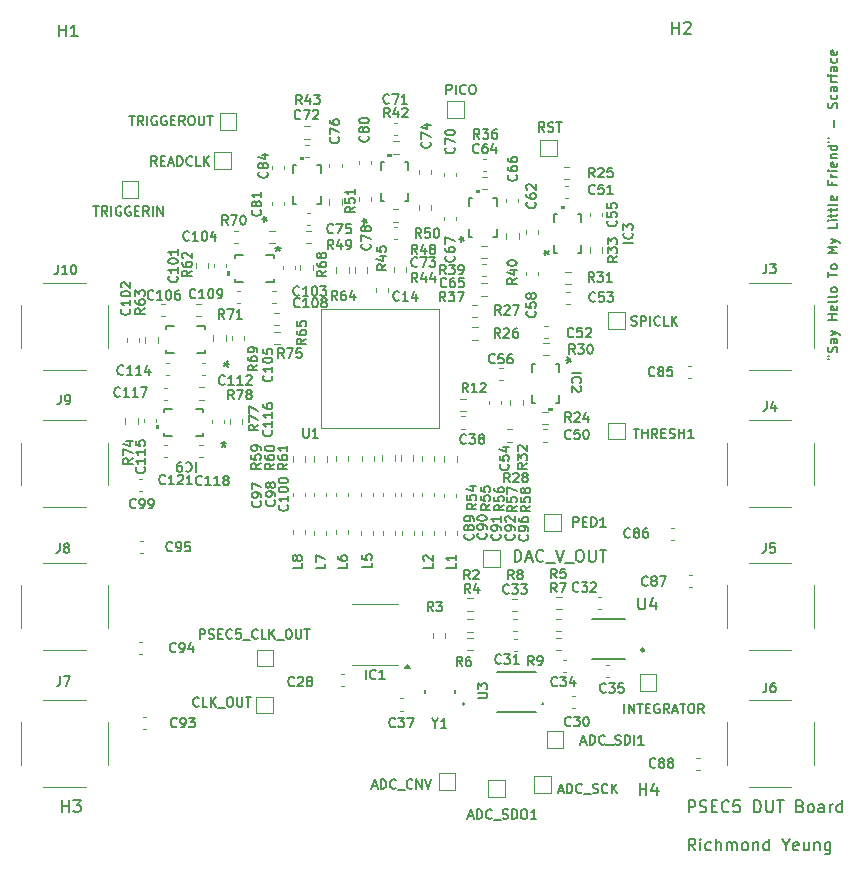
<source format=gto>
%TF.GenerationSoftware,KiCad,Pcbnew,8.0.5*%
%TF.CreationDate,2025-03-31T18:49:43-05:00*%
%TF.ProjectId,PSEC5_Board,50534543-355f-4426-9f61-72642e6b6963,rev?*%
%TF.SameCoordinates,Original*%
%TF.FileFunction,Legend,Top*%
%TF.FilePolarity,Positive*%
%FSLAX46Y46*%
G04 Gerber Fmt 4.6, Leading zero omitted, Abs format (unit mm)*
G04 Created by KiCad (PCBNEW 8.0.5) date 2025-03-31 18:49:43*
%MOMM*%
%LPD*%
G01*
G04 APERTURE LIST*
%ADD10C,0.150000*%
%ADD11C,0.200000*%
%ADD12C,0.120000*%
%ADD13C,0.250000*%
%ADD14C,0.152400*%
%ADD15C,0.000000*%
%ADD16C,0.127000*%
%ADD17C,0.100000*%
G04 APERTURE END LIST*
D10*
X172786779Y-116099931D02*
X172786779Y-115099931D01*
X172786779Y-115099931D02*
X173167731Y-115099931D01*
X173167731Y-115099931D02*
X173262969Y-115147550D01*
X173262969Y-115147550D02*
X173310588Y-115195169D01*
X173310588Y-115195169D02*
X173358207Y-115290407D01*
X173358207Y-115290407D02*
X173358207Y-115433264D01*
X173358207Y-115433264D02*
X173310588Y-115528502D01*
X173310588Y-115528502D02*
X173262969Y-115576121D01*
X173262969Y-115576121D02*
X173167731Y-115623740D01*
X173167731Y-115623740D02*
X172786779Y-115623740D01*
X173739160Y-116052312D02*
X173882017Y-116099931D01*
X173882017Y-116099931D02*
X174120112Y-116099931D01*
X174120112Y-116099931D02*
X174215350Y-116052312D01*
X174215350Y-116052312D02*
X174262969Y-116004692D01*
X174262969Y-116004692D02*
X174310588Y-115909454D01*
X174310588Y-115909454D02*
X174310588Y-115814216D01*
X174310588Y-115814216D02*
X174262969Y-115718978D01*
X174262969Y-115718978D02*
X174215350Y-115671359D01*
X174215350Y-115671359D02*
X174120112Y-115623740D01*
X174120112Y-115623740D02*
X173929636Y-115576121D01*
X173929636Y-115576121D02*
X173834398Y-115528502D01*
X173834398Y-115528502D02*
X173786779Y-115480883D01*
X173786779Y-115480883D02*
X173739160Y-115385645D01*
X173739160Y-115385645D02*
X173739160Y-115290407D01*
X173739160Y-115290407D02*
X173786779Y-115195169D01*
X173786779Y-115195169D02*
X173834398Y-115147550D01*
X173834398Y-115147550D02*
X173929636Y-115099931D01*
X173929636Y-115099931D02*
X174167731Y-115099931D01*
X174167731Y-115099931D02*
X174310588Y-115147550D01*
X174739160Y-115576121D02*
X175072493Y-115576121D01*
X175215350Y-116099931D02*
X174739160Y-116099931D01*
X174739160Y-116099931D02*
X174739160Y-115099931D01*
X174739160Y-115099931D02*
X175215350Y-115099931D01*
X176215350Y-116004692D02*
X176167731Y-116052312D01*
X176167731Y-116052312D02*
X176024874Y-116099931D01*
X176024874Y-116099931D02*
X175929636Y-116099931D01*
X175929636Y-116099931D02*
X175786779Y-116052312D01*
X175786779Y-116052312D02*
X175691541Y-115957073D01*
X175691541Y-115957073D02*
X175643922Y-115861835D01*
X175643922Y-115861835D02*
X175596303Y-115671359D01*
X175596303Y-115671359D02*
X175596303Y-115528502D01*
X175596303Y-115528502D02*
X175643922Y-115338026D01*
X175643922Y-115338026D02*
X175691541Y-115242788D01*
X175691541Y-115242788D02*
X175786779Y-115147550D01*
X175786779Y-115147550D02*
X175929636Y-115099931D01*
X175929636Y-115099931D02*
X176024874Y-115099931D01*
X176024874Y-115099931D02*
X176167731Y-115147550D01*
X176167731Y-115147550D02*
X176215350Y-115195169D01*
X177120112Y-115099931D02*
X176643922Y-115099931D01*
X176643922Y-115099931D02*
X176596303Y-115576121D01*
X176596303Y-115576121D02*
X176643922Y-115528502D01*
X176643922Y-115528502D02*
X176739160Y-115480883D01*
X176739160Y-115480883D02*
X176977255Y-115480883D01*
X176977255Y-115480883D02*
X177072493Y-115528502D01*
X177072493Y-115528502D02*
X177120112Y-115576121D01*
X177120112Y-115576121D02*
X177167731Y-115671359D01*
X177167731Y-115671359D02*
X177167731Y-115909454D01*
X177167731Y-115909454D02*
X177120112Y-116004692D01*
X177120112Y-116004692D02*
X177072493Y-116052312D01*
X177072493Y-116052312D02*
X176977255Y-116099931D01*
X176977255Y-116099931D02*
X176739160Y-116099931D01*
X176739160Y-116099931D02*
X176643922Y-116052312D01*
X176643922Y-116052312D02*
X176596303Y-116004692D01*
X178358208Y-116099931D02*
X178358208Y-115099931D01*
X178358208Y-115099931D02*
X178596303Y-115099931D01*
X178596303Y-115099931D02*
X178739160Y-115147550D01*
X178739160Y-115147550D02*
X178834398Y-115242788D01*
X178834398Y-115242788D02*
X178882017Y-115338026D01*
X178882017Y-115338026D02*
X178929636Y-115528502D01*
X178929636Y-115528502D02*
X178929636Y-115671359D01*
X178929636Y-115671359D02*
X178882017Y-115861835D01*
X178882017Y-115861835D02*
X178834398Y-115957073D01*
X178834398Y-115957073D02*
X178739160Y-116052312D01*
X178739160Y-116052312D02*
X178596303Y-116099931D01*
X178596303Y-116099931D02*
X178358208Y-116099931D01*
X179358208Y-115099931D02*
X179358208Y-115909454D01*
X179358208Y-115909454D02*
X179405827Y-116004692D01*
X179405827Y-116004692D02*
X179453446Y-116052312D01*
X179453446Y-116052312D02*
X179548684Y-116099931D01*
X179548684Y-116099931D02*
X179739160Y-116099931D01*
X179739160Y-116099931D02*
X179834398Y-116052312D01*
X179834398Y-116052312D02*
X179882017Y-116004692D01*
X179882017Y-116004692D02*
X179929636Y-115909454D01*
X179929636Y-115909454D02*
X179929636Y-115099931D01*
X180262970Y-115099931D02*
X180834398Y-115099931D01*
X180548684Y-116099931D02*
X180548684Y-115099931D01*
X182262970Y-115576121D02*
X182405827Y-115623740D01*
X182405827Y-115623740D02*
X182453446Y-115671359D01*
X182453446Y-115671359D02*
X182501065Y-115766597D01*
X182501065Y-115766597D02*
X182501065Y-115909454D01*
X182501065Y-115909454D02*
X182453446Y-116004692D01*
X182453446Y-116004692D02*
X182405827Y-116052312D01*
X182405827Y-116052312D02*
X182310589Y-116099931D01*
X182310589Y-116099931D02*
X181929637Y-116099931D01*
X181929637Y-116099931D02*
X181929637Y-115099931D01*
X181929637Y-115099931D02*
X182262970Y-115099931D01*
X182262970Y-115099931D02*
X182358208Y-115147550D01*
X182358208Y-115147550D02*
X182405827Y-115195169D01*
X182405827Y-115195169D02*
X182453446Y-115290407D01*
X182453446Y-115290407D02*
X182453446Y-115385645D01*
X182453446Y-115385645D02*
X182405827Y-115480883D01*
X182405827Y-115480883D02*
X182358208Y-115528502D01*
X182358208Y-115528502D02*
X182262970Y-115576121D01*
X182262970Y-115576121D02*
X181929637Y-115576121D01*
X183072494Y-116099931D02*
X182977256Y-116052312D01*
X182977256Y-116052312D02*
X182929637Y-116004692D01*
X182929637Y-116004692D02*
X182882018Y-115909454D01*
X182882018Y-115909454D02*
X182882018Y-115623740D01*
X182882018Y-115623740D02*
X182929637Y-115528502D01*
X182929637Y-115528502D02*
X182977256Y-115480883D01*
X182977256Y-115480883D02*
X183072494Y-115433264D01*
X183072494Y-115433264D02*
X183215351Y-115433264D01*
X183215351Y-115433264D02*
X183310589Y-115480883D01*
X183310589Y-115480883D02*
X183358208Y-115528502D01*
X183358208Y-115528502D02*
X183405827Y-115623740D01*
X183405827Y-115623740D02*
X183405827Y-115909454D01*
X183405827Y-115909454D02*
X183358208Y-116004692D01*
X183358208Y-116004692D02*
X183310589Y-116052312D01*
X183310589Y-116052312D02*
X183215351Y-116099931D01*
X183215351Y-116099931D02*
X183072494Y-116099931D01*
X184262970Y-116099931D02*
X184262970Y-115576121D01*
X184262970Y-115576121D02*
X184215351Y-115480883D01*
X184215351Y-115480883D02*
X184120113Y-115433264D01*
X184120113Y-115433264D02*
X183929637Y-115433264D01*
X183929637Y-115433264D02*
X183834399Y-115480883D01*
X184262970Y-116052312D02*
X184167732Y-116099931D01*
X184167732Y-116099931D02*
X183929637Y-116099931D01*
X183929637Y-116099931D02*
X183834399Y-116052312D01*
X183834399Y-116052312D02*
X183786780Y-115957073D01*
X183786780Y-115957073D02*
X183786780Y-115861835D01*
X183786780Y-115861835D02*
X183834399Y-115766597D01*
X183834399Y-115766597D02*
X183929637Y-115718978D01*
X183929637Y-115718978D02*
X184167732Y-115718978D01*
X184167732Y-115718978D02*
X184262970Y-115671359D01*
X184739161Y-116099931D02*
X184739161Y-115433264D01*
X184739161Y-115623740D02*
X184786780Y-115528502D01*
X184786780Y-115528502D02*
X184834399Y-115480883D01*
X184834399Y-115480883D02*
X184929637Y-115433264D01*
X184929637Y-115433264D02*
X185024875Y-115433264D01*
X185786780Y-116099931D02*
X185786780Y-115099931D01*
X185786780Y-116052312D02*
X185691542Y-116099931D01*
X185691542Y-116099931D02*
X185501066Y-116099931D01*
X185501066Y-116099931D02*
X185405828Y-116052312D01*
X185405828Y-116052312D02*
X185358209Y-116004692D01*
X185358209Y-116004692D02*
X185310590Y-115909454D01*
X185310590Y-115909454D02*
X185310590Y-115623740D01*
X185310590Y-115623740D02*
X185358209Y-115528502D01*
X185358209Y-115528502D02*
X185405828Y-115480883D01*
X185405828Y-115480883D02*
X185501066Y-115433264D01*
X185501066Y-115433264D02*
X185691542Y-115433264D01*
X185691542Y-115433264D02*
X185786780Y-115480883D01*
X173358207Y-119319819D02*
X173024874Y-118843628D01*
X172786779Y-119319819D02*
X172786779Y-118319819D01*
X172786779Y-118319819D02*
X173167731Y-118319819D01*
X173167731Y-118319819D02*
X173262969Y-118367438D01*
X173262969Y-118367438D02*
X173310588Y-118415057D01*
X173310588Y-118415057D02*
X173358207Y-118510295D01*
X173358207Y-118510295D02*
X173358207Y-118653152D01*
X173358207Y-118653152D02*
X173310588Y-118748390D01*
X173310588Y-118748390D02*
X173262969Y-118796009D01*
X173262969Y-118796009D02*
X173167731Y-118843628D01*
X173167731Y-118843628D02*
X172786779Y-118843628D01*
X173786779Y-119319819D02*
X173786779Y-118653152D01*
X173786779Y-118319819D02*
X173739160Y-118367438D01*
X173739160Y-118367438D02*
X173786779Y-118415057D01*
X173786779Y-118415057D02*
X173834398Y-118367438D01*
X173834398Y-118367438D02*
X173786779Y-118319819D01*
X173786779Y-118319819D02*
X173786779Y-118415057D01*
X174691540Y-119272200D02*
X174596302Y-119319819D01*
X174596302Y-119319819D02*
X174405826Y-119319819D01*
X174405826Y-119319819D02*
X174310588Y-119272200D01*
X174310588Y-119272200D02*
X174262969Y-119224580D01*
X174262969Y-119224580D02*
X174215350Y-119129342D01*
X174215350Y-119129342D02*
X174215350Y-118843628D01*
X174215350Y-118843628D02*
X174262969Y-118748390D01*
X174262969Y-118748390D02*
X174310588Y-118700771D01*
X174310588Y-118700771D02*
X174405826Y-118653152D01*
X174405826Y-118653152D02*
X174596302Y-118653152D01*
X174596302Y-118653152D02*
X174691540Y-118700771D01*
X175120112Y-119319819D02*
X175120112Y-118319819D01*
X175548683Y-119319819D02*
X175548683Y-118796009D01*
X175548683Y-118796009D02*
X175501064Y-118700771D01*
X175501064Y-118700771D02*
X175405826Y-118653152D01*
X175405826Y-118653152D02*
X175262969Y-118653152D01*
X175262969Y-118653152D02*
X175167731Y-118700771D01*
X175167731Y-118700771D02*
X175120112Y-118748390D01*
X176024874Y-119319819D02*
X176024874Y-118653152D01*
X176024874Y-118748390D02*
X176072493Y-118700771D01*
X176072493Y-118700771D02*
X176167731Y-118653152D01*
X176167731Y-118653152D02*
X176310588Y-118653152D01*
X176310588Y-118653152D02*
X176405826Y-118700771D01*
X176405826Y-118700771D02*
X176453445Y-118796009D01*
X176453445Y-118796009D02*
X176453445Y-119319819D01*
X176453445Y-118796009D02*
X176501064Y-118700771D01*
X176501064Y-118700771D02*
X176596302Y-118653152D01*
X176596302Y-118653152D02*
X176739159Y-118653152D01*
X176739159Y-118653152D02*
X176834398Y-118700771D01*
X176834398Y-118700771D02*
X176882017Y-118796009D01*
X176882017Y-118796009D02*
X176882017Y-119319819D01*
X177501064Y-119319819D02*
X177405826Y-119272200D01*
X177405826Y-119272200D02*
X177358207Y-119224580D01*
X177358207Y-119224580D02*
X177310588Y-119129342D01*
X177310588Y-119129342D02*
X177310588Y-118843628D01*
X177310588Y-118843628D02*
X177358207Y-118748390D01*
X177358207Y-118748390D02*
X177405826Y-118700771D01*
X177405826Y-118700771D02*
X177501064Y-118653152D01*
X177501064Y-118653152D02*
X177643921Y-118653152D01*
X177643921Y-118653152D02*
X177739159Y-118700771D01*
X177739159Y-118700771D02*
X177786778Y-118748390D01*
X177786778Y-118748390D02*
X177834397Y-118843628D01*
X177834397Y-118843628D02*
X177834397Y-119129342D01*
X177834397Y-119129342D02*
X177786778Y-119224580D01*
X177786778Y-119224580D02*
X177739159Y-119272200D01*
X177739159Y-119272200D02*
X177643921Y-119319819D01*
X177643921Y-119319819D02*
X177501064Y-119319819D01*
X178262969Y-118653152D02*
X178262969Y-119319819D01*
X178262969Y-118748390D02*
X178310588Y-118700771D01*
X178310588Y-118700771D02*
X178405826Y-118653152D01*
X178405826Y-118653152D02*
X178548683Y-118653152D01*
X178548683Y-118653152D02*
X178643921Y-118700771D01*
X178643921Y-118700771D02*
X178691540Y-118796009D01*
X178691540Y-118796009D02*
X178691540Y-119319819D01*
X179596302Y-119319819D02*
X179596302Y-118319819D01*
X179596302Y-119272200D02*
X179501064Y-119319819D01*
X179501064Y-119319819D02*
X179310588Y-119319819D01*
X179310588Y-119319819D02*
X179215350Y-119272200D01*
X179215350Y-119272200D02*
X179167731Y-119224580D01*
X179167731Y-119224580D02*
X179120112Y-119129342D01*
X179120112Y-119129342D02*
X179120112Y-118843628D01*
X179120112Y-118843628D02*
X179167731Y-118748390D01*
X179167731Y-118748390D02*
X179215350Y-118700771D01*
X179215350Y-118700771D02*
X179310588Y-118653152D01*
X179310588Y-118653152D02*
X179501064Y-118653152D01*
X179501064Y-118653152D02*
X179596302Y-118700771D01*
X181024874Y-118843628D02*
X181024874Y-119319819D01*
X180691541Y-118319819D02*
X181024874Y-118843628D01*
X181024874Y-118843628D02*
X181358207Y-118319819D01*
X182072493Y-119272200D02*
X181977255Y-119319819D01*
X181977255Y-119319819D02*
X181786779Y-119319819D01*
X181786779Y-119319819D02*
X181691541Y-119272200D01*
X181691541Y-119272200D02*
X181643922Y-119176961D01*
X181643922Y-119176961D02*
X181643922Y-118796009D01*
X181643922Y-118796009D02*
X181691541Y-118700771D01*
X181691541Y-118700771D02*
X181786779Y-118653152D01*
X181786779Y-118653152D02*
X181977255Y-118653152D01*
X181977255Y-118653152D02*
X182072493Y-118700771D01*
X182072493Y-118700771D02*
X182120112Y-118796009D01*
X182120112Y-118796009D02*
X182120112Y-118891247D01*
X182120112Y-118891247D02*
X181643922Y-118986485D01*
X182977255Y-118653152D02*
X182977255Y-119319819D01*
X182548684Y-118653152D02*
X182548684Y-119176961D01*
X182548684Y-119176961D02*
X182596303Y-119272200D01*
X182596303Y-119272200D02*
X182691541Y-119319819D01*
X182691541Y-119319819D02*
X182834398Y-119319819D01*
X182834398Y-119319819D02*
X182929636Y-119272200D01*
X182929636Y-119272200D02*
X182977255Y-119224580D01*
X183453446Y-118653152D02*
X183453446Y-119319819D01*
X183453446Y-118748390D02*
X183501065Y-118700771D01*
X183501065Y-118700771D02*
X183596303Y-118653152D01*
X183596303Y-118653152D02*
X183739160Y-118653152D01*
X183739160Y-118653152D02*
X183834398Y-118700771D01*
X183834398Y-118700771D02*
X183882017Y-118796009D01*
X183882017Y-118796009D02*
X183882017Y-119319819D01*
X184786779Y-118653152D02*
X184786779Y-119462676D01*
X184786779Y-119462676D02*
X184739160Y-119557914D01*
X184739160Y-119557914D02*
X184691541Y-119605533D01*
X184691541Y-119605533D02*
X184596303Y-119653152D01*
X184596303Y-119653152D02*
X184453446Y-119653152D01*
X184453446Y-119653152D02*
X184358208Y-119605533D01*
X184786779Y-119272200D02*
X184691541Y-119319819D01*
X184691541Y-119319819D02*
X184501065Y-119319819D01*
X184501065Y-119319819D02*
X184405827Y-119272200D01*
X184405827Y-119272200D02*
X184358208Y-119224580D01*
X184358208Y-119224580D02*
X184310589Y-119129342D01*
X184310589Y-119129342D02*
X184310589Y-118843628D01*
X184310589Y-118843628D02*
X184358208Y-118748390D01*
X184358208Y-118748390D02*
X184405827Y-118700771D01*
X184405827Y-118700771D02*
X184501065Y-118653152D01*
X184501065Y-118653152D02*
X184691541Y-118653152D01*
X184691541Y-118653152D02*
X184786779Y-118700771D01*
X184569295Y-77748935D02*
X184721676Y-77748935D01*
X184569295Y-77444173D02*
X184721676Y-77444173D01*
X185331200Y-77139411D02*
X185369295Y-77025125D01*
X185369295Y-77025125D02*
X185369295Y-76834649D01*
X185369295Y-76834649D02*
X185331200Y-76758458D01*
X185331200Y-76758458D02*
X185293104Y-76720363D01*
X185293104Y-76720363D02*
X185216914Y-76682268D01*
X185216914Y-76682268D02*
X185140723Y-76682268D01*
X185140723Y-76682268D02*
X185064533Y-76720363D01*
X185064533Y-76720363D02*
X185026438Y-76758458D01*
X185026438Y-76758458D02*
X184988342Y-76834649D01*
X184988342Y-76834649D02*
X184950247Y-76987030D01*
X184950247Y-76987030D02*
X184912152Y-77063220D01*
X184912152Y-77063220D02*
X184874057Y-77101315D01*
X184874057Y-77101315D02*
X184797866Y-77139411D01*
X184797866Y-77139411D02*
X184721676Y-77139411D01*
X184721676Y-77139411D02*
X184645485Y-77101315D01*
X184645485Y-77101315D02*
X184607390Y-77063220D01*
X184607390Y-77063220D02*
X184569295Y-76987030D01*
X184569295Y-76987030D02*
X184569295Y-76796553D01*
X184569295Y-76796553D02*
X184607390Y-76682268D01*
X185369295Y-75996553D02*
X184950247Y-75996553D01*
X184950247Y-75996553D02*
X184874057Y-76034648D01*
X184874057Y-76034648D02*
X184835961Y-76110839D01*
X184835961Y-76110839D02*
X184835961Y-76263220D01*
X184835961Y-76263220D02*
X184874057Y-76339410D01*
X185331200Y-75996553D02*
X185369295Y-76072744D01*
X185369295Y-76072744D02*
X185369295Y-76263220D01*
X185369295Y-76263220D02*
X185331200Y-76339410D01*
X185331200Y-76339410D02*
X185255009Y-76377506D01*
X185255009Y-76377506D02*
X185178819Y-76377506D01*
X185178819Y-76377506D02*
X185102628Y-76339410D01*
X185102628Y-76339410D02*
X185064533Y-76263220D01*
X185064533Y-76263220D02*
X185064533Y-76072744D01*
X185064533Y-76072744D02*
X185026438Y-75996553D01*
X184835961Y-75691791D02*
X185369295Y-75501315D01*
X184835961Y-75310838D02*
X185369295Y-75501315D01*
X185369295Y-75501315D02*
X185559771Y-75577505D01*
X185559771Y-75577505D02*
X185597866Y-75615600D01*
X185597866Y-75615600D02*
X185635961Y-75691791D01*
X185369295Y-74396552D02*
X184569295Y-74396552D01*
X184950247Y-74396552D02*
X184950247Y-73939409D01*
X185369295Y-73939409D02*
X184569295Y-73939409D01*
X185331200Y-73253695D02*
X185369295Y-73329886D01*
X185369295Y-73329886D02*
X185369295Y-73482267D01*
X185369295Y-73482267D02*
X185331200Y-73558457D01*
X185331200Y-73558457D02*
X185255009Y-73596553D01*
X185255009Y-73596553D02*
X184950247Y-73596553D01*
X184950247Y-73596553D02*
X184874057Y-73558457D01*
X184874057Y-73558457D02*
X184835961Y-73482267D01*
X184835961Y-73482267D02*
X184835961Y-73329886D01*
X184835961Y-73329886D02*
X184874057Y-73253695D01*
X184874057Y-73253695D02*
X184950247Y-73215600D01*
X184950247Y-73215600D02*
X185026438Y-73215600D01*
X185026438Y-73215600D02*
X185102628Y-73596553D01*
X185369295Y-72758458D02*
X185331200Y-72834648D01*
X185331200Y-72834648D02*
X185255009Y-72872743D01*
X185255009Y-72872743D02*
X184569295Y-72872743D01*
X185369295Y-72339410D02*
X185331200Y-72415600D01*
X185331200Y-72415600D02*
X185255009Y-72453695D01*
X185255009Y-72453695D02*
X184569295Y-72453695D01*
X185369295Y-71920362D02*
X185331200Y-71996552D01*
X185331200Y-71996552D02*
X185293104Y-72034647D01*
X185293104Y-72034647D02*
X185216914Y-72072743D01*
X185216914Y-72072743D02*
X184988342Y-72072743D01*
X184988342Y-72072743D02*
X184912152Y-72034647D01*
X184912152Y-72034647D02*
X184874057Y-71996552D01*
X184874057Y-71996552D02*
X184835961Y-71920362D01*
X184835961Y-71920362D02*
X184835961Y-71806076D01*
X184835961Y-71806076D02*
X184874057Y-71729885D01*
X184874057Y-71729885D02*
X184912152Y-71691790D01*
X184912152Y-71691790D02*
X184988342Y-71653695D01*
X184988342Y-71653695D02*
X185216914Y-71653695D01*
X185216914Y-71653695D02*
X185293104Y-71691790D01*
X185293104Y-71691790D02*
X185331200Y-71729885D01*
X185331200Y-71729885D02*
X185369295Y-71806076D01*
X185369295Y-71806076D02*
X185369295Y-71920362D01*
X184569295Y-70815599D02*
X184569295Y-70358456D01*
X185369295Y-70587028D02*
X184569295Y-70587028D01*
X185369295Y-69977504D02*
X185331200Y-70053694D01*
X185331200Y-70053694D02*
X185293104Y-70091789D01*
X185293104Y-70091789D02*
X185216914Y-70129885D01*
X185216914Y-70129885D02*
X184988342Y-70129885D01*
X184988342Y-70129885D02*
X184912152Y-70091789D01*
X184912152Y-70091789D02*
X184874057Y-70053694D01*
X184874057Y-70053694D02*
X184835961Y-69977504D01*
X184835961Y-69977504D02*
X184835961Y-69863218D01*
X184835961Y-69863218D02*
X184874057Y-69787027D01*
X184874057Y-69787027D02*
X184912152Y-69748932D01*
X184912152Y-69748932D02*
X184988342Y-69710837D01*
X184988342Y-69710837D02*
X185216914Y-69710837D01*
X185216914Y-69710837D02*
X185293104Y-69748932D01*
X185293104Y-69748932D02*
X185331200Y-69787027D01*
X185331200Y-69787027D02*
X185369295Y-69863218D01*
X185369295Y-69863218D02*
X185369295Y-69977504D01*
X185369295Y-68758455D02*
X184569295Y-68758455D01*
X184569295Y-68758455D02*
X185140723Y-68491789D01*
X185140723Y-68491789D02*
X184569295Y-68225122D01*
X184569295Y-68225122D02*
X185369295Y-68225122D01*
X184835961Y-67920360D02*
X185369295Y-67729884D01*
X184835961Y-67539407D02*
X185369295Y-67729884D01*
X185369295Y-67729884D02*
X185559771Y-67806074D01*
X185559771Y-67806074D02*
X185597866Y-67844169D01*
X185597866Y-67844169D02*
X185635961Y-67920360D01*
X185369295Y-66244169D02*
X185369295Y-66625121D01*
X185369295Y-66625121D02*
X184569295Y-66625121D01*
X185369295Y-65977502D02*
X184835961Y-65977502D01*
X184569295Y-65977502D02*
X184607390Y-66015598D01*
X184607390Y-66015598D02*
X184645485Y-65977502D01*
X184645485Y-65977502D02*
X184607390Y-65939407D01*
X184607390Y-65939407D02*
X184569295Y-65977502D01*
X184569295Y-65977502D02*
X184645485Y-65977502D01*
X184835961Y-65710836D02*
X184835961Y-65406074D01*
X184569295Y-65596550D02*
X185255009Y-65596550D01*
X185255009Y-65596550D02*
X185331200Y-65558455D01*
X185331200Y-65558455D02*
X185369295Y-65482265D01*
X185369295Y-65482265D02*
X185369295Y-65406074D01*
X184835961Y-65253693D02*
X184835961Y-64948931D01*
X184569295Y-65139407D02*
X185255009Y-65139407D01*
X185255009Y-65139407D02*
X185331200Y-65101312D01*
X185331200Y-65101312D02*
X185369295Y-65025122D01*
X185369295Y-65025122D02*
X185369295Y-64948931D01*
X185369295Y-64567979D02*
X185331200Y-64644169D01*
X185331200Y-64644169D02*
X185255009Y-64682264D01*
X185255009Y-64682264D02*
X184569295Y-64682264D01*
X185331200Y-63958454D02*
X185369295Y-64034645D01*
X185369295Y-64034645D02*
X185369295Y-64187026D01*
X185369295Y-64187026D02*
X185331200Y-64263216D01*
X185331200Y-64263216D02*
X185255009Y-64301312D01*
X185255009Y-64301312D02*
X184950247Y-64301312D01*
X184950247Y-64301312D02*
X184874057Y-64263216D01*
X184874057Y-64263216D02*
X184835961Y-64187026D01*
X184835961Y-64187026D02*
X184835961Y-64034645D01*
X184835961Y-64034645D02*
X184874057Y-63958454D01*
X184874057Y-63958454D02*
X184950247Y-63920359D01*
X184950247Y-63920359D02*
X185026438Y-63920359D01*
X185026438Y-63920359D02*
X185102628Y-64301312D01*
X184950247Y-62701312D02*
X184950247Y-62967978D01*
X185369295Y-62967978D02*
X184569295Y-62967978D01*
X184569295Y-62967978D02*
X184569295Y-62587026D01*
X185369295Y-62282264D02*
X184835961Y-62282264D01*
X184988342Y-62282264D02*
X184912152Y-62244169D01*
X184912152Y-62244169D02*
X184874057Y-62206074D01*
X184874057Y-62206074D02*
X184835961Y-62129883D01*
X184835961Y-62129883D02*
X184835961Y-62053693D01*
X185369295Y-61787026D02*
X184835961Y-61787026D01*
X184569295Y-61787026D02*
X184607390Y-61825122D01*
X184607390Y-61825122D02*
X184645485Y-61787026D01*
X184645485Y-61787026D02*
X184607390Y-61748931D01*
X184607390Y-61748931D02*
X184569295Y-61787026D01*
X184569295Y-61787026D02*
X184645485Y-61787026D01*
X185331200Y-61101312D02*
X185369295Y-61177503D01*
X185369295Y-61177503D02*
X185369295Y-61329884D01*
X185369295Y-61329884D02*
X185331200Y-61406074D01*
X185331200Y-61406074D02*
X185255009Y-61444170D01*
X185255009Y-61444170D02*
X184950247Y-61444170D01*
X184950247Y-61444170D02*
X184874057Y-61406074D01*
X184874057Y-61406074D02*
X184835961Y-61329884D01*
X184835961Y-61329884D02*
X184835961Y-61177503D01*
X184835961Y-61177503D02*
X184874057Y-61101312D01*
X184874057Y-61101312D02*
X184950247Y-61063217D01*
X184950247Y-61063217D02*
X185026438Y-61063217D01*
X185026438Y-61063217D02*
X185102628Y-61444170D01*
X184835961Y-60720360D02*
X185369295Y-60720360D01*
X184912152Y-60720360D02*
X184874057Y-60682265D01*
X184874057Y-60682265D02*
X184835961Y-60606075D01*
X184835961Y-60606075D02*
X184835961Y-60491789D01*
X184835961Y-60491789D02*
X184874057Y-60415598D01*
X184874057Y-60415598D02*
X184950247Y-60377503D01*
X184950247Y-60377503D02*
X185369295Y-60377503D01*
X185369295Y-59653693D02*
X184569295Y-59653693D01*
X185331200Y-59653693D02*
X185369295Y-59729884D01*
X185369295Y-59729884D02*
X185369295Y-59882265D01*
X185369295Y-59882265D02*
X185331200Y-59958455D01*
X185331200Y-59958455D02*
X185293104Y-59996550D01*
X185293104Y-59996550D02*
X185216914Y-60034646D01*
X185216914Y-60034646D02*
X184988342Y-60034646D01*
X184988342Y-60034646D02*
X184912152Y-59996550D01*
X184912152Y-59996550D02*
X184874057Y-59958455D01*
X184874057Y-59958455D02*
X184835961Y-59882265D01*
X184835961Y-59882265D02*
X184835961Y-59729884D01*
X184835961Y-59729884D02*
X184874057Y-59653693D01*
X184569295Y-59310836D02*
X184721676Y-59310836D01*
X184569295Y-59006074D02*
X184721676Y-59006074D01*
X185064533Y-58053692D02*
X185064533Y-57444169D01*
X185331200Y-56491788D02*
X185369295Y-56377502D01*
X185369295Y-56377502D02*
X185369295Y-56187026D01*
X185369295Y-56187026D02*
X185331200Y-56110835D01*
X185331200Y-56110835D02*
X185293104Y-56072740D01*
X185293104Y-56072740D02*
X185216914Y-56034645D01*
X185216914Y-56034645D02*
X185140723Y-56034645D01*
X185140723Y-56034645D02*
X185064533Y-56072740D01*
X185064533Y-56072740D02*
X185026438Y-56110835D01*
X185026438Y-56110835D02*
X184988342Y-56187026D01*
X184988342Y-56187026D02*
X184950247Y-56339407D01*
X184950247Y-56339407D02*
X184912152Y-56415597D01*
X184912152Y-56415597D02*
X184874057Y-56453692D01*
X184874057Y-56453692D02*
X184797866Y-56491788D01*
X184797866Y-56491788D02*
X184721676Y-56491788D01*
X184721676Y-56491788D02*
X184645485Y-56453692D01*
X184645485Y-56453692D02*
X184607390Y-56415597D01*
X184607390Y-56415597D02*
X184569295Y-56339407D01*
X184569295Y-56339407D02*
X184569295Y-56148930D01*
X184569295Y-56148930D02*
X184607390Y-56034645D01*
X185331200Y-55348930D02*
X185369295Y-55425121D01*
X185369295Y-55425121D02*
X185369295Y-55577502D01*
X185369295Y-55577502D02*
X185331200Y-55653692D01*
X185331200Y-55653692D02*
X185293104Y-55691787D01*
X185293104Y-55691787D02*
X185216914Y-55729883D01*
X185216914Y-55729883D02*
X184988342Y-55729883D01*
X184988342Y-55729883D02*
X184912152Y-55691787D01*
X184912152Y-55691787D02*
X184874057Y-55653692D01*
X184874057Y-55653692D02*
X184835961Y-55577502D01*
X184835961Y-55577502D02*
X184835961Y-55425121D01*
X184835961Y-55425121D02*
X184874057Y-55348930D01*
X185369295Y-54663216D02*
X184950247Y-54663216D01*
X184950247Y-54663216D02*
X184874057Y-54701311D01*
X184874057Y-54701311D02*
X184835961Y-54777502D01*
X184835961Y-54777502D02*
X184835961Y-54929883D01*
X184835961Y-54929883D02*
X184874057Y-55006073D01*
X185331200Y-54663216D02*
X185369295Y-54739407D01*
X185369295Y-54739407D02*
X185369295Y-54929883D01*
X185369295Y-54929883D02*
X185331200Y-55006073D01*
X185331200Y-55006073D02*
X185255009Y-55044169D01*
X185255009Y-55044169D02*
X185178819Y-55044169D01*
X185178819Y-55044169D02*
X185102628Y-55006073D01*
X185102628Y-55006073D02*
X185064533Y-54929883D01*
X185064533Y-54929883D02*
X185064533Y-54739407D01*
X185064533Y-54739407D02*
X185026438Y-54663216D01*
X185369295Y-54282263D02*
X184835961Y-54282263D01*
X184988342Y-54282263D02*
X184912152Y-54244168D01*
X184912152Y-54244168D02*
X184874057Y-54206073D01*
X184874057Y-54206073D02*
X184835961Y-54129882D01*
X184835961Y-54129882D02*
X184835961Y-54053692D01*
X184835961Y-53901311D02*
X184835961Y-53596549D01*
X185369295Y-53787025D02*
X184683580Y-53787025D01*
X184683580Y-53787025D02*
X184607390Y-53748930D01*
X184607390Y-53748930D02*
X184569295Y-53672740D01*
X184569295Y-53672740D02*
X184569295Y-53596549D01*
X185369295Y-52987025D02*
X184950247Y-52987025D01*
X184950247Y-52987025D02*
X184874057Y-53025120D01*
X184874057Y-53025120D02*
X184835961Y-53101311D01*
X184835961Y-53101311D02*
X184835961Y-53253692D01*
X184835961Y-53253692D02*
X184874057Y-53329882D01*
X185331200Y-52987025D02*
X185369295Y-53063216D01*
X185369295Y-53063216D02*
X185369295Y-53253692D01*
X185369295Y-53253692D02*
X185331200Y-53329882D01*
X185331200Y-53329882D02*
X185255009Y-53367978D01*
X185255009Y-53367978D02*
X185178819Y-53367978D01*
X185178819Y-53367978D02*
X185102628Y-53329882D01*
X185102628Y-53329882D02*
X185064533Y-53253692D01*
X185064533Y-53253692D02*
X185064533Y-53063216D01*
X185064533Y-53063216D02*
X185026438Y-52987025D01*
X185331200Y-52263215D02*
X185369295Y-52339406D01*
X185369295Y-52339406D02*
X185369295Y-52491787D01*
X185369295Y-52491787D02*
X185331200Y-52567977D01*
X185331200Y-52567977D02*
X185293104Y-52606072D01*
X185293104Y-52606072D02*
X185216914Y-52644168D01*
X185216914Y-52644168D02*
X184988342Y-52644168D01*
X184988342Y-52644168D02*
X184912152Y-52606072D01*
X184912152Y-52606072D02*
X184874057Y-52567977D01*
X184874057Y-52567977D02*
X184835961Y-52491787D01*
X184835961Y-52491787D02*
X184835961Y-52339406D01*
X184835961Y-52339406D02*
X184874057Y-52263215D01*
X185331200Y-51615596D02*
X185369295Y-51691787D01*
X185369295Y-51691787D02*
X185369295Y-51844168D01*
X185369295Y-51844168D02*
X185331200Y-51920358D01*
X185331200Y-51920358D02*
X185255009Y-51958454D01*
X185255009Y-51958454D02*
X184950247Y-51958454D01*
X184950247Y-51958454D02*
X184874057Y-51920358D01*
X184874057Y-51920358D02*
X184835961Y-51844168D01*
X184835961Y-51844168D02*
X184835961Y-51691787D01*
X184835961Y-51691787D02*
X184874057Y-51615596D01*
X184874057Y-51615596D02*
X184950247Y-51577501D01*
X184950247Y-51577501D02*
X185026438Y-51577501D01*
X185026438Y-51577501D02*
X185102628Y-51958454D01*
D11*
X137483504Y-83745237D02*
X137521600Y-83783333D01*
X137521600Y-83783333D02*
X137559695Y-83897618D01*
X137559695Y-83897618D02*
X137559695Y-83973809D01*
X137559695Y-83973809D02*
X137521600Y-84088095D01*
X137521600Y-84088095D02*
X137445409Y-84164285D01*
X137445409Y-84164285D02*
X137369219Y-84202380D01*
X137369219Y-84202380D02*
X137216838Y-84240476D01*
X137216838Y-84240476D02*
X137102552Y-84240476D01*
X137102552Y-84240476D02*
X136950171Y-84202380D01*
X136950171Y-84202380D02*
X136873980Y-84164285D01*
X136873980Y-84164285D02*
X136797790Y-84088095D01*
X136797790Y-84088095D02*
X136759695Y-83973809D01*
X136759695Y-83973809D02*
X136759695Y-83897618D01*
X136759695Y-83897618D02*
X136797790Y-83783333D01*
X136797790Y-83783333D02*
X136835885Y-83745237D01*
X137559695Y-82983333D02*
X137559695Y-83440476D01*
X137559695Y-83211904D02*
X136759695Y-83211904D01*
X136759695Y-83211904D02*
X136873980Y-83288095D01*
X136873980Y-83288095D02*
X136950171Y-83364285D01*
X136950171Y-83364285D02*
X136988266Y-83440476D01*
X137559695Y-82221428D02*
X137559695Y-82678571D01*
X137559695Y-82449999D02*
X136759695Y-82449999D01*
X136759695Y-82449999D02*
X136873980Y-82526190D01*
X136873980Y-82526190D02*
X136950171Y-82602380D01*
X136950171Y-82602380D02*
X136988266Y-82678571D01*
X136759695Y-81535713D02*
X136759695Y-81688094D01*
X136759695Y-81688094D02*
X136797790Y-81764285D01*
X136797790Y-81764285D02*
X136835885Y-81802380D01*
X136835885Y-81802380D02*
X136950171Y-81878570D01*
X136950171Y-81878570D02*
X137102552Y-81916666D01*
X137102552Y-81916666D02*
X137407314Y-81916666D01*
X137407314Y-81916666D02*
X137483504Y-81878570D01*
X137483504Y-81878570D02*
X137521600Y-81840475D01*
X137521600Y-81840475D02*
X137559695Y-81764285D01*
X137559695Y-81764285D02*
X137559695Y-81611904D01*
X137559695Y-81611904D02*
X137521600Y-81535713D01*
X137521600Y-81535713D02*
X137483504Y-81497618D01*
X137483504Y-81497618D02*
X137407314Y-81459523D01*
X137407314Y-81459523D02*
X137216838Y-81459523D01*
X137216838Y-81459523D02*
X137140647Y-81497618D01*
X137140647Y-81497618D02*
X137102552Y-81535713D01*
X137102552Y-81535713D02*
X137064457Y-81611904D01*
X137064457Y-81611904D02*
X137064457Y-81764285D01*
X137064457Y-81764285D02*
X137102552Y-81840475D01*
X137102552Y-81840475D02*
X137140647Y-81878570D01*
X137140647Y-81878570D02*
X137216838Y-81916666D01*
X128479762Y-88258504D02*
X128441666Y-88296600D01*
X128441666Y-88296600D02*
X128327381Y-88334695D01*
X128327381Y-88334695D02*
X128251190Y-88334695D01*
X128251190Y-88334695D02*
X128136904Y-88296600D01*
X128136904Y-88296600D02*
X128060714Y-88220409D01*
X128060714Y-88220409D02*
X128022619Y-88144219D01*
X128022619Y-88144219D02*
X127984523Y-87991838D01*
X127984523Y-87991838D02*
X127984523Y-87877552D01*
X127984523Y-87877552D02*
X128022619Y-87725171D01*
X128022619Y-87725171D02*
X128060714Y-87648980D01*
X128060714Y-87648980D02*
X128136904Y-87572790D01*
X128136904Y-87572790D02*
X128251190Y-87534695D01*
X128251190Y-87534695D02*
X128327381Y-87534695D01*
X128327381Y-87534695D02*
X128441666Y-87572790D01*
X128441666Y-87572790D02*
X128479762Y-87610885D01*
X129241666Y-88334695D02*
X128784523Y-88334695D01*
X129013095Y-88334695D02*
X129013095Y-87534695D01*
X129013095Y-87534695D02*
X128936904Y-87648980D01*
X128936904Y-87648980D02*
X128860714Y-87725171D01*
X128860714Y-87725171D02*
X128784523Y-87763266D01*
X129546428Y-87610885D02*
X129584524Y-87572790D01*
X129584524Y-87572790D02*
X129660714Y-87534695D01*
X129660714Y-87534695D02*
X129851190Y-87534695D01*
X129851190Y-87534695D02*
X129927381Y-87572790D01*
X129927381Y-87572790D02*
X129965476Y-87610885D01*
X129965476Y-87610885D02*
X130003571Y-87687076D01*
X130003571Y-87687076D02*
X130003571Y-87763266D01*
X130003571Y-87763266D02*
X129965476Y-87877552D01*
X129965476Y-87877552D02*
X129508333Y-88334695D01*
X129508333Y-88334695D02*
X130003571Y-88334695D01*
X130765476Y-88334695D02*
X130308333Y-88334695D01*
X130536905Y-88334695D02*
X130536905Y-87534695D01*
X130536905Y-87534695D02*
X130460714Y-87648980D01*
X130460714Y-87648980D02*
X130384524Y-87725171D01*
X130384524Y-87725171D02*
X130308333Y-87763266D01*
D10*
X127769048Y-61362295D02*
X127502381Y-60981342D01*
X127311905Y-61362295D02*
X127311905Y-60562295D01*
X127311905Y-60562295D02*
X127616667Y-60562295D01*
X127616667Y-60562295D02*
X127692857Y-60600390D01*
X127692857Y-60600390D02*
X127730952Y-60638485D01*
X127730952Y-60638485D02*
X127769048Y-60714676D01*
X127769048Y-60714676D02*
X127769048Y-60828961D01*
X127769048Y-60828961D02*
X127730952Y-60905152D01*
X127730952Y-60905152D02*
X127692857Y-60943247D01*
X127692857Y-60943247D02*
X127616667Y-60981342D01*
X127616667Y-60981342D02*
X127311905Y-60981342D01*
X128111905Y-60943247D02*
X128378571Y-60943247D01*
X128492857Y-61362295D02*
X128111905Y-61362295D01*
X128111905Y-61362295D02*
X128111905Y-60562295D01*
X128111905Y-60562295D02*
X128492857Y-60562295D01*
X128797619Y-61133723D02*
X129178572Y-61133723D01*
X128721429Y-61362295D02*
X128988096Y-60562295D01*
X128988096Y-60562295D02*
X129254762Y-61362295D01*
X129521429Y-61362295D02*
X129521429Y-60562295D01*
X129521429Y-60562295D02*
X129711905Y-60562295D01*
X129711905Y-60562295D02*
X129826191Y-60600390D01*
X129826191Y-60600390D02*
X129902381Y-60676580D01*
X129902381Y-60676580D02*
X129940476Y-60752771D01*
X129940476Y-60752771D02*
X129978572Y-60905152D01*
X129978572Y-60905152D02*
X129978572Y-61019438D01*
X129978572Y-61019438D02*
X129940476Y-61171819D01*
X129940476Y-61171819D02*
X129902381Y-61248009D01*
X129902381Y-61248009D02*
X129826191Y-61324200D01*
X129826191Y-61324200D02*
X129711905Y-61362295D01*
X129711905Y-61362295D02*
X129521429Y-61362295D01*
X130778572Y-61286104D02*
X130740476Y-61324200D01*
X130740476Y-61324200D02*
X130626191Y-61362295D01*
X130626191Y-61362295D02*
X130550000Y-61362295D01*
X130550000Y-61362295D02*
X130435714Y-61324200D01*
X130435714Y-61324200D02*
X130359524Y-61248009D01*
X130359524Y-61248009D02*
X130321429Y-61171819D01*
X130321429Y-61171819D02*
X130283333Y-61019438D01*
X130283333Y-61019438D02*
X130283333Y-60905152D01*
X130283333Y-60905152D02*
X130321429Y-60752771D01*
X130321429Y-60752771D02*
X130359524Y-60676580D01*
X130359524Y-60676580D02*
X130435714Y-60600390D01*
X130435714Y-60600390D02*
X130550000Y-60562295D01*
X130550000Y-60562295D02*
X130626191Y-60562295D01*
X130626191Y-60562295D02*
X130740476Y-60600390D01*
X130740476Y-60600390D02*
X130778572Y-60638485D01*
X131502381Y-61362295D02*
X131121429Y-61362295D01*
X131121429Y-61362295D02*
X131121429Y-60562295D01*
X131769048Y-61362295D02*
X131769048Y-60562295D01*
X132226191Y-61362295D02*
X131883333Y-60905152D01*
X132226191Y-60562295D02*
X131769048Y-61019438D01*
X165785714Y-105886104D02*
X165747618Y-105924200D01*
X165747618Y-105924200D02*
X165633333Y-105962295D01*
X165633333Y-105962295D02*
X165557142Y-105962295D01*
X165557142Y-105962295D02*
X165442856Y-105924200D01*
X165442856Y-105924200D02*
X165366666Y-105848009D01*
X165366666Y-105848009D02*
X165328571Y-105771819D01*
X165328571Y-105771819D02*
X165290475Y-105619438D01*
X165290475Y-105619438D02*
X165290475Y-105505152D01*
X165290475Y-105505152D02*
X165328571Y-105352771D01*
X165328571Y-105352771D02*
X165366666Y-105276580D01*
X165366666Y-105276580D02*
X165442856Y-105200390D01*
X165442856Y-105200390D02*
X165557142Y-105162295D01*
X165557142Y-105162295D02*
X165633333Y-105162295D01*
X165633333Y-105162295D02*
X165747618Y-105200390D01*
X165747618Y-105200390D02*
X165785714Y-105238485D01*
X166052380Y-105162295D02*
X166547618Y-105162295D01*
X166547618Y-105162295D02*
X166280952Y-105467057D01*
X166280952Y-105467057D02*
X166395237Y-105467057D01*
X166395237Y-105467057D02*
X166471428Y-105505152D01*
X166471428Y-105505152D02*
X166509523Y-105543247D01*
X166509523Y-105543247D02*
X166547618Y-105619438D01*
X166547618Y-105619438D02*
X166547618Y-105809914D01*
X166547618Y-105809914D02*
X166509523Y-105886104D01*
X166509523Y-105886104D02*
X166471428Y-105924200D01*
X166471428Y-105924200D02*
X166395237Y-105962295D01*
X166395237Y-105962295D02*
X166166666Y-105962295D01*
X166166666Y-105962295D02*
X166090475Y-105924200D01*
X166090475Y-105924200D02*
X166052380Y-105886104D01*
X167271428Y-105162295D02*
X166890476Y-105162295D01*
X166890476Y-105162295D02*
X166852380Y-105543247D01*
X166852380Y-105543247D02*
X166890476Y-105505152D01*
X166890476Y-105505152D02*
X166966666Y-105467057D01*
X166966666Y-105467057D02*
X167157142Y-105467057D01*
X167157142Y-105467057D02*
X167233333Y-105505152D01*
X167233333Y-105505152D02*
X167271428Y-105543247D01*
X167271428Y-105543247D02*
X167309523Y-105619438D01*
X167309523Y-105619438D02*
X167309523Y-105809914D01*
X167309523Y-105809914D02*
X167271428Y-105886104D01*
X167271428Y-105886104D02*
X167233333Y-105924200D01*
X167233333Y-105924200D02*
X167157142Y-105962295D01*
X167157142Y-105962295D02*
X166966666Y-105962295D01*
X166966666Y-105962295D02*
X166890476Y-105924200D01*
X166890476Y-105924200D02*
X166852380Y-105886104D01*
D11*
X166739695Y-69014285D02*
X166358742Y-69280952D01*
X166739695Y-69471428D02*
X165939695Y-69471428D01*
X165939695Y-69471428D02*
X165939695Y-69166666D01*
X165939695Y-69166666D02*
X165977790Y-69090476D01*
X165977790Y-69090476D02*
X166015885Y-69052381D01*
X166015885Y-69052381D02*
X166092076Y-69014285D01*
X166092076Y-69014285D02*
X166206361Y-69014285D01*
X166206361Y-69014285D02*
X166282552Y-69052381D01*
X166282552Y-69052381D02*
X166320647Y-69090476D01*
X166320647Y-69090476D02*
X166358742Y-69166666D01*
X166358742Y-69166666D02*
X166358742Y-69471428D01*
X165939695Y-68747619D02*
X165939695Y-68252381D01*
X165939695Y-68252381D02*
X166244457Y-68519047D01*
X166244457Y-68519047D02*
X166244457Y-68404762D01*
X166244457Y-68404762D02*
X166282552Y-68328571D01*
X166282552Y-68328571D02*
X166320647Y-68290476D01*
X166320647Y-68290476D02*
X166396838Y-68252381D01*
X166396838Y-68252381D02*
X166587314Y-68252381D01*
X166587314Y-68252381D02*
X166663504Y-68290476D01*
X166663504Y-68290476D02*
X166701600Y-68328571D01*
X166701600Y-68328571D02*
X166739695Y-68404762D01*
X166739695Y-68404762D02*
X166739695Y-68633333D01*
X166739695Y-68633333D02*
X166701600Y-68709524D01*
X166701600Y-68709524D02*
X166663504Y-68747619D01*
X165939695Y-67985714D02*
X165939695Y-67490476D01*
X165939695Y-67490476D02*
X166244457Y-67757142D01*
X166244457Y-67757142D02*
X166244457Y-67642857D01*
X166244457Y-67642857D02*
X166282552Y-67566666D01*
X166282552Y-67566666D02*
X166320647Y-67528571D01*
X166320647Y-67528571D02*
X166396838Y-67490476D01*
X166396838Y-67490476D02*
X166587314Y-67490476D01*
X166587314Y-67490476D02*
X166663504Y-67528571D01*
X166663504Y-67528571D02*
X166701600Y-67566666D01*
X166701600Y-67566666D02*
X166739695Y-67642857D01*
X166739695Y-67642857D02*
X166739695Y-67871428D01*
X166739695Y-67871428D02*
X166701600Y-67947619D01*
X166701600Y-67947619D02*
X166663504Y-67985714D01*
X155633504Y-92489285D02*
X155671600Y-92527381D01*
X155671600Y-92527381D02*
X155709695Y-92641666D01*
X155709695Y-92641666D02*
X155709695Y-92717857D01*
X155709695Y-92717857D02*
X155671600Y-92832143D01*
X155671600Y-92832143D02*
X155595409Y-92908333D01*
X155595409Y-92908333D02*
X155519219Y-92946428D01*
X155519219Y-92946428D02*
X155366838Y-92984524D01*
X155366838Y-92984524D02*
X155252552Y-92984524D01*
X155252552Y-92984524D02*
X155100171Y-92946428D01*
X155100171Y-92946428D02*
X155023980Y-92908333D01*
X155023980Y-92908333D02*
X154947790Y-92832143D01*
X154947790Y-92832143D02*
X154909695Y-92717857D01*
X154909695Y-92717857D02*
X154909695Y-92641666D01*
X154909695Y-92641666D02*
X154947790Y-92527381D01*
X154947790Y-92527381D02*
X154985885Y-92489285D01*
X155709695Y-92108333D02*
X155709695Y-91955952D01*
X155709695Y-91955952D02*
X155671600Y-91879762D01*
X155671600Y-91879762D02*
X155633504Y-91841666D01*
X155633504Y-91841666D02*
X155519219Y-91765476D01*
X155519219Y-91765476D02*
X155366838Y-91727381D01*
X155366838Y-91727381D02*
X155062076Y-91727381D01*
X155062076Y-91727381D02*
X154985885Y-91765476D01*
X154985885Y-91765476D02*
X154947790Y-91803571D01*
X154947790Y-91803571D02*
X154909695Y-91879762D01*
X154909695Y-91879762D02*
X154909695Y-92032143D01*
X154909695Y-92032143D02*
X154947790Y-92108333D01*
X154947790Y-92108333D02*
X154985885Y-92146428D01*
X154985885Y-92146428D02*
X155062076Y-92184524D01*
X155062076Y-92184524D02*
X155252552Y-92184524D01*
X155252552Y-92184524D02*
X155328742Y-92146428D01*
X155328742Y-92146428D02*
X155366838Y-92108333D01*
X155366838Y-92108333D02*
X155404933Y-92032143D01*
X155404933Y-92032143D02*
X155404933Y-91879762D01*
X155404933Y-91879762D02*
X155366838Y-91803571D01*
X155366838Y-91803571D02*
X155328742Y-91765476D01*
X155328742Y-91765476D02*
X155252552Y-91727381D01*
X154909695Y-91232142D02*
X154909695Y-91155952D01*
X154909695Y-91155952D02*
X154947790Y-91079761D01*
X154947790Y-91079761D02*
X154985885Y-91041666D01*
X154985885Y-91041666D02*
X155062076Y-91003571D01*
X155062076Y-91003571D02*
X155214457Y-90965476D01*
X155214457Y-90965476D02*
X155404933Y-90965476D01*
X155404933Y-90965476D02*
X155557314Y-91003571D01*
X155557314Y-91003571D02*
X155633504Y-91041666D01*
X155633504Y-91041666D02*
X155671600Y-91079761D01*
X155671600Y-91079761D02*
X155709695Y-91155952D01*
X155709695Y-91155952D02*
X155709695Y-91232142D01*
X155709695Y-91232142D02*
X155671600Y-91308333D01*
X155671600Y-91308333D02*
X155633504Y-91346428D01*
X155633504Y-91346428D02*
X155557314Y-91384523D01*
X155557314Y-91384523D02*
X155404933Y-91422619D01*
X155404933Y-91422619D02*
X155214457Y-91422619D01*
X155214457Y-91422619D02*
X155062076Y-91384523D01*
X155062076Y-91384523D02*
X154985885Y-91346428D01*
X154985885Y-91346428D02*
X154947790Y-91308333D01*
X154947790Y-91308333D02*
X154909695Y-91232142D01*
X162825714Y-83049695D02*
X162559047Y-82668742D01*
X162368571Y-83049695D02*
X162368571Y-82249695D01*
X162368571Y-82249695D02*
X162673333Y-82249695D01*
X162673333Y-82249695D02*
X162749523Y-82287790D01*
X162749523Y-82287790D02*
X162787618Y-82325885D01*
X162787618Y-82325885D02*
X162825714Y-82402076D01*
X162825714Y-82402076D02*
X162825714Y-82516361D01*
X162825714Y-82516361D02*
X162787618Y-82592552D01*
X162787618Y-82592552D02*
X162749523Y-82630647D01*
X162749523Y-82630647D02*
X162673333Y-82668742D01*
X162673333Y-82668742D02*
X162368571Y-82668742D01*
X163130475Y-82325885D02*
X163168571Y-82287790D01*
X163168571Y-82287790D02*
X163244761Y-82249695D01*
X163244761Y-82249695D02*
X163435237Y-82249695D01*
X163435237Y-82249695D02*
X163511428Y-82287790D01*
X163511428Y-82287790D02*
X163549523Y-82325885D01*
X163549523Y-82325885D02*
X163587618Y-82402076D01*
X163587618Y-82402076D02*
X163587618Y-82478266D01*
X163587618Y-82478266D02*
X163549523Y-82592552D01*
X163549523Y-82592552D02*
X163092380Y-83049695D01*
X163092380Y-83049695D02*
X163587618Y-83049695D01*
X164273333Y-82516361D02*
X164273333Y-83049695D01*
X164082857Y-82211600D02*
X163892380Y-82783028D01*
X163892380Y-82783028D02*
X164387619Y-82783028D01*
X158234695Y-90139285D02*
X157853742Y-90405952D01*
X158234695Y-90596428D02*
X157434695Y-90596428D01*
X157434695Y-90596428D02*
X157434695Y-90291666D01*
X157434695Y-90291666D02*
X157472790Y-90215476D01*
X157472790Y-90215476D02*
X157510885Y-90177381D01*
X157510885Y-90177381D02*
X157587076Y-90139285D01*
X157587076Y-90139285D02*
X157701361Y-90139285D01*
X157701361Y-90139285D02*
X157777552Y-90177381D01*
X157777552Y-90177381D02*
X157815647Y-90215476D01*
X157815647Y-90215476D02*
X157853742Y-90291666D01*
X157853742Y-90291666D02*
X157853742Y-90596428D01*
X157434695Y-89415476D02*
X157434695Y-89796428D01*
X157434695Y-89796428D02*
X157815647Y-89834524D01*
X157815647Y-89834524D02*
X157777552Y-89796428D01*
X157777552Y-89796428D02*
X157739457Y-89720238D01*
X157739457Y-89720238D02*
X157739457Y-89529762D01*
X157739457Y-89529762D02*
X157777552Y-89453571D01*
X157777552Y-89453571D02*
X157815647Y-89415476D01*
X157815647Y-89415476D02*
X157891838Y-89377381D01*
X157891838Y-89377381D02*
X158082314Y-89377381D01*
X158082314Y-89377381D02*
X158158504Y-89415476D01*
X158158504Y-89415476D02*
X158196600Y-89453571D01*
X158196600Y-89453571D02*
X158234695Y-89529762D01*
X158234695Y-89529762D02*
X158234695Y-89720238D01*
X158234695Y-89720238D02*
X158196600Y-89796428D01*
X158196600Y-89796428D02*
X158158504Y-89834524D01*
X157434695Y-89110714D02*
X157434695Y-88577380D01*
X157434695Y-88577380D02*
X158234695Y-88920238D01*
X163155714Y-77289695D02*
X162889047Y-76908742D01*
X162698571Y-77289695D02*
X162698571Y-76489695D01*
X162698571Y-76489695D02*
X163003333Y-76489695D01*
X163003333Y-76489695D02*
X163079523Y-76527790D01*
X163079523Y-76527790D02*
X163117618Y-76565885D01*
X163117618Y-76565885D02*
X163155714Y-76642076D01*
X163155714Y-76642076D02*
X163155714Y-76756361D01*
X163155714Y-76756361D02*
X163117618Y-76832552D01*
X163117618Y-76832552D02*
X163079523Y-76870647D01*
X163079523Y-76870647D02*
X163003333Y-76908742D01*
X163003333Y-76908742D02*
X162698571Y-76908742D01*
X163422380Y-76489695D02*
X163917618Y-76489695D01*
X163917618Y-76489695D02*
X163650952Y-76794457D01*
X163650952Y-76794457D02*
X163765237Y-76794457D01*
X163765237Y-76794457D02*
X163841428Y-76832552D01*
X163841428Y-76832552D02*
X163879523Y-76870647D01*
X163879523Y-76870647D02*
X163917618Y-76946838D01*
X163917618Y-76946838D02*
X163917618Y-77137314D01*
X163917618Y-77137314D02*
X163879523Y-77213504D01*
X163879523Y-77213504D02*
X163841428Y-77251600D01*
X163841428Y-77251600D02*
X163765237Y-77289695D01*
X163765237Y-77289695D02*
X163536666Y-77289695D01*
X163536666Y-77289695D02*
X163460475Y-77251600D01*
X163460475Y-77251600D02*
X163422380Y-77213504D01*
X164412857Y-76489695D02*
X164489047Y-76489695D01*
X164489047Y-76489695D02*
X164565238Y-76527790D01*
X164565238Y-76527790D02*
X164603333Y-76565885D01*
X164603333Y-76565885D02*
X164641428Y-76642076D01*
X164641428Y-76642076D02*
X164679523Y-76794457D01*
X164679523Y-76794457D02*
X164679523Y-76984933D01*
X164679523Y-76984933D02*
X164641428Y-77137314D01*
X164641428Y-77137314D02*
X164603333Y-77213504D01*
X164603333Y-77213504D02*
X164565238Y-77251600D01*
X164565238Y-77251600D02*
X164489047Y-77289695D01*
X164489047Y-77289695D02*
X164412857Y-77289695D01*
X164412857Y-77289695D02*
X164336666Y-77251600D01*
X164336666Y-77251600D02*
X164298571Y-77213504D01*
X164298571Y-77213504D02*
X164260476Y-77137314D01*
X164260476Y-77137314D02*
X164222380Y-76984933D01*
X164222380Y-76984933D02*
X164222380Y-76794457D01*
X164222380Y-76794457D02*
X164260476Y-76642076D01*
X164260476Y-76642076D02*
X164298571Y-76565885D01*
X164298571Y-76565885D02*
X164336666Y-76527790D01*
X164336666Y-76527790D02*
X164412857Y-76489695D01*
D10*
X168538095Y-97929819D02*
X168538095Y-98739342D01*
X168538095Y-98739342D02*
X168585714Y-98834580D01*
X168585714Y-98834580D02*
X168633333Y-98882200D01*
X168633333Y-98882200D02*
X168728571Y-98929819D01*
X168728571Y-98929819D02*
X168919047Y-98929819D01*
X168919047Y-98929819D02*
X169014285Y-98882200D01*
X169014285Y-98882200D02*
X169061904Y-98834580D01*
X169061904Y-98834580D02*
X169109523Y-98739342D01*
X169109523Y-98739342D02*
X169109523Y-97929819D01*
X170014285Y-98263152D02*
X170014285Y-98929819D01*
X169776190Y-97882200D02*
X169538095Y-98596485D01*
X169538095Y-98596485D02*
X170157142Y-98596485D01*
D11*
X156855714Y-75929695D02*
X156589047Y-75548742D01*
X156398571Y-75929695D02*
X156398571Y-75129695D01*
X156398571Y-75129695D02*
X156703333Y-75129695D01*
X156703333Y-75129695D02*
X156779523Y-75167790D01*
X156779523Y-75167790D02*
X156817618Y-75205885D01*
X156817618Y-75205885D02*
X156855714Y-75282076D01*
X156855714Y-75282076D02*
X156855714Y-75396361D01*
X156855714Y-75396361D02*
X156817618Y-75472552D01*
X156817618Y-75472552D02*
X156779523Y-75510647D01*
X156779523Y-75510647D02*
X156703333Y-75548742D01*
X156703333Y-75548742D02*
X156398571Y-75548742D01*
X157160475Y-75205885D02*
X157198571Y-75167790D01*
X157198571Y-75167790D02*
X157274761Y-75129695D01*
X157274761Y-75129695D02*
X157465237Y-75129695D01*
X157465237Y-75129695D02*
X157541428Y-75167790D01*
X157541428Y-75167790D02*
X157579523Y-75205885D01*
X157579523Y-75205885D02*
X157617618Y-75282076D01*
X157617618Y-75282076D02*
X157617618Y-75358266D01*
X157617618Y-75358266D02*
X157579523Y-75472552D01*
X157579523Y-75472552D02*
X157122380Y-75929695D01*
X157122380Y-75929695D02*
X157617618Y-75929695D01*
X158303333Y-75129695D02*
X158150952Y-75129695D01*
X158150952Y-75129695D02*
X158074761Y-75167790D01*
X158074761Y-75167790D02*
X158036666Y-75205885D01*
X158036666Y-75205885D02*
X157960476Y-75320171D01*
X157960476Y-75320171D02*
X157922380Y-75472552D01*
X157922380Y-75472552D02*
X157922380Y-75777314D01*
X157922380Y-75777314D02*
X157960476Y-75853504D01*
X157960476Y-75853504D02*
X157998571Y-75891600D01*
X157998571Y-75891600D02*
X158074761Y-75929695D01*
X158074761Y-75929695D02*
X158227142Y-75929695D01*
X158227142Y-75929695D02*
X158303333Y-75891600D01*
X158303333Y-75891600D02*
X158341428Y-75853504D01*
X158341428Y-75853504D02*
X158379523Y-75777314D01*
X158379523Y-75777314D02*
X158379523Y-75586838D01*
X158379523Y-75586838D02*
X158341428Y-75510647D01*
X158341428Y-75510647D02*
X158303333Y-75472552D01*
X158303333Y-75472552D02*
X158227142Y-75434457D01*
X158227142Y-75434457D02*
X158074761Y-75434457D01*
X158074761Y-75434457D02*
X157998571Y-75472552D01*
X157998571Y-75472552D02*
X157960476Y-75510647D01*
X157960476Y-75510647D02*
X157922380Y-75586838D01*
X129375714Y-102463504D02*
X129337618Y-102501600D01*
X129337618Y-102501600D02*
X129223333Y-102539695D01*
X129223333Y-102539695D02*
X129147142Y-102539695D01*
X129147142Y-102539695D02*
X129032856Y-102501600D01*
X129032856Y-102501600D02*
X128956666Y-102425409D01*
X128956666Y-102425409D02*
X128918571Y-102349219D01*
X128918571Y-102349219D02*
X128880475Y-102196838D01*
X128880475Y-102196838D02*
X128880475Y-102082552D01*
X128880475Y-102082552D02*
X128918571Y-101930171D01*
X128918571Y-101930171D02*
X128956666Y-101853980D01*
X128956666Y-101853980D02*
X129032856Y-101777790D01*
X129032856Y-101777790D02*
X129147142Y-101739695D01*
X129147142Y-101739695D02*
X129223333Y-101739695D01*
X129223333Y-101739695D02*
X129337618Y-101777790D01*
X129337618Y-101777790D02*
X129375714Y-101815885D01*
X129756666Y-102539695D02*
X129909047Y-102539695D01*
X129909047Y-102539695D02*
X129985237Y-102501600D01*
X129985237Y-102501600D02*
X130023333Y-102463504D01*
X130023333Y-102463504D02*
X130099523Y-102349219D01*
X130099523Y-102349219D02*
X130137618Y-102196838D01*
X130137618Y-102196838D02*
X130137618Y-101892076D01*
X130137618Y-101892076D02*
X130099523Y-101815885D01*
X130099523Y-101815885D02*
X130061428Y-101777790D01*
X130061428Y-101777790D02*
X129985237Y-101739695D01*
X129985237Y-101739695D02*
X129832856Y-101739695D01*
X129832856Y-101739695D02*
X129756666Y-101777790D01*
X129756666Y-101777790D02*
X129718571Y-101815885D01*
X129718571Y-101815885D02*
X129680475Y-101892076D01*
X129680475Y-101892076D02*
X129680475Y-102082552D01*
X129680475Y-102082552D02*
X129718571Y-102158742D01*
X129718571Y-102158742D02*
X129756666Y-102196838D01*
X129756666Y-102196838D02*
X129832856Y-102234933D01*
X129832856Y-102234933D02*
X129985237Y-102234933D01*
X129985237Y-102234933D02*
X130061428Y-102196838D01*
X130061428Y-102196838D02*
X130099523Y-102158742D01*
X130099523Y-102158742D02*
X130137618Y-102082552D01*
X130823333Y-102006361D02*
X130823333Y-102539695D01*
X130632857Y-101701600D02*
X130442380Y-102273028D01*
X130442380Y-102273028D02*
X130937619Y-102273028D01*
X155085714Y-59069695D02*
X154819047Y-58688742D01*
X154628571Y-59069695D02*
X154628571Y-58269695D01*
X154628571Y-58269695D02*
X154933333Y-58269695D01*
X154933333Y-58269695D02*
X155009523Y-58307790D01*
X155009523Y-58307790D02*
X155047618Y-58345885D01*
X155047618Y-58345885D02*
X155085714Y-58422076D01*
X155085714Y-58422076D02*
X155085714Y-58536361D01*
X155085714Y-58536361D02*
X155047618Y-58612552D01*
X155047618Y-58612552D02*
X155009523Y-58650647D01*
X155009523Y-58650647D02*
X154933333Y-58688742D01*
X154933333Y-58688742D02*
X154628571Y-58688742D01*
X155352380Y-58269695D02*
X155847618Y-58269695D01*
X155847618Y-58269695D02*
X155580952Y-58574457D01*
X155580952Y-58574457D02*
X155695237Y-58574457D01*
X155695237Y-58574457D02*
X155771428Y-58612552D01*
X155771428Y-58612552D02*
X155809523Y-58650647D01*
X155809523Y-58650647D02*
X155847618Y-58726838D01*
X155847618Y-58726838D02*
X155847618Y-58917314D01*
X155847618Y-58917314D02*
X155809523Y-58993504D01*
X155809523Y-58993504D02*
X155771428Y-59031600D01*
X155771428Y-59031600D02*
X155695237Y-59069695D01*
X155695237Y-59069695D02*
X155466666Y-59069695D01*
X155466666Y-59069695D02*
X155390475Y-59031600D01*
X155390475Y-59031600D02*
X155352380Y-58993504D01*
X156533333Y-58269695D02*
X156380952Y-58269695D01*
X156380952Y-58269695D02*
X156304761Y-58307790D01*
X156304761Y-58307790D02*
X156266666Y-58345885D01*
X156266666Y-58345885D02*
X156190476Y-58460171D01*
X156190476Y-58460171D02*
X156152380Y-58612552D01*
X156152380Y-58612552D02*
X156152380Y-58917314D01*
X156152380Y-58917314D02*
X156190476Y-58993504D01*
X156190476Y-58993504D02*
X156228571Y-59031600D01*
X156228571Y-59031600D02*
X156304761Y-59069695D01*
X156304761Y-59069695D02*
X156457142Y-59069695D01*
X156457142Y-59069695D02*
X156533333Y-59031600D01*
X156533333Y-59031600D02*
X156571428Y-58993504D01*
X156571428Y-58993504D02*
X156609523Y-58917314D01*
X156609523Y-58917314D02*
X156609523Y-58726838D01*
X156609523Y-58726838D02*
X156571428Y-58650647D01*
X156571428Y-58650647D02*
X156533333Y-58612552D01*
X156533333Y-58612552D02*
X156457142Y-58574457D01*
X156457142Y-58574457D02*
X156304761Y-58574457D01*
X156304761Y-58574457D02*
X156228571Y-58612552D01*
X156228571Y-58612552D02*
X156190476Y-58650647D01*
X156190476Y-58650647D02*
X156152380Y-58726838D01*
D10*
X153384819Y-67569999D02*
X153622914Y-67569999D01*
X153527676Y-67808094D02*
X153622914Y-67569999D01*
X153622914Y-67569999D02*
X153527676Y-67331904D01*
X153813390Y-67712856D02*
X153622914Y-67569999D01*
X153622914Y-67569999D02*
X153813390Y-67427142D01*
D11*
X147184695Y-69714285D02*
X146803742Y-69980952D01*
X147184695Y-70171428D02*
X146384695Y-70171428D01*
X146384695Y-70171428D02*
X146384695Y-69866666D01*
X146384695Y-69866666D02*
X146422790Y-69790476D01*
X146422790Y-69790476D02*
X146460885Y-69752381D01*
X146460885Y-69752381D02*
X146537076Y-69714285D01*
X146537076Y-69714285D02*
X146651361Y-69714285D01*
X146651361Y-69714285D02*
X146727552Y-69752381D01*
X146727552Y-69752381D02*
X146765647Y-69790476D01*
X146765647Y-69790476D02*
X146803742Y-69866666D01*
X146803742Y-69866666D02*
X146803742Y-70171428D01*
X146651361Y-69028571D02*
X147184695Y-69028571D01*
X146346600Y-69219047D02*
X146918028Y-69409524D01*
X146918028Y-69409524D02*
X146918028Y-68914285D01*
X146384695Y-68228571D02*
X146384695Y-68609523D01*
X146384695Y-68609523D02*
X146765647Y-68647619D01*
X146765647Y-68647619D02*
X146727552Y-68609523D01*
X146727552Y-68609523D02*
X146689457Y-68533333D01*
X146689457Y-68533333D02*
X146689457Y-68342857D01*
X146689457Y-68342857D02*
X146727552Y-68266666D01*
X146727552Y-68266666D02*
X146765647Y-68228571D01*
X146765647Y-68228571D02*
X146841838Y-68190476D01*
X146841838Y-68190476D02*
X147032314Y-68190476D01*
X147032314Y-68190476D02*
X147108504Y-68228571D01*
X147108504Y-68228571D02*
X147146600Y-68266666D01*
X147146600Y-68266666D02*
X147184695Y-68342857D01*
X147184695Y-68342857D02*
X147184695Y-68533333D01*
X147184695Y-68533333D02*
X147146600Y-68609523D01*
X147146600Y-68609523D02*
X147108504Y-68647619D01*
X119392380Y-69744695D02*
X119392380Y-70316123D01*
X119392380Y-70316123D02*
X119354285Y-70430409D01*
X119354285Y-70430409D02*
X119278094Y-70506600D01*
X119278094Y-70506600D02*
X119163809Y-70544695D01*
X119163809Y-70544695D02*
X119087618Y-70544695D01*
X120192380Y-70544695D02*
X119735237Y-70544695D01*
X119963809Y-70544695D02*
X119963809Y-69744695D01*
X119963809Y-69744695D02*
X119887618Y-69858980D01*
X119887618Y-69858980D02*
X119811428Y-69935171D01*
X119811428Y-69935171D02*
X119735237Y-69973266D01*
X120687619Y-69744695D02*
X120763809Y-69744695D01*
X120763809Y-69744695D02*
X120840000Y-69782790D01*
X120840000Y-69782790D02*
X120878095Y-69820885D01*
X120878095Y-69820885D02*
X120916190Y-69897076D01*
X120916190Y-69897076D02*
X120954285Y-70049457D01*
X120954285Y-70049457D02*
X120954285Y-70239933D01*
X120954285Y-70239933D02*
X120916190Y-70392314D01*
X120916190Y-70392314D02*
X120878095Y-70468504D01*
X120878095Y-70468504D02*
X120840000Y-70506600D01*
X120840000Y-70506600D02*
X120763809Y-70544695D01*
X120763809Y-70544695D02*
X120687619Y-70544695D01*
X120687619Y-70544695D02*
X120611428Y-70506600D01*
X120611428Y-70506600D02*
X120573333Y-70468504D01*
X120573333Y-70468504D02*
X120535238Y-70392314D01*
X120535238Y-70392314D02*
X120497142Y-70239933D01*
X120497142Y-70239933D02*
X120497142Y-70049457D01*
X120497142Y-70049457D02*
X120535238Y-69897076D01*
X120535238Y-69897076D02*
X120573333Y-69820885D01*
X120573333Y-69820885D02*
X120611428Y-69782790D01*
X120611428Y-69782790D02*
X120687619Y-69744695D01*
D10*
X158065476Y-94879819D02*
X158065476Y-93879819D01*
X158065476Y-93879819D02*
X158303571Y-93879819D01*
X158303571Y-93879819D02*
X158446428Y-93927438D01*
X158446428Y-93927438D02*
X158541666Y-94022676D01*
X158541666Y-94022676D02*
X158589285Y-94117914D01*
X158589285Y-94117914D02*
X158636904Y-94308390D01*
X158636904Y-94308390D02*
X158636904Y-94451247D01*
X158636904Y-94451247D02*
X158589285Y-94641723D01*
X158589285Y-94641723D02*
X158541666Y-94736961D01*
X158541666Y-94736961D02*
X158446428Y-94832200D01*
X158446428Y-94832200D02*
X158303571Y-94879819D01*
X158303571Y-94879819D02*
X158065476Y-94879819D01*
X159017857Y-94594104D02*
X159494047Y-94594104D01*
X158922619Y-94879819D02*
X159255952Y-93879819D01*
X159255952Y-93879819D02*
X159589285Y-94879819D01*
X160494047Y-94784580D02*
X160446428Y-94832200D01*
X160446428Y-94832200D02*
X160303571Y-94879819D01*
X160303571Y-94879819D02*
X160208333Y-94879819D01*
X160208333Y-94879819D02*
X160065476Y-94832200D01*
X160065476Y-94832200D02*
X159970238Y-94736961D01*
X159970238Y-94736961D02*
X159922619Y-94641723D01*
X159922619Y-94641723D02*
X159875000Y-94451247D01*
X159875000Y-94451247D02*
X159875000Y-94308390D01*
X159875000Y-94308390D02*
X159922619Y-94117914D01*
X159922619Y-94117914D02*
X159970238Y-94022676D01*
X159970238Y-94022676D02*
X160065476Y-93927438D01*
X160065476Y-93927438D02*
X160208333Y-93879819D01*
X160208333Y-93879819D02*
X160303571Y-93879819D01*
X160303571Y-93879819D02*
X160446428Y-93927438D01*
X160446428Y-93927438D02*
X160494047Y-93975057D01*
X160684524Y-94975057D02*
X161446428Y-94975057D01*
X161541667Y-93879819D02*
X161875000Y-94879819D01*
X161875000Y-94879819D02*
X162208333Y-93879819D01*
X162303572Y-94975057D02*
X163065476Y-94975057D01*
X163494048Y-93879819D02*
X163684524Y-93879819D01*
X163684524Y-93879819D02*
X163779762Y-93927438D01*
X163779762Y-93927438D02*
X163875000Y-94022676D01*
X163875000Y-94022676D02*
X163922619Y-94213152D01*
X163922619Y-94213152D02*
X163922619Y-94546485D01*
X163922619Y-94546485D02*
X163875000Y-94736961D01*
X163875000Y-94736961D02*
X163779762Y-94832200D01*
X163779762Y-94832200D02*
X163684524Y-94879819D01*
X163684524Y-94879819D02*
X163494048Y-94879819D01*
X163494048Y-94879819D02*
X163398810Y-94832200D01*
X163398810Y-94832200D02*
X163303572Y-94736961D01*
X163303572Y-94736961D02*
X163255953Y-94546485D01*
X163255953Y-94546485D02*
X163255953Y-94213152D01*
X163255953Y-94213152D02*
X163303572Y-94022676D01*
X163303572Y-94022676D02*
X163398810Y-93927438D01*
X163398810Y-93927438D02*
X163494048Y-93879819D01*
X164351191Y-93879819D02*
X164351191Y-94689342D01*
X164351191Y-94689342D02*
X164398810Y-94784580D01*
X164398810Y-94784580D02*
X164446429Y-94832200D01*
X164446429Y-94832200D02*
X164541667Y-94879819D01*
X164541667Y-94879819D02*
X164732143Y-94879819D01*
X164732143Y-94879819D02*
X164827381Y-94832200D01*
X164827381Y-94832200D02*
X164875000Y-94784580D01*
X164875000Y-94784580D02*
X164922619Y-94689342D01*
X164922619Y-94689342D02*
X164922619Y-93879819D01*
X165255953Y-93879819D02*
X165827381Y-93879819D01*
X165541667Y-94879819D02*
X165541667Y-93879819D01*
D11*
X157983504Y-92554285D02*
X158021600Y-92592381D01*
X158021600Y-92592381D02*
X158059695Y-92706666D01*
X158059695Y-92706666D02*
X158059695Y-92782857D01*
X158059695Y-92782857D02*
X158021600Y-92897143D01*
X158021600Y-92897143D02*
X157945409Y-92973333D01*
X157945409Y-92973333D02*
X157869219Y-93011428D01*
X157869219Y-93011428D02*
X157716838Y-93049524D01*
X157716838Y-93049524D02*
X157602552Y-93049524D01*
X157602552Y-93049524D02*
X157450171Y-93011428D01*
X157450171Y-93011428D02*
X157373980Y-92973333D01*
X157373980Y-92973333D02*
X157297790Y-92897143D01*
X157297790Y-92897143D02*
X157259695Y-92782857D01*
X157259695Y-92782857D02*
X157259695Y-92706666D01*
X157259695Y-92706666D02*
X157297790Y-92592381D01*
X157297790Y-92592381D02*
X157335885Y-92554285D01*
X158059695Y-92173333D02*
X158059695Y-92020952D01*
X158059695Y-92020952D02*
X158021600Y-91944762D01*
X158021600Y-91944762D02*
X157983504Y-91906666D01*
X157983504Y-91906666D02*
X157869219Y-91830476D01*
X157869219Y-91830476D02*
X157716838Y-91792381D01*
X157716838Y-91792381D02*
X157412076Y-91792381D01*
X157412076Y-91792381D02*
X157335885Y-91830476D01*
X157335885Y-91830476D02*
X157297790Y-91868571D01*
X157297790Y-91868571D02*
X157259695Y-91944762D01*
X157259695Y-91944762D02*
X157259695Y-92097143D01*
X157259695Y-92097143D02*
X157297790Y-92173333D01*
X157297790Y-92173333D02*
X157335885Y-92211428D01*
X157335885Y-92211428D02*
X157412076Y-92249524D01*
X157412076Y-92249524D02*
X157602552Y-92249524D01*
X157602552Y-92249524D02*
X157678742Y-92211428D01*
X157678742Y-92211428D02*
X157716838Y-92173333D01*
X157716838Y-92173333D02*
X157754933Y-92097143D01*
X157754933Y-92097143D02*
X157754933Y-91944762D01*
X157754933Y-91944762D02*
X157716838Y-91868571D01*
X157716838Y-91868571D02*
X157678742Y-91830476D01*
X157678742Y-91830476D02*
X157602552Y-91792381D01*
X157335885Y-91487619D02*
X157297790Y-91449523D01*
X157297790Y-91449523D02*
X157259695Y-91373333D01*
X157259695Y-91373333D02*
X157259695Y-91182857D01*
X157259695Y-91182857D02*
X157297790Y-91106666D01*
X157297790Y-91106666D02*
X157335885Y-91068571D01*
X157335885Y-91068571D02*
X157412076Y-91030476D01*
X157412076Y-91030476D02*
X157488266Y-91030476D01*
X157488266Y-91030476D02*
X157602552Y-91068571D01*
X157602552Y-91068571D02*
X158059695Y-91525714D01*
X158059695Y-91525714D02*
X158059695Y-91030476D01*
X179383333Y-69659695D02*
X179383333Y-70231123D01*
X179383333Y-70231123D02*
X179345238Y-70345409D01*
X179345238Y-70345409D02*
X179269047Y-70421600D01*
X179269047Y-70421600D02*
X179154762Y-70459695D01*
X179154762Y-70459695D02*
X179078571Y-70459695D01*
X179688095Y-69659695D02*
X180183333Y-69659695D01*
X180183333Y-69659695D02*
X179916667Y-69964457D01*
X179916667Y-69964457D02*
X180030952Y-69964457D01*
X180030952Y-69964457D02*
X180107143Y-70002552D01*
X180107143Y-70002552D02*
X180145238Y-70040647D01*
X180145238Y-70040647D02*
X180183333Y-70116838D01*
X180183333Y-70116838D02*
X180183333Y-70307314D01*
X180183333Y-70307314D02*
X180145238Y-70383504D01*
X180145238Y-70383504D02*
X180107143Y-70421600D01*
X180107143Y-70421600D02*
X180030952Y-70459695D01*
X180030952Y-70459695D02*
X179802381Y-70459695D01*
X179802381Y-70459695D02*
X179726190Y-70421600D01*
X179726190Y-70421600D02*
X179688095Y-70383504D01*
X136279695Y-78234285D02*
X135898742Y-78500952D01*
X136279695Y-78691428D02*
X135479695Y-78691428D01*
X135479695Y-78691428D02*
X135479695Y-78386666D01*
X135479695Y-78386666D02*
X135517790Y-78310476D01*
X135517790Y-78310476D02*
X135555885Y-78272381D01*
X135555885Y-78272381D02*
X135632076Y-78234285D01*
X135632076Y-78234285D02*
X135746361Y-78234285D01*
X135746361Y-78234285D02*
X135822552Y-78272381D01*
X135822552Y-78272381D02*
X135860647Y-78310476D01*
X135860647Y-78310476D02*
X135898742Y-78386666D01*
X135898742Y-78386666D02*
X135898742Y-78691428D01*
X135479695Y-77548571D02*
X135479695Y-77700952D01*
X135479695Y-77700952D02*
X135517790Y-77777143D01*
X135517790Y-77777143D02*
X135555885Y-77815238D01*
X135555885Y-77815238D02*
X135670171Y-77891428D01*
X135670171Y-77891428D02*
X135822552Y-77929524D01*
X135822552Y-77929524D02*
X136127314Y-77929524D01*
X136127314Y-77929524D02*
X136203504Y-77891428D01*
X136203504Y-77891428D02*
X136241600Y-77853333D01*
X136241600Y-77853333D02*
X136279695Y-77777143D01*
X136279695Y-77777143D02*
X136279695Y-77624762D01*
X136279695Y-77624762D02*
X136241600Y-77548571D01*
X136241600Y-77548571D02*
X136203504Y-77510476D01*
X136203504Y-77510476D02*
X136127314Y-77472381D01*
X136127314Y-77472381D02*
X135936838Y-77472381D01*
X135936838Y-77472381D02*
X135860647Y-77510476D01*
X135860647Y-77510476D02*
X135822552Y-77548571D01*
X135822552Y-77548571D02*
X135784457Y-77624762D01*
X135784457Y-77624762D02*
X135784457Y-77777143D01*
X135784457Y-77777143D02*
X135822552Y-77853333D01*
X135822552Y-77853333D02*
X135860647Y-77891428D01*
X135860647Y-77891428D02*
X135936838Y-77929524D01*
X136279695Y-77091428D02*
X136279695Y-76939047D01*
X136279695Y-76939047D02*
X136241600Y-76862857D01*
X136241600Y-76862857D02*
X136203504Y-76824761D01*
X136203504Y-76824761D02*
X136089219Y-76748571D01*
X136089219Y-76748571D02*
X135936838Y-76710476D01*
X135936838Y-76710476D02*
X135632076Y-76710476D01*
X135632076Y-76710476D02*
X135555885Y-76748571D01*
X135555885Y-76748571D02*
X135517790Y-76786666D01*
X135517790Y-76786666D02*
X135479695Y-76862857D01*
X135479695Y-76862857D02*
X135479695Y-77015238D01*
X135479695Y-77015238D02*
X135517790Y-77091428D01*
X135517790Y-77091428D02*
X135555885Y-77129523D01*
X135555885Y-77129523D02*
X135632076Y-77167619D01*
X135632076Y-77167619D02*
X135822552Y-77167619D01*
X135822552Y-77167619D02*
X135898742Y-77129523D01*
X135898742Y-77129523D02*
X135936838Y-77091428D01*
X135936838Y-77091428D02*
X135974933Y-77015238D01*
X135974933Y-77015238D02*
X135974933Y-76862857D01*
X135974933Y-76862857D02*
X135936838Y-76786666D01*
X135936838Y-76786666D02*
X135898742Y-76748571D01*
X135898742Y-76748571D02*
X135822552Y-76710476D01*
X154533504Y-92539285D02*
X154571600Y-92577381D01*
X154571600Y-92577381D02*
X154609695Y-92691666D01*
X154609695Y-92691666D02*
X154609695Y-92767857D01*
X154609695Y-92767857D02*
X154571600Y-92882143D01*
X154571600Y-92882143D02*
X154495409Y-92958333D01*
X154495409Y-92958333D02*
X154419219Y-92996428D01*
X154419219Y-92996428D02*
X154266838Y-93034524D01*
X154266838Y-93034524D02*
X154152552Y-93034524D01*
X154152552Y-93034524D02*
X154000171Y-92996428D01*
X154000171Y-92996428D02*
X153923980Y-92958333D01*
X153923980Y-92958333D02*
X153847790Y-92882143D01*
X153847790Y-92882143D02*
X153809695Y-92767857D01*
X153809695Y-92767857D02*
X153809695Y-92691666D01*
X153809695Y-92691666D02*
X153847790Y-92577381D01*
X153847790Y-92577381D02*
X153885885Y-92539285D01*
X154152552Y-92082143D02*
X154114457Y-92158333D01*
X154114457Y-92158333D02*
X154076361Y-92196428D01*
X154076361Y-92196428D02*
X154000171Y-92234524D01*
X154000171Y-92234524D02*
X153962076Y-92234524D01*
X153962076Y-92234524D02*
X153885885Y-92196428D01*
X153885885Y-92196428D02*
X153847790Y-92158333D01*
X153847790Y-92158333D02*
X153809695Y-92082143D01*
X153809695Y-92082143D02*
X153809695Y-91929762D01*
X153809695Y-91929762D02*
X153847790Y-91853571D01*
X153847790Y-91853571D02*
X153885885Y-91815476D01*
X153885885Y-91815476D02*
X153962076Y-91777381D01*
X153962076Y-91777381D02*
X154000171Y-91777381D01*
X154000171Y-91777381D02*
X154076361Y-91815476D01*
X154076361Y-91815476D02*
X154114457Y-91853571D01*
X154114457Y-91853571D02*
X154152552Y-91929762D01*
X154152552Y-91929762D02*
X154152552Y-92082143D01*
X154152552Y-92082143D02*
X154190647Y-92158333D01*
X154190647Y-92158333D02*
X154228742Y-92196428D01*
X154228742Y-92196428D02*
X154304933Y-92234524D01*
X154304933Y-92234524D02*
X154457314Y-92234524D01*
X154457314Y-92234524D02*
X154533504Y-92196428D01*
X154533504Y-92196428D02*
X154571600Y-92158333D01*
X154571600Y-92158333D02*
X154609695Y-92082143D01*
X154609695Y-92082143D02*
X154609695Y-91929762D01*
X154609695Y-91929762D02*
X154571600Y-91853571D01*
X154571600Y-91853571D02*
X154533504Y-91815476D01*
X154533504Y-91815476D02*
X154457314Y-91777381D01*
X154457314Y-91777381D02*
X154304933Y-91777381D01*
X154304933Y-91777381D02*
X154228742Y-91815476D01*
X154228742Y-91815476D02*
X154190647Y-91853571D01*
X154190647Y-91853571D02*
X154152552Y-91929762D01*
X154609695Y-91396428D02*
X154609695Y-91244047D01*
X154609695Y-91244047D02*
X154571600Y-91167857D01*
X154571600Y-91167857D02*
X154533504Y-91129761D01*
X154533504Y-91129761D02*
X154419219Y-91053571D01*
X154419219Y-91053571D02*
X154266838Y-91015476D01*
X154266838Y-91015476D02*
X153962076Y-91015476D01*
X153962076Y-91015476D02*
X153885885Y-91053571D01*
X153885885Y-91053571D02*
X153847790Y-91091666D01*
X153847790Y-91091666D02*
X153809695Y-91167857D01*
X153809695Y-91167857D02*
X153809695Y-91320238D01*
X153809695Y-91320238D02*
X153847790Y-91396428D01*
X153847790Y-91396428D02*
X153885885Y-91434523D01*
X153885885Y-91434523D02*
X153962076Y-91472619D01*
X153962076Y-91472619D02*
X154152552Y-91472619D01*
X154152552Y-91472619D02*
X154228742Y-91434523D01*
X154228742Y-91434523D02*
X154266838Y-91396428D01*
X154266838Y-91396428D02*
X154304933Y-91320238D01*
X154304933Y-91320238D02*
X154304933Y-91167857D01*
X154304933Y-91167857D02*
X154266838Y-91091666D01*
X154266838Y-91091666D02*
X154228742Y-91053571D01*
X154228742Y-91053571D02*
X154152552Y-91015476D01*
D10*
X154148809Y-116433723D02*
X154529762Y-116433723D01*
X154072619Y-116662295D02*
X154339286Y-115862295D01*
X154339286Y-115862295D02*
X154605952Y-116662295D01*
X154872619Y-116662295D02*
X154872619Y-115862295D01*
X154872619Y-115862295D02*
X155063095Y-115862295D01*
X155063095Y-115862295D02*
X155177381Y-115900390D01*
X155177381Y-115900390D02*
X155253571Y-115976580D01*
X155253571Y-115976580D02*
X155291666Y-116052771D01*
X155291666Y-116052771D02*
X155329762Y-116205152D01*
X155329762Y-116205152D02*
X155329762Y-116319438D01*
X155329762Y-116319438D02*
X155291666Y-116471819D01*
X155291666Y-116471819D02*
X155253571Y-116548009D01*
X155253571Y-116548009D02*
X155177381Y-116624200D01*
X155177381Y-116624200D02*
X155063095Y-116662295D01*
X155063095Y-116662295D02*
X154872619Y-116662295D01*
X156129762Y-116586104D02*
X156091666Y-116624200D01*
X156091666Y-116624200D02*
X155977381Y-116662295D01*
X155977381Y-116662295D02*
X155901190Y-116662295D01*
X155901190Y-116662295D02*
X155786904Y-116624200D01*
X155786904Y-116624200D02*
X155710714Y-116548009D01*
X155710714Y-116548009D02*
X155672619Y-116471819D01*
X155672619Y-116471819D02*
X155634523Y-116319438D01*
X155634523Y-116319438D02*
X155634523Y-116205152D01*
X155634523Y-116205152D02*
X155672619Y-116052771D01*
X155672619Y-116052771D02*
X155710714Y-115976580D01*
X155710714Y-115976580D02*
X155786904Y-115900390D01*
X155786904Y-115900390D02*
X155901190Y-115862295D01*
X155901190Y-115862295D02*
X155977381Y-115862295D01*
X155977381Y-115862295D02*
X156091666Y-115900390D01*
X156091666Y-115900390D02*
X156129762Y-115938485D01*
X156282143Y-116738485D02*
X156891666Y-116738485D01*
X157044047Y-116624200D02*
X157158333Y-116662295D01*
X157158333Y-116662295D02*
X157348809Y-116662295D01*
X157348809Y-116662295D02*
X157425000Y-116624200D01*
X157425000Y-116624200D02*
X157463095Y-116586104D01*
X157463095Y-116586104D02*
X157501190Y-116509914D01*
X157501190Y-116509914D02*
X157501190Y-116433723D01*
X157501190Y-116433723D02*
X157463095Y-116357533D01*
X157463095Y-116357533D02*
X157425000Y-116319438D01*
X157425000Y-116319438D02*
X157348809Y-116281342D01*
X157348809Y-116281342D02*
X157196428Y-116243247D01*
X157196428Y-116243247D02*
X157120238Y-116205152D01*
X157120238Y-116205152D02*
X157082143Y-116167057D01*
X157082143Y-116167057D02*
X157044047Y-116090866D01*
X157044047Y-116090866D02*
X157044047Y-116014676D01*
X157044047Y-116014676D02*
X157082143Y-115938485D01*
X157082143Y-115938485D02*
X157120238Y-115900390D01*
X157120238Y-115900390D02*
X157196428Y-115862295D01*
X157196428Y-115862295D02*
X157386905Y-115862295D01*
X157386905Y-115862295D02*
X157501190Y-115900390D01*
X157844048Y-116662295D02*
X157844048Y-115862295D01*
X157844048Y-115862295D02*
X158034524Y-115862295D01*
X158034524Y-115862295D02*
X158148810Y-115900390D01*
X158148810Y-115900390D02*
X158225000Y-115976580D01*
X158225000Y-115976580D02*
X158263095Y-116052771D01*
X158263095Y-116052771D02*
X158301191Y-116205152D01*
X158301191Y-116205152D02*
X158301191Y-116319438D01*
X158301191Y-116319438D02*
X158263095Y-116471819D01*
X158263095Y-116471819D02*
X158225000Y-116548009D01*
X158225000Y-116548009D02*
X158148810Y-116624200D01*
X158148810Y-116624200D02*
X158034524Y-116662295D01*
X158034524Y-116662295D02*
X157844048Y-116662295D01*
X158796429Y-115862295D02*
X158948810Y-115862295D01*
X158948810Y-115862295D02*
X159025000Y-115900390D01*
X159025000Y-115900390D02*
X159101191Y-115976580D01*
X159101191Y-115976580D02*
X159139286Y-116128961D01*
X159139286Y-116128961D02*
X159139286Y-116395628D01*
X159139286Y-116395628D02*
X159101191Y-116548009D01*
X159101191Y-116548009D02*
X159025000Y-116624200D01*
X159025000Y-116624200D02*
X158948810Y-116662295D01*
X158948810Y-116662295D02*
X158796429Y-116662295D01*
X158796429Y-116662295D02*
X158720238Y-116624200D01*
X158720238Y-116624200D02*
X158644048Y-116548009D01*
X158644048Y-116548009D02*
X158605952Y-116395628D01*
X158605952Y-116395628D02*
X158605952Y-116128961D01*
X158605952Y-116128961D02*
X158644048Y-115976580D01*
X158644048Y-115976580D02*
X158720238Y-115900390D01*
X158720238Y-115900390D02*
X158796429Y-115862295D01*
X159901190Y-116662295D02*
X159444047Y-116662295D01*
X159672619Y-116662295D02*
X159672619Y-115862295D01*
X159672619Y-115862295D02*
X159596428Y-115976580D01*
X159596428Y-115976580D02*
X159520238Y-116052771D01*
X159520238Y-116052771D02*
X159444047Y-116090866D01*
D11*
X154110714Y-80534695D02*
X153844047Y-80153742D01*
X153653571Y-80534695D02*
X153653571Y-79734695D01*
X153653571Y-79734695D02*
X153958333Y-79734695D01*
X153958333Y-79734695D02*
X154034523Y-79772790D01*
X154034523Y-79772790D02*
X154072618Y-79810885D01*
X154072618Y-79810885D02*
X154110714Y-79887076D01*
X154110714Y-79887076D02*
X154110714Y-80001361D01*
X154110714Y-80001361D02*
X154072618Y-80077552D01*
X154072618Y-80077552D02*
X154034523Y-80115647D01*
X154034523Y-80115647D02*
X153958333Y-80153742D01*
X153958333Y-80153742D02*
X153653571Y-80153742D01*
X154872618Y-80534695D02*
X154415475Y-80534695D01*
X154644047Y-80534695D02*
X154644047Y-79734695D01*
X154644047Y-79734695D02*
X154567856Y-79848980D01*
X154567856Y-79848980D02*
X154491666Y-79925171D01*
X154491666Y-79925171D02*
X154415475Y-79963266D01*
X155177380Y-79810885D02*
X155215476Y-79772790D01*
X155215476Y-79772790D02*
X155291666Y-79734695D01*
X155291666Y-79734695D02*
X155482142Y-79734695D01*
X155482142Y-79734695D02*
X155558333Y-79772790D01*
X155558333Y-79772790D02*
X155596428Y-79810885D01*
X155596428Y-79810885D02*
X155634523Y-79887076D01*
X155634523Y-79887076D02*
X155634523Y-79963266D01*
X155634523Y-79963266D02*
X155596428Y-80077552D01*
X155596428Y-80077552D02*
X155139285Y-80534695D01*
X155139285Y-80534695D02*
X155634523Y-80534695D01*
X163045714Y-75803504D02*
X163007618Y-75841600D01*
X163007618Y-75841600D02*
X162893333Y-75879695D01*
X162893333Y-75879695D02*
X162817142Y-75879695D01*
X162817142Y-75879695D02*
X162702856Y-75841600D01*
X162702856Y-75841600D02*
X162626666Y-75765409D01*
X162626666Y-75765409D02*
X162588571Y-75689219D01*
X162588571Y-75689219D02*
X162550475Y-75536838D01*
X162550475Y-75536838D02*
X162550475Y-75422552D01*
X162550475Y-75422552D02*
X162588571Y-75270171D01*
X162588571Y-75270171D02*
X162626666Y-75193980D01*
X162626666Y-75193980D02*
X162702856Y-75117790D01*
X162702856Y-75117790D02*
X162817142Y-75079695D01*
X162817142Y-75079695D02*
X162893333Y-75079695D01*
X162893333Y-75079695D02*
X163007618Y-75117790D01*
X163007618Y-75117790D02*
X163045714Y-75155885D01*
X163769523Y-75079695D02*
X163388571Y-75079695D01*
X163388571Y-75079695D02*
X163350475Y-75460647D01*
X163350475Y-75460647D02*
X163388571Y-75422552D01*
X163388571Y-75422552D02*
X163464761Y-75384457D01*
X163464761Y-75384457D02*
X163655237Y-75384457D01*
X163655237Y-75384457D02*
X163731428Y-75422552D01*
X163731428Y-75422552D02*
X163769523Y-75460647D01*
X163769523Y-75460647D02*
X163807618Y-75536838D01*
X163807618Y-75536838D02*
X163807618Y-75727314D01*
X163807618Y-75727314D02*
X163769523Y-75803504D01*
X163769523Y-75803504D02*
X163731428Y-75841600D01*
X163731428Y-75841600D02*
X163655237Y-75879695D01*
X163655237Y-75879695D02*
X163464761Y-75879695D01*
X163464761Y-75879695D02*
X163388571Y-75841600D01*
X163388571Y-75841600D02*
X163350475Y-75803504D01*
X164112380Y-75155885D02*
X164150476Y-75117790D01*
X164150476Y-75117790D02*
X164226666Y-75079695D01*
X164226666Y-75079695D02*
X164417142Y-75079695D01*
X164417142Y-75079695D02*
X164493333Y-75117790D01*
X164493333Y-75117790D02*
X164531428Y-75155885D01*
X164531428Y-75155885D02*
X164569523Y-75232076D01*
X164569523Y-75232076D02*
X164569523Y-75308266D01*
X164569523Y-75308266D02*
X164531428Y-75422552D01*
X164531428Y-75422552D02*
X164074285Y-75879695D01*
X164074285Y-75879695D02*
X164569523Y-75879695D01*
D10*
X163022619Y-91912295D02*
X163022619Y-91112295D01*
X163022619Y-91112295D02*
X163327381Y-91112295D01*
X163327381Y-91112295D02*
X163403571Y-91150390D01*
X163403571Y-91150390D02*
X163441666Y-91188485D01*
X163441666Y-91188485D02*
X163479762Y-91264676D01*
X163479762Y-91264676D02*
X163479762Y-91378961D01*
X163479762Y-91378961D02*
X163441666Y-91455152D01*
X163441666Y-91455152D02*
X163403571Y-91493247D01*
X163403571Y-91493247D02*
X163327381Y-91531342D01*
X163327381Y-91531342D02*
X163022619Y-91531342D01*
X163822619Y-91493247D02*
X164089285Y-91493247D01*
X164203571Y-91912295D02*
X163822619Y-91912295D01*
X163822619Y-91912295D02*
X163822619Y-91112295D01*
X163822619Y-91112295D02*
X164203571Y-91112295D01*
X164546429Y-91912295D02*
X164546429Y-91112295D01*
X164546429Y-91112295D02*
X164736905Y-91112295D01*
X164736905Y-91112295D02*
X164851191Y-91150390D01*
X164851191Y-91150390D02*
X164927381Y-91226580D01*
X164927381Y-91226580D02*
X164965476Y-91302771D01*
X164965476Y-91302771D02*
X165003572Y-91455152D01*
X165003572Y-91455152D02*
X165003572Y-91569438D01*
X165003572Y-91569438D02*
X164965476Y-91721819D01*
X164965476Y-91721819D02*
X164927381Y-91798009D01*
X164927381Y-91798009D02*
X164851191Y-91874200D01*
X164851191Y-91874200D02*
X164736905Y-91912295D01*
X164736905Y-91912295D02*
X164546429Y-91912295D01*
X165765476Y-91912295D02*
X165308333Y-91912295D01*
X165536905Y-91912295D02*
X165536905Y-91112295D01*
X165536905Y-91112295D02*
X165460714Y-91226580D01*
X165460714Y-91226580D02*
X165384524Y-91302771D01*
X165384524Y-91302771D02*
X165308333Y-91340866D01*
D11*
X157159695Y-90089285D02*
X156778742Y-90355952D01*
X157159695Y-90546428D02*
X156359695Y-90546428D01*
X156359695Y-90546428D02*
X156359695Y-90241666D01*
X156359695Y-90241666D02*
X156397790Y-90165476D01*
X156397790Y-90165476D02*
X156435885Y-90127381D01*
X156435885Y-90127381D02*
X156512076Y-90089285D01*
X156512076Y-90089285D02*
X156626361Y-90089285D01*
X156626361Y-90089285D02*
X156702552Y-90127381D01*
X156702552Y-90127381D02*
X156740647Y-90165476D01*
X156740647Y-90165476D02*
X156778742Y-90241666D01*
X156778742Y-90241666D02*
X156778742Y-90546428D01*
X156359695Y-89365476D02*
X156359695Y-89746428D01*
X156359695Y-89746428D02*
X156740647Y-89784524D01*
X156740647Y-89784524D02*
X156702552Y-89746428D01*
X156702552Y-89746428D02*
X156664457Y-89670238D01*
X156664457Y-89670238D02*
X156664457Y-89479762D01*
X156664457Y-89479762D02*
X156702552Y-89403571D01*
X156702552Y-89403571D02*
X156740647Y-89365476D01*
X156740647Y-89365476D02*
X156816838Y-89327381D01*
X156816838Y-89327381D02*
X157007314Y-89327381D01*
X157007314Y-89327381D02*
X157083504Y-89365476D01*
X157083504Y-89365476D02*
X157121600Y-89403571D01*
X157121600Y-89403571D02*
X157159695Y-89479762D01*
X157159695Y-89479762D02*
X157159695Y-89670238D01*
X157159695Y-89670238D02*
X157121600Y-89746428D01*
X157121600Y-89746428D02*
X157083504Y-89784524D01*
X156359695Y-88641666D02*
X156359695Y-88794047D01*
X156359695Y-88794047D02*
X156397790Y-88870238D01*
X156397790Y-88870238D02*
X156435885Y-88908333D01*
X156435885Y-88908333D02*
X156550171Y-88984523D01*
X156550171Y-88984523D02*
X156702552Y-89022619D01*
X156702552Y-89022619D02*
X157007314Y-89022619D01*
X157007314Y-89022619D02*
X157083504Y-88984523D01*
X157083504Y-88984523D02*
X157121600Y-88946428D01*
X157121600Y-88946428D02*
X157159695Y-88870238D01*
X157159695Y-88870238D02*
X157159695Y-88717857D01*
X157159695Y-88717857D02*
X157121600Y-88641666D01*
X157121600Y-88641666D02*
X157083504Y-88603571D01*
X157083504Y-88603571D02*
X157007314Y-88565476D01*
X157007314Y-88565476D02*
X156816838Y-88565476D01*
X156816838Y-88565476D02*
X156740647Y-88603571D01*
X156740647Y-88603571D02*
X156702552Y-88641666D01*
X156702552Y-88641666D02*
X156664457Y-88717857D01*
X156664457Y-88717857D02*
X156664457Y-88870238D01*
X156664457Y-88870238D02*
X156702552Y-88946428D01*
X156702552Y-88946428D02*
X156740647Y-88984523D01*
X156740647Y-88984523D02*
X156816838Y-89022619D01*
D10*
X163702380Y-110133723D02*
X164083333Y-110133723D01*
X163626190Y-110362295D02*
X163892857Y-109562295D01*
X163892857Y-109562295D02*
X164159523Y-110362295D01*
X164426190Y-110362295D02*
X164426190Y-109562295D01*
X164426190Y-109562295D02*
X164616666Y-109562295D01*
X164616666Y-109562295D02*
X164730952Y-109600390D01*
X164730952Y-109600390D02*
X164807142Y-109676580D01*
X164807142Y-109676580D02*
X164845237Y-109752771D01*
X164845237Y-109752771D02*
X164883333Y-109905152D01*
X164883333Y-109905152D02*
X164883333Y-110019438D01*
X164883333Y-110019438D02*
X164845237Y-110171819D01*
X164845237Y-110171819D02*
X164807142Y-110248009D01*
X164807142Y-110248009D02*
X164730952Y-110324200D01*
X164730952Y-110324200D02*
X164616666Y-110362295D01*
X164616666Y-110362295D02*
X164426190Y-110362295D01*
X165683333Y-110286104D02*
X165645237Y-110324200D01*
X165645237Y-110324200D02*
X165530952Y-110362295D01*
X165530952Y-110362295D02*
X165454761Y-110362295D01*
X165454761Y-110362295D02*
X165340475Y-110324200D01*
X165340475Y-110324200D02*
X165264285Y-110248009D01*
X165264285Y-110248009D02*
X165226190Y-110171819D01*
X165226190Y-110171819D02*
X165188094Y-110019438D01*
X165188094Y-110019438D02*
X165188094Y-109905152D01*
X165188094Y-109905152D02*
X165226190Y-109752771D01*
X165226190Y-109752771D02*
X165264285Y-109676580D01*
X165264285Y-109676580D02*
X165340475Y-109600390D01*
X165340475Y-109600390D02*
X165454761Y-109562295D01*
X165454761Y-109562295D02*
X165530952Y-109562295D01*
X165530952Y-109562295D02*
X165645237Y-109600390D01*
X165645237Y-109600390D02*
X165683333Y-109638485D01*
X165835714Y-110438485D02*
X166445237Y-110438485D01*
X166597618Y-110324200D02*
X166711904Y-110362295D01*
X166711904Y-110362295D02*
X166902380Y-110362295D01*
X166902380Y-110362295D02*
X166978571Y-110324200D01*
X166978571Y-110324200D02*
X167016666Y-110286104D01*
X167016666Y-110286104D02*
X167054761Y-110209914D01*
X167054761Y-110209914D02*
X167054761Y-110133723D01*
X167054761Y-110133723D02*
X167016666Y-110057533D01*
X167016666Y-110057533D02*
X166978571Y-110019438D01*
X166978571Y-110019438D02*
X166902380Y-109981342D01*
X166902380Y-109981342D02*
X166749999Y-109943247D01*
X166749999Y-109943247D02*
X166673809Y-109905152D01*
X166673809Y-109905152D02*
X166635714Y-109867057D01*
X166635714Y-109867057D02*
X166597618Y-109790866D01*
X166597618Y-109790866D02*
X166597618Y-109714676D01*
X166597618Y-109714676D02*
X166635714Y-109638485D01*
X166635714Y-109638485D02*
X166673809Y-109600390D01*
X166673809Y-109600390D02*
X166749999Y-109562295D01*
X166749999Y-109562295D02*
X166940476Y-109562295D01*
X166940476Y-109562295D02*
X167054761Y-109600390D01*
X167397619Y-110362295D02*
X167397619Y-109562295D01*
X167397619Y-109562295D02*
X167588095Y-109562295D01*
X167588095Y-109562295D02*
X167702381Y-109600390D01*
X167702381Y-109600390D02*
X167778571Y-109676580D01*
X167778571Y-109676580D02*
X167816666Y-109752771D01*
X167816666Y-109752771D02*
X167854762Y-109905152D01*
X167854762Y-109905152D02*
X167854762Y-110019438D01*
X167854762Y-110019438D02*
X167816666Y-110171819D01*
X167816666Y-110171819D02*
X167778571Y-110248009D01*
X167778571Y-110248009D02*
X167702381Y-110324200D01*
X167702381Y-110324200D02*
X167588095Y-110362295D01*
X167588095Y-110362295D02*
X167397619Y-110362295D01*
X168197619Y-110362295D02*
X168197619Y-109562295D01*
X168997618Y-110362295D02*
X168540475Y-110362295D01*
X168769047Y-110362295D02*
X168769047Y-109562295D01*
X168769047Y-109562295D02*
X168692856Y-109676580D01*
X168692856Y-109676580D02*
X168616666Y-109752771D01*
X168616666Y-109752771D02*
X168540475Y-109790866D01*
D11*
X137719695Y-86574285D02*
X137338742Y-86840952D01*
X137719695Y-87031428D02*
X136919695Y-87031428D01*
X136919695Y-87031428D02*
X136919695Y-86726666D01*
X136919695Y-86726666D02*
X136957790Y-86650476D01*
X136957790Y-86650476D02*
X136995885Y-86612381D01*
X136995885Y-86612381D02*
X137072076Y-86574285D01*
X137072076Y-86574285D02*
X137186361Y-86574285D01*
X137186361Y-86574285D02*
X137262552Y-86612381D01*
X137262552Y-86612381D02*
X137300647Y-86650476D01*
X137300647Y-86650476D02*
X137338742Y-86726666D01*
X137338742Y-86726666D02*
X137338742Y-87031428D01*
X136919695Y-85888571D02*
X136919695Y-86040952D01*
X136919695Y-86040952D02*
X136957790Y-86117143D01*
X136957790Y-86117143D02*
X136995885Y-86155238D01*
X136995885Y-86155238D02*
X137110171Y-86231428D01*
X137110171Y-86231428D02*
X137262552Y-86269524D01*
X137262552Y-86269524D02*
X137567314Y-86269524D01*
X137567314Y-86269524D02*
X137643504Y-86231428D01*
X137643504Y-86231428D02*
X137681600Y-86193333D01*
X137681600Y-86193333D02*
X137719695Y-86117143D01*
X137719695Y-86117143D02*
X137719695Y-85964762D01*
X137719695Y-85964762D02*
X137681600Y-85888571D01*
X137681600Y-85888571D02*
X137643504Y-85850476D01*
X137643504Y-85850476D02*
X137567314Y-85812381D01*
X137567314Y-85812381D02*
X137376838Y-85812381D01*
X137376838Y-85812381D02*
X137300647Y-85850476D01*
X137300647Y-85850476D02*
X137262552Y-85888571D01*
X137262552Y-85888571D02*
X137224457Y-85964762D01*
X137224457Y-85964762D02*
X137224457Y-86117143D01*
X137224457Y-86117143D02*
X137262552Y-86193333D01*
X137262552Y-86193333D02*
X137300647Y-86231428D01*
X137300647Y-86231428D02*
X137376838Y-86269524D01*
X136919695Y-85317142D02*
X136919695Y-85240952D01*
X136919695Y-85240952D02*
X136957790Y-85164761D01*
X136957790Y-85164761D02*
X136995885Y-85126666D01*
X136995885Y-85126666D02*
X137072076Y-85088571D01*
X137072076Y-85088571D02*
X137224457Y-85050476D01*
X137224457Y-85050476D02*
X137414933Y-85050476D01*
X137414933Y-85050476D02*
X137567314Y-85088571D01*
X137567314Y-85088571D02*
X137643504Y-85126666D01*
X137643504Y-85126666D02*
X137681600Y-85164761D01*
X137681600Y-85164761D02*
X137719695Y-85240952D01*
X137719695Y-85240952D02*
X137719695Y-85317142D01*
X137719695Y-85317142D02*
X137681600Y-85393333D01*
X137681600Y-85393333D02*
X137643504Y-85431428D01*
X137643504Y-85431428D02*
X137567314Y-85469523D01*
X137567314Y-85469523D02*
X137414933Y-85507619D01*
X137414933Y-85507619D02*
X137224457Y-85507619D01*
X137224457Y-85507619D02*
X137072076Y-85469523D01*
X137072076Y-85469523D02*
X136995885Y-85431428D01*
X136995885Y-85431428D02*
X136957790Y-85393333D01*
X136957790Y-85393333D02*
X136919695Y-85317142D01*
X157660714Y-88159695D02*
X157394047Y-87778742D01*
X157203571Y-88159695D02*
X157203571Y-87359695D01*
X157203571Y-87359695D02*
X157508333Y-87359695D01*
X157508333Y-87359695D02*
X157584523Y-87397790D01*
X157584523Y-87397790D02*
X157622618Y-87435885D01*
X157622618Y-87435885D02*
X157660714Y-87512076D01*
X157660714Y-87512076D02*
X157660714Y-87626361D01*
X157660714Y-87626361D02*
X157622618Y-87702552D01*
X157622618Y-87702552D02*
X157584523Y-87740647D01*
X157584523Y-87740647D02*
X157508333Y-87778742D01*
X157508333Y-87778742D02*
X157203571Y-87778742D01*
X157965475Y-87435885D02*
X158003571Y-87397790D01*
X158003571Y-87397790D02*
X158079761Y-87359695D01*
X158079761Y-87359695D02*
X158270237Y-87359695D01*
X158270237Y-87359695D02*
X158346428Y-87397790D01*
X158346428Y-87397790D02*
X158384523Y-87435885D01*
X158384523Y-87435885D02*
X158422618Y-87512076D01*
X158422618Y-87512076D02*
X158422618Y-87588266D01*
X158422618Y-87588266D02*
X158384523Y-87702552D01*
X158384523Y-87702552D02*
X157927380Y-88159695D01*
X157927380Y-88159695D02*
X158422618Y-88159695D01*
X158879761Y-87702552D02*
X158803571Y-87664457D01*
X158803571Y-87664457D02*
X158765476Y-87626361D01*
X158765476Y-87626361D02*
X158727380Y-87550171D01*
X158727380Y-87550171D02*
X158727380Y-87512076D01*
X158727380Y-87512076D02*
X158765476Y-87435885D01*
X158765476Y-87435885D02*
X158803571Y-87397790D01*
X158803571Y-87397790D02*
X158879761Y-87359695D01*
X158879761Y-87359695D02*
X159032142Y-87359695D01*
X159032142Y-87359695D02*
X159108333Y-87397790D01*
X159108333Y-87397790D02*
X159146428Y-87435885D01*
X159146428Y-87435885D02*
X159184523Y-87512076D01*
X159184523Y-87512076D02*
X159184523Y-87550171D01*
X159184523Y-87550171D02*
X159146428Y-87626361D01*
X159146428Y-87626361D02*
X159108333Y-87664457D01*
X159108333Y-87664457D02*
X159032142Y-87702552D01*
X159032142Y-87702552D02*
X158879761Y-87702552D01*
X158879761Y-87702552D02*
X158803571Y-87740647D01*
X158803571Y-87740647D02*
X158765476Y-87778742D01*
X158765476Y-87778742D02*
X158727380Y-87854933D01*
X158727380Y-87854933D02*
X158727380Y-88007314D01*
X158727380Y-88007314D02*
X158765476Y-88083504D01*
X158765476Y-88083504D02*
X158803571Y-88121600D01*
X158803571Y-88121600D02*
X158879761Y-88159695D01*
X158879761Y-88159695D02*
X159032142Y-88159695D01*
X159032142Y-88159695D02*
X159108333Y-88121600D01*
X159108333Y-88121600D02*
X159146428Y-88083504D01*
X159146428Y-88083504D02*
X159184523Y-88007314D01*
X159184523Y-88007314D02*
X159184523Y-87854933D01*
X159184523Y-87854933D02*
X159146428Y-87778742D01*
X159146428Y-87778742D02*
X159108333Y-87740647D01*
X159108333Y-87740647D02*
X159032142Y-87702552D01*
X147495714Y-57239695D02*
X147229047Y-56858742D01*
X147038571Y-57239695D02*
X147038571Y-56439695D01*
X147038571Y-56439695D02*
X147343333Y-56439695D01*
X147343333Y-56439695D02*
X147419523Y-56477790D01*
X147419523Y-56477790D02*
X147457618Y-56515885D01*
X147457618Y-56515885D02*
X147495714Y-56592076D01*
X147495714Y-56592076D02*
X147495714Y-56706361D01*
X147495714Y-56706361D02*
X147457618Y-56782552D01*
X147457618Y-56782552D02*
X147419523Y-56820647D01*
X147419523Y-56820647D02*
X147343333Y-56858742D01*
X147343333Y-56858742D02*
X147038571Y-56858742D01*
X148181428Y-56706361D02*
X148181428Y-57239695D01*
X147990952Y-56401600D02*
X147800475Y-56973028D01*
X147800475Y-56973028D02*
X148295714Y-56973028D01*
X148562380Y-56515885D02*
X148600476Y-56477790D01*
X148600476Y-56477790D02*
X148676666Y-56439695D01*
X148676666Y-56439695D02*
X148867142Y-56439695D01*
X148867142Y-56439695D02*
X148943333Y-56477790D01*
X148943333Y-56477790D02*
X148981428Y-56515885D01*
X148981428Y-56515885D02*
X149019523Y-56592076D01*
X149019523Y-56592076D02*
X149019523Y-56668266D01*
X149019523Y-56668266D02*
X148981428Y-56782552D01*
X148981428Y-56782552D02*
X148524285Y-57239695D01*
X148524285Y-57239695D02*
X149019523Y-57239695D01*
X142109695Y-70239285D02*
X141728742Y-70505952D01*
X142109695Y-70696428D02*
X141309695Y-70696428D01*
X141309695Y-70696428D02*
X141309695Y-70391666D01*
X141309695Y-70391666D02*
X141347790Y-70315476D01*
X141347790Y-70315476D02*
X141385885Y-70277381D01*
X141385885Y-70277381D02*
X141462076Y-70239285D01*
X141462076Y-70239285D02*
X141576361Y-70239285D01*
X141576361Y-70239285D02*
X141652552Y-70277381D01*
X141652552Y-70277381D02*
X141690647Y-70315476D01*
X141690647Y-70315476D02*
X141728742Y-70391666D01*
X141728742Y-70391666D02*
X141728742Y-70696428D01*
X141309695Y-69553571D02*
X141309695Y-69705952D01*
X141309695Y-69705952D02*
X141347790Y-69782143D01*
X141347790Y-69782143D02*
X141385885Y-69820238D01*
X141385885Y-69820238D02*
X141500171Y-69896428D01*
X141500171Y-69896428D02*
X141652552Y-69934524D01*
X141652552Y-69934524D02*
X141957314Y-69934524D01*
X141957314Y-69934524D02*
X142033504Y-69896428D01*
X142033504Y-69896428D02*
X142071600Y-69858333D01*
X142071600Y-69858333D02*
X142109695Y-69782143D01*
X142109695Y-69782143D02*
X142109695Y-69629762D01*
X142109695Y-69629762D02*
X142071600Y-69553571D01*
X142071600Y-69553571D02*
X142033504Y-69515476D01*
X142033504Y-69515476D02*
X141957314Y-69477381D01*
X141957314Y-69477381D02*
X141766838Y-69477381D01*
X141766838Y-69477381D02*
X141690647Y-69515476D01*
X141690647Y-69515476D02*
X141652552Y-69553571D01*
X141652552Y-69553571D02*
X141614457Y-69629762D01*
X141614457Y-69629762D02*
X141614457Y-69782143D01*
X141614457Y-69782143D02*
X141652552Y-69858333D01*
X141652552Y-69858333D02*
X141690647Y-69896428D01*
X141690647Y-69896428D02*
X141766838Y-69934524D01*
X141652552Y-69020238D02*
X141614457Y-69096428D01*
X141614457Y-69096428D02*
X141576361Y-69134523D01*
X141576361Y-69134523D02*
X141500171Y-69172619D01*
X141500171Y-69172619D02*
X141462076Y-69172619D01*
X141462076Y-69172619D02*
X141385885Y-69134523D01*
X141385885Y-69134523D02*
X141347790Y-69096428D01*
X141347790Y-69096428D02*
X141309695Y-69020238D01*
X141309695Y-69020238D02*
X141309695Y-68867857D01*
X141309695Y-68867857D02*
X141347790Y-68791666D01*
X141347790Y-68791666D02*
X141385885Y-68753571D01*
X141385885Y-68753571D02*
X141462076Y-68715476D01*
X141462076Y-68715476D02*
X141500171Y-68715476D01*
X141500171Y-68715476D02*
X141576361Y-68753571D01*
X141576361Y-68753571D02*
X141614457Y-68791666D01*
X141614457Y-68791666D02*
X141652552Y-68867857D01*
X141652552Y-68867857D02*
X141652552Y-69020238D01*
X141652552Y-69020238D02*
X141690647Y-69096428D01*
X141690647Y-69096428D02*
X141728742Y-69134523D01*
X141728742Y-69134523D02*
X141804933Y-69172619D01*
X141804933Y-69172619D02*
X141957314Y-69172619D01*
X141957314Y-69172619D02*
X142033504Y-69134523D01*
X142033504Y-69134523D02*
X142071600Y-69096428D01*
X142071600Y-69096428D02*
X142109695Y-69020238D01*
X142109695Y-69020238D02*
X142109695Y-68867857D01*
X142109695Y-68867857D02*
X142071600Y-68791666D01*
X142071600Y-68791666D02*
X142033504Y-68753571D01*
X142033504Y-68753571D02*
X141957314Y-68715476D01*
X141957314Y-68715476D02*
X141804933Y-68715476D01*
X141804933Y-68715476D02*
X141728742Y-68753571D01*
X141728742Y-68753571D02*
X141690647Y-68791666D01*
X141690647Y-68791666D02*
X141652552Y-68867857D01*
X166623504Y-66004285D02*
X166661600Y-66042381D01*
X166661600Y-66042381D02*
X166699695Y-66156666D01*
X166699695Y-66156666D02*
X166699695Y-66232857D01*
X166699695Y-66232857D02*
X166661600Y-66347143D01*
X166661600Y-66347143D02*
X166585409Y-66423333D01*
X166585409Y-66423333D02*
X166509219Y-66461428D01*
X166509219Y-66461428D02*
X166356838Y-66499524D01*
X166356838Y-66499524D02*
X166242552Y-66499524D01*
X166242552Y-66499524D02*
X166090171Y-66461428D01*
X166090171Y-66461428D02*
X166013980Y-66423333D01*
X166013980Y-66423333D02*
X165937790Y-66347143D01*
X165937790Y-66347143D02*
X165899695Y-66232857D01*
X165899695Y-66232857D02*
X165899695Y-66156666D01*
X165899695Y-66156666D02*
X165937790Y-66042381D01*
X165937790Y-66042381D02*
X165975885Y-66004285D01*
X165899695Y-65280476D02*
X165899695Y-65661428D01*
X165899695Y-65661428D02*
X166280647Y-65699524D01*
X166280647Y-65699524D02*
X166242552Y-65661428D01*
X166242552Y-65661428D02*
X166204457Y-65585238D01*
X166204457Y-65585238D02*
X166204457Y-65394762D01*
X166204457Y-65394762D02*
X166242552Y-65318571D01*
X166242552Y-65318571D02*
X166280647Y-65280476D01*
X166280647Y-65280476D02*
X166356838Y-65242381D01*
X166356838Y-65242381D02*
X166547314Y-65242381D01*
X166547314Y-65242381D02*
X166623504Y-65280476D01*
X166623504Y-65280476D02*
X166661600Y-65318571D01*
X166661600Y-65318571D02*
X166699695Y-65394762D01*
X166699695Y-65394762D02*
X166699695Y-65585238D01*
X166699695Y-65585238D02*
X166661600Y-65661428D01*
X166661600Y-65661428D02*
X166623504Y-65699524D01*
X165899695Y-64518571D02*
X165899695Y-64899523D01*
X165899695Y-64899523D02*
X166280647Y-64937619D01*
X166280647Y-64937619D02*
X166242552Y-64899523D01*
X166242552Y-64899523D02*
X166204457Y-64823333D01*
X166204457Y-64823333D02*
X166204457Y-64632857D01*
X166204457Y-64632857D02*
X166242552Y-64556666D01*
X166242552Y-64556666D02*
X166280647Y-64518571D01*
X166280647Y-64518571D02*
X166356838Y-64480476D01*
X166356838Y-64480476D02*
X166547314Y-64480476D01*
X166547314Y-64480476D02*
X166623504Y-64518571D01*
X166623504Y-64518571D02*
X166661600Y-64556666D01*
X166661600Y-64556666D02*
X166699695Y-64632857D01*
X166699695Y-64632857D02*
X166699695Y-64823333D01*
X166699695Y-64823333D02*
X166661600Y-64899523D01*
X166661600Y-64899523D02*
X166623504Y-64937619D01*
D10*
X133905180Y-78170000D02*
X133667085Y-78170000D01*
X133762323Y-77931905D02*
X133667085Y-78170000D01*
X133667085Y-78170000D02*
X133762323Y-78408095D01*
X133476609Y-78027143D02*
X133667085Y-78170000D01*
X133667085Y-78170000D02*
X133476609Y-78312857D01*
D11*
X136543504Y-89774285D02*
X136581600Y-89812381D01*
X136581600Y-89812381D02*
X136619695Y-89926666D01*
X136619695Y-89926666D02*
X136619695Y-90002857D01*
X136619695Y-90002857D02*
X136581600Y-90117143D01*
X136581600Y-90117143D02*
X136505409Y-90193333D01*
X136505409Y-90193333D02*
X136429219Y-90231428D01*
X136429219Y-90231428D02*
X136276838Y-90269524D01*
X136276838Y-90269524D02*
X136162552Y-90269524D01*
X136162552Y-90269524D02*
X136010171Y-90231428D01*
X136010171Y-90231428D02*
X135933980Y-90193333D01*
X135933980Y-90193333D02*
X135857790Y-90117143D01*
X135857790Y-90117143D02*
X135819695Y-90002857D01*
X135819695Y-90002857D02*
X135819695Y-89926666D01*
X135819695Y-89926666D02*
X135857790Y-89812381D01*
X135857790Y-89812381D02*
X135895885Y-89774285D01*
X136619695Y-89393333D02*
X136619695Y-89240952D01*
X136619695Y-89240952D02*
X136581600Y-89164762D01*
X136581600Y-89164762D02*
X136543504Y-89126666D01*
X136543504Y-89126666D02*
X136429219Y-89050476D01*
X136429219Y-89050476D02*
X136276838Y-89012381D01*
X136276838Y-89012381D02*
X135972076Y-89012381D01*
X135972076Y-89012381D02*
X135895885Y-89050476D01*
X135895885Y-89050476D02*
X135857790Y-89088571D01*
X135857790Y-89088571D02*
X135819695Y-89164762D01*
X135819695Y-89164762D02*
X135819695Y-89317143D01*
X135819695Y-89317143D02*
X135857790Y-89393333D01*
X135857790Y-89393333D02*
X135895885Y-89431428D01*
X135895885Y-89431428D02*
X135972076Y-89469524D01*
X135972076Y-89469524D02*
X136162552Y-89469524D01*
X136162552Y-89469524D02*
X136238742Y-89431428D01*
X136238742Y-89431428D02*
X136276838Y-89393333D01*
X136276838Y-89393333D02*
X136314933Y-89317143D01*
X136314933Y-89317143D02*
X136314933Y-89164762D01*
X136314933Y-89164762D02*
X136276838Y-89088571D01*
X136276838Y-89088571D02*
X136238742Y-89050476D01*
X136238742Y-89050476D02*
X136162552Y-89012381D01*
X135819695Y-88745714D02*
X135819695Y-88212380D01*
X135819695Y-88212380D02*
X136619695Y-88555238D01*
X164895714Y-72803504D02*
X164857618Y-72841600D01*
X164857618Y-72841600D02*
X164743333Y-72879695D01*
X164743333Y-72879695D02*
X164667142Y-72879695D01*
X164667142Y-72879695D02*
X164552856Y-72841600D01*
X164552856Y-72841600D02*
X164476666Y-72765409D01*
X164476666Y-72765409D02*
X164438571Y-72689219D01*
X164438571Y-72689219D02*
X164400475Y-72536838D01*
X164400475Y-72536838D02*
X164400475Y-72422552D01*
X164400475Y-72422552D02*
X164438571Y-72270171D01*
X164438571Y-72270171D02*
X164476666Y-72193980D01*
X164476666Y-72193980D02*
X164552856Y-72117790D01*
X164552856Y-72117790D02*
X164667142Y-72079695D01*
X164667142Y-72079695D02*
X164743333Y-72079695D01*
X164743333Y-72079695D02*
X164857618Y-72117790D01*
X164857618Y-72117790D02*
X164895714Y-72155885D01*
X165619523Y-72079695D02*
X165238571Y-72079695D01*
X165238571Y-72079695D02*
X165200475Y-72460647D01*
X165200475Y-72460647D02*
X165238571Y-72422552D01*
X165238571Y-72422552D02*
X165314761Y-72384457D01*
X165314761Y-72384457D02*
X165505237Y-72384457D01*
X165505237Y-72384457D02*
X165581428Y-72422552D01*
X165581428Y-72422552D02*
X165619523Y-72460647D01*
X165619523Y-72460647D02*
X165657618Y-72536838D01*
X165657618Y-72536838D02*
X165657618Y-72727314D01*
X165657618Y-72727314D02*
X165619523Y-72803504D01*
X165619523Y-72803504D02*
X165581428Y-72841600D01*
X165581428Y-72841600D02*
X165505237Y-72879695D01*
X165505237Y-72879695D02*
X165314761Y-72879695D01*
X165314761Y-72879695D02*
X165238571Y-72841600D01*
X165238571Y-72841600D02*
X165200475Y-72803504D01*
X165924285Y-72079695D02*
X166419523Y-72079695D01*
X166419523Y-72079695D02*
X166152857Y-72384457D01*
X166152857Y-72384457D02*
X166267142Y-72384457D01*
X166267142Y-72384457D02*
X166343333Y-72422552D01*
X166343333Y-72422552D02*
X166381428Y-72460647D01*
X166381428Y-72460647D02*
X166419523Y-72536838D01*
X166419523Y-72536838D02*
X166419523Y-72727314D01*
X166419523Y-72727314D02*
X166381428Y-72803504D01*
X166381428Y-72803504D02*
X166343333Y-72841600D01*
X166343333Y-72841600D02*
X166267142Y-72879695D01*
X166267142Y-72879695D02*
X166038571Y-72879695D01*
X166038571Y-72879695D02*
X165962380Y-72841600D01*
X165962380Y-72841600D02*
X165924285Y-72803504D01*
X169345714Y-96858504D02*
X169307618Y-96896600D01*
X169307618Y-96896600D02*
X169193333Y-96934695D01*
X169193333Y-96934695D02*
X169117142Y-96934695D01*
X169117142Y-96934695D02*
X169002856Y-96896600D01*
X169002856Y-96896600D02*
X168926666Y-96820409D01*
X168926666Y-96820409D02*
X168888571Y-96744219D01*
X168888571Y-96744219D02*
X168850475Y-96591838D01*
X168850475Y-96591838D02*
X168850475Y-96477552D01*
X168850475Y-96477552D02*
X168888571Y-96325171D01*
X168888571Y-96325171D02*
X168926666Y-96248980D01*
X168926666Y-96248980D02*
X169002856Y-96172790D01*
X169002856Y-96172790D02*
X169117142Y-96134695D01*
X169117142Y-96134695D02*
X169193333Y-96134695D01*
X169193333Y-96134695D02*
X169307618Y-96172790D01*
X169307618Y-96172790D02*
X169345714Y-96210885D01*
X169802856Y-96477552D02*
X169726666Y-96439457D01*
X169726666Y-96439457D02*
X169688571Y-96401361D01*
X169688571Y-96401361D02*
X169650475Y-96325171D01*
X169650475Y-96325171D02*
X169650475Y-96287076D01*
X169650475Y-96287076D02*
X169688571Y-96210885D01*
X169688571Y-96210885D02*
X169726666Y-96172790D01*
X169726666Y-96172790D02*
X169802856Y-96134695D01*
X169802856Y-96134695D02*
X169955237Y-96134695D01*
X169955237Y-96134695D02*
X170031428Y-96172790D01*
X170031428Y-96172790D02*
X170069523Y-96210885D01*
X170069523Y-96210885D02*
X170107618Y-96287076D01*
X170107618Y-96287076D02*
X170107618Y-96325171D01*
X170107618Y-96325171D02*
X170069523Y-96401361D01*
X170069523Y-96401361D02*
X170031428Y-96439457D01*
X170031428Y-96439457D02*
X169955237Y-96477552D01*
X169955237Y-96477552D02*
X169802856Y-96477552D01*
X169802856Y-96477552D02*
X169726666Y-96515647D01*
X169726666Y-96515647D02*
X169688571Y-96553742D01*
X169688571Y-96553742D02*
X169650475Y-96629933D01*
X169650475Y-96629933D02*
X169650475Y-96782314D01*
X169650475Y-96782314D02*
X169688571Y-96858504D01*
X169688571Y-96858504D02*
X169726666Y-96896600D01*
X169726666Y-96896600D02*
X169802856Y-96934695D01*
X169802856Y-96934695D02*
X169955237Y-96934695D01*
X169955237Y-96934695D02*
X170031428Y-96896600D01*
X170031428Y-96896600D02*
X170069523Y-96858504D01*
X170069523Y-96858504D02*
X170107618Y-96782314D01*
X170107618Y-96782314D02*
X170107618Y-96629933D01*
X170107618Y-96629933D02*
X170069523Y-96553742D01*
X170069523Y-96553742D02*
X170031428Y-96515647D01*
X170031428Y-96515647D02*
X169955237Y-96477552D01*
X170374285Y-96134695D02*
X170907619Y-96134695D01*
X170907619Y-96134695D02*
X170564761Y-96934695D01*
X162900304Y-78899048D02*
X163700304Y-78899048D01*
X162976495Y-79737143D02*
X162938400Y-79699047D01*
X162938400Y-79699047D02*
X162900304Y-79584762D01*
X162900304Y-79584762D02*
X162900304Y-79508571D01*
X162900304Y-79508571D02*
X162938400Y-79394285D01*
X162938400Y-79394285D02*
X163014590Y-79318095D01*
X163014590Y-79318095D02*
X163090780Y-79280000D01*
X163090780Y-79280000D02*
X163243161Y-79241904D01*
X163243161Y-79241904D02*
X163357447Y-79241904D01*
X163357447Y-79241904D02*
X163509828Y-79280000D01*
X163509828Y-79280000D02*
X163586019Y-79318095D01*
X163586019Y-79318095D02*
X163662209Y-79394285D01*
X163662209Y-79394285D02*
X163700304Y-79508571D01*
X163700304Y-79508571D02*
X163700304Y-79584762D01*
X163700304Y-79584762D02*
X163662209Y-79699047D01*
X163662209Y-79699047D02*
X163624114Y-79737143D01*
X163624114Y-80041904D02*
X163662209Y-80080000D01*
X163662209Y-80080000D02*
X163700304Y-80156190D01*
X163700304Y-80156190D02*
X163700304Y-80346666D01*
X163700304Y-80346666D02*
X163662209Y-80422857D01*
X163662209Y-80422857D02*
X163624114Y-80460952D01*
X163624114Y-80460952D02*
X163547923Y-80499047D01*
X163547923Y-80499047D02*
X163471733Y-80499047D01*
X163471733Y-80499047D02*
X163357447Y-80460952D01*
X163357447Y-80460952D02*
X162900304Y-80003809D01*
X162900304Y-80003809D02*
X162900304Y-80499047D01*
D10*
X162394819Y-77799999D02*
X162632914Y-77799999D01*
X162537676Y-78038094D02*
X162632914Y-77799999D01*
X162632914Y-77799999D02*
X162537676Y-77561904D01*
X162823390Y-77942856D02*
X162632914Y-77799999D01*
X162632914Y-77799999D02*
X162823390Y-77657142D01*
X168134523Y-83612295D02*
X168591666Y-83612295D01*
X168363094Y-84412295D02*
X168363094Y-83612295D01*
X168858333Y-84412295D02*
X168858333Y-83612295D01*
X168858333Y-83993247D02*
X169315476Y-83993247D01*
X169315476Y-84412295D02*
X169315476Y-83612295D01*
X170153571Y-84412295D02*
X169886904Y-84031342D01*
X169696428Y-84412295D02*
X169696428Y-83612295D01*
X169696428Y-83612295D02*
X170001190Y-83612295D01*
X170001190Y-83612295D02*
X170077380Y-83650390D01*
X170077380Y-83650390D02*
X170115475Y-83688485D01*
X170115475Y-83688485D02*
X170153571Y-83764676D01*
X170153571Y-83764676D02*
X170153571Y-83878961D01*
X170153571Y-83878961D02*
X170115475Y-83955152D01*
X170115475Y-83955152D02*
X170077380Y-83993247D01*
X170077380Y-83993247D02*
X170001190Y-84031342D01*
X170001190Y-84031342D02*
X169696428Y-84031342D01*
X170496428Y-83993247D02*
X170763094Y-83993247D01*
X170877380Y-84412295D02*
X170496428Y-84412295D01*
X170496428Y-84412295D02*
X170496428Y-83612295D01*
X170496428Y-83612295D02*
X170877380Y-83612295D01*
X171182142Y-84374200D02*
X171296428Y-84412295D01*
X171296428Y-84412295D02*
X171486904Y-84412295D01*
X171486904Y-84412295D02*
X171563095Y-84374200D01*
X171563095Y-84374200D02*
X171601190Y-84336104D01*
X171601190Y-84336104D02*
X171639285Y-84259914D01*
X171639285Y-84259914D02*
X171639285Y-84183723D01*
X171639285Y-84183723D02*
X171601190Y-84107533D01*
X171601190Y-84107533D02*
X171563095Y-84069438D01*
X171563095Y-84069438D02*
X171486904Y-84031342D01*
X171486904Y-84031342D02*
X171334523Y-83993247D01*
X171334523Y-83993247D02*
X171258333Y-83955152D01*
X171258333Y-83955152D02*
X171220238Y-83917057D01*
X171220238Y-83917057D02*
X171182142Y-83840866D01*
X171182142Y-83840866D02*
X171182142Y-83764676D01*
X171182142Y-83764676D02*
X171220238Y-83688485D01*
X171220238Y-83688485D02*
X171258333Y-83650390D01*
X171258333Y-83650390D02*
X171334523Y-83612295D01*
X171334523Y-83612295D02*
X171525000Y-83612295D01*
X171525000Y-83612295D02*
X171639285Y-83650390D01*
X171982143Y-84412295D02*
X171982143Y-83612295D01*
X171982143Y-83993247D02*
X172439286Y-83993247D01*
X172439286Y-84412295D02*
X172439286Y-83612295D01*
X173239285Y-84412295D02*
X172782142Y-84412295D01*
X173010714Y-84412295D02*
X173010714Y-83612295D01*
X173010714Y-83612295D02*
X172934523Y-83726580D01*
X172934523Y-83726580D02*
X172858333Y-83802771D01*
X172858333Y-83802771D02*
X172782142Y-83840866D01*
X119738095Y-116079819D02*
X119738095Y-115079819D01*
X119738095Y-115556009D02*
X120309523Y-115556009D01*
X120309523Y-116079819D02*
X120309523Y-115079819D01*
X120690476Y-115079819D02*
X121309523Y-115079819D01*
X121309523Y-115079819D02*
X120976190Y-115460771D01*
X120976190Y-115460771D02*
X121119047Y-115460771D01*
X121119047Y-115460771D02*
X121214285Y-115508390D01*
X121214285Y-115508390D02*
X121261904Y-115556009D01*
X121261904Y-115556009D02*
X121309523Y-115651247D01*
X121309523Y-115651247D02*
X121309523Y-115889342D01*
X121309523Y-115889342D02*
X121261904Y-115984580D01*
X121261904Y-115984580D02*
X121214285Y-116032200D01*
X121214285Y-116032200D02*
X121119047Y-116079819D01*
X121119047Y-116079819D02*
X120833333Y-116079819D01*
X120833333Y-116079819D02*
X120738095Y-116032200D01*
X120738095Y-116032200D02*
X120690476Y-115984580D01*
D11*
X140059695Y-95013333D02*
X140059695Y-95394285D01*
X140059695Y-95394285D02*
X139259695Y-95394285D01*
X139602552Y-94632381D02*
X139564457Y-94708571D01*
X139564457Y-94708571D02*
X139526361Y-94746666D01*
X139526361Y-94746666D02*
X139450171Y-94784762D01*
X139450171Y-94784762D02*
X139412076Y-94784762D01*
X139412076Y-94784762D02*
X139335885Y-94746666D01*
X139335885Y-94746666D02*
X139297790Y-94708571D01*
X139297790Y-94708571D02*
X139259695Y-94632381D01*
X139259695Y-94632381D02*
X139259695Y-94480000D01*
X139259695Y-94480000D02*
X139297790Y-94403809D01*
X139297790Y-94403809D02*
X139335885Y-94365714D01*
X139335885Y-94365714D02*
X139412076Y-94327619D01*
X139412076Y-94327619D02*
X139450171Y-94327619D01*
X139450171Y-94327619D02*
X139526361Y-94365714D01*
X139526361Y-94365714D02*
X139564457Y-94403809D01*
X139564457Y-94403809D02*
X139602552Y-94480000D01*
X139602552Y-94480000D02*
X139602552Y-94632381D01*
X139602552Y-94632381D02*
X139640647Y-94708571D01*
X139640647Y-94708571D02*
X139678742Y-94746666D01*
X139678742Y-94746666D02*
X139754933Y-94784762D01*
X139754933Y-94784762D02*
X139907314Y-94784762D01*
X139907314Y-94784762D02*
X139983504Y-94746666D01*
X139983504Y-94746666D02*
X140021600Y-94708571D01*
X140021600Y-94708571D02*
X140059695Y-94632381D01*
X140059695Y-94632381D02*
X140059695Y-94480000D01*
X140059695Y-94480000D02*
X140021600Y-94403809D01*
X140021600Y-94403809D02*
X139983504Y-94365714D01*
X139983504Y-94365714D02*
X139907314Y-94327619D01*
X139907314Y-94327619D02*
X139754933Y-94327619D01*
X139754933Y-94327619D02*
X139678742Y-94365714D01*
X139678742Y-94365714D02*
X139640647Y-94403809D01*
X139640647Y-94403809D02*
X139602552Y-94480000D01*
X147960714Y-108808504D02*
X147922618Y-108846600D01*
X147922618Y-108846600D02*
X147808333Y-108884695D01*
X147808333Y-108884695D02*
X147732142Y-108884695D01*
X147732142Y-108884695D02*
X147617856Y-108846600D01*
X147617856Y-108846600D02*
X147541666Y-108770409D01*
X147541666Y-108770409D02*
X147503571Y-108694219D01*
X147503571Y-108694219D02*
X147465475Y-108541838D01*
X147465475Y-108541838D02*
X147465475Y-108427552D01*
X147465475Y-108427552D02*
X147503571Y-108275171D01*
X147503571Y-108275171D02*
X147541666Y-108198980D01*
X147541666Y-108198980D02*
X147617856Y-108122790D01*
X147617856Y-108122790D02*
X147732142Y-108084695D01*
X147732142Y-108084695D02*
X147808333Y-108084695D01*
X147808333Y-108084695D02*
X147922618Y-108122790D01*
X147922618Y-108122790D02*
X147960714Y-108160885D01*
X148227380Y-108084695D02*
X148722618Y-108084695D01*
X148722618Y-108084695D02*
X148455952Y-108389457D01*
X148455952Y-108389457D02*
X148570237Y-108389457D01*
X148570237Y-108389457D02*
X148646428Y-108427552D01*
X148646428Y-108427552D02*
X148684523Y-108465647D01*
X148684523Y-108465647D02*
X148722618Y-108541838D01*
X148722618Y-108541838D02*
X148722618Y-108732314D01*
X148722618Y-108732314D02*
X148684523Y-108808504D01*
X148684523Y-108808504D02*
X148646428Y-108846600D01*
X148646428Y-108846600D02*
X148570237Y-108884695D01*
X148570237Y-108884695D02*
X148341666Y-108884695D01*
X148341666Y-108884695D02*
X148265475Y-108846600D01*
X148265475Y-108846600D02*
X148227380Y-108808504D01*
X148989285Y-108084695D02*
X149522619Y-108084695D01*
X149522619Y-108084695D02*
X149179761Y-108884695D01*
X127479762Y-72608504D02*
X127441666Y-72646600D01*
X127441666Y-72646600D02*
X127327381Y-72684695D01*
X127327381Y-72684695D02*
X127251190Y-72684695D01*
X127251190Y-72684695D02*
X127136904Y-72646600D01*
X127136904Y-72646600D02*
X127060714Y-72570409D01*
X127060714Y-72570409D02*
X127022619Y-72494219D01*
X127022619Y-72494219D02*
X126984523Y-72341838D01*
X126984523Y-72341838D02*
X126984523Y-72227552D01*
X126984523Y-72227552D02*
X127022619Y-72075171D01*
X127022619Y-72075171D02*
X127060714Y-71998980D01*
X127060714Y-71998980D02*
X127136904Y-71922790D01*
X127136904Y-71922790D02*
X127251190Y-71884695D01*
X127251190Y-71884695D02*
X127327381Y-71884695D01*
X127327381Y-71884695D02*
X127441666Y-71922790D01*
X127441666Y-71922790D02*
X127479762Y-71960885D01*
X128241666Y-72684695D02*
X127784523Y-72684695D01*
X128013095Y-72684695D02*
X128013095Y-71884695D01*
X128013095Y-71884695D02*
X127936904Y-71998980D01*
X127936904Y-71998980D02*
X127860714Y-72075171D01*
X127860714Y-72075171D02*
X127784523Y-72113266D01*
X128736905Y-71884695D02*
X128813095Y-71884695D01*
X128813095Y-71884695D02*
X128889286Y-71922790D01*
X128889286Y-71922790D02*
X128927381Y-71960885D01*
X128927381Y-71960885D02*
X128965476Y-72037076D01*
X128965476Y-72037076D02*
X129003571Y-72189457D01*
X129003571Y-72189457D02*
X129003571Y-72379933D01*
X129003571Y-72379933D02*
X128965476Y-72532314D01*
X128965476Y-72532314D02*
X128927381Y-72608504D01*
X128927381Y-72608504D02*
X128889286Y-72646600D01*
X128889286Y-72646600D02*
X128813095Y-72684695D01*
X128813095Y-72684695D02*
X128736905Y-72684695D01*
X128736905Y-72684695D02*
X128660714Y-72646600D01*
X128660714Y-72646600D02*
X128622619Y-72608504D01*
X128622619Y-72608504D02*
X128584524Y-72532314D01*
X128584524Y-72532314D02*
X128546428Y-72379933D01*
X128546428Y-72379933D02*
X128546428Y-72189457D01*
X128546428Y-72189457D02*
X128584524Y-72037076D01*
X128584524Y-72037076D02*
X128622619Y-71960885D01*
X128622619Y-71960885D02*
X128660714Y-71922790D01*
X128660714Y-71922790D02*
X128736905Y-71884695D01*
X129689286Y-71884695D02*
X129536905Y-71884695D01*
X129536905Y-71884695D02*
X129460714Y-71922790D01*
X129460714Y-71922790D02*
X129422619Y-71960885D01*
X129422619Y-71960885D02*
X129346429Y-72075171D01*
X129346429Y-72075171D02*
X129308333Y-72227552D01*
X129308333Y-72227552D02*
X129308333Y-72532314D01*
X129308333Y-72532314D02*
X129346429Y-72608504D01*
X129346429Y-72608504D02*
X129384524Y-72646600D01*
X129384524Y-72646600D02*
X129460714Y-72684695D01*
X129460714Y-72684695D02*
X129613095Y-72684695D01*
X129613095Y-72684695D02*
X129689286Y-72646600D01*
X129689286Y-72646600D02*
X129727381Y-72608504D01*
X129727381Y-72608504D02*
X129765476Y-72532314D01*
X129765476Y-72532314D02*
X129765476Y-72341838D01*
X129765476Y-72341838D02*
X129727381Y-72265647D01*
X129727381Y-72265647D02*
X129689286Y-72227552D01*
X129689286Y-72227552D02*
X129613095Y-72189457D01*
X129613095Y-72189457D02*
X129460714Y-72189457D01*
X129460714Y-72189457D02*
X129384524Y-72227552D01*
X129384524Y-72227552D02*
X129346429Y-72265647D01*
X129346429Y-72265647D02*
X129308333Y-72341838D01*
X139854762Y-73283504D02*
X139816666Y-73321600D01*
X139816666Y-73321600D02*
X139702381Y-73359695D01*
X139702381Y-73359695D02*
X139626190Y-73359695D01*
X139626190Y-73359695D02*
X139511904Y-73321600D01*
X139511904Y-73321600D02*
X139435714Y-73245409D01*
X139435714Y-73245409D02*
X139397619Y-73169219D01*
X139397619Y-73169219D02*
X139359523Y-73016838D01*
X139359523Y-73016838D02*
X139359523Y-72902552D01*
X139359523Y-72902552D02*
X139397619Y-72750171D01*
X139397619Y-72750171D02*
X139435714Y-72673980D01*
X139435714Y-72673980D02*
X139511904Y-72597790D01*
X139511904Y-72597790D02*
X139626190Y-72559695D01*
X139626190Y-72559695D02*
X139702381Y-72559695D01*
X139702381Y-72559695D02*
X139816666Y-72597790D01*
X139816666Y-72597790D02*
X139854762Y-72635885D01*
X140616666Y-73359695D02*
X140159523Y-73359695D01*
X140388095Y-73359695D02*
X140388095Y-72559695D01*
X140388095Y-72559695D02*
X140311904Y-72673980D01*
X140311904Y-72673980D02*
X140235714Y-72750171D01*
X140235714Y-72750171D02*
X140159523Y-72788266D01*
X141111905Y-72559695D02*
X141188095Y-72559695D01*
X141188095Y-72559695D02*
X141264286Y-72597790D01*
X141264286Y-72597790D02*
X141302381Y-72635885D01*
X141302381Y-72635885D02*
X141340476Y-72712076D01*
X141340476Y-72712076D02*
X141378571Y-72864457D01*
X141378571Y-72864457D02*
X141378571Y-73054933D01*
X141378571Y-73054933D02*
X141340476Y-73207314D01*
X141340476Y-73207314D02*
X141302381Y-73283504D01*
X141302381Y-73283504D02*
X141264286Y-73321600D01*
X141264286Y-73321600D02*
X141188095Y-73359695D01*
X141188095Y-73359695D02*
X141111905Y-73359695D01*
X141111905Y-73359695D02*
X141035714Y-73321600D01*
X141035714Y-73321600D02*
X140997619Y-73283504D01*
X140997619Y-73283504D02*
X140959524Y-73207314D01*
X140959524Y-73207314D02*
X140921428Y-73054933D01*
X140921428Y-73054933D02*
X140921428Y-72864457D01*
X140921428Y-72864457D02*
X140959524Y-72712076D01*
X140959524Y-72712076D02*
X140997619Y-72635885D01*
X140997619Y-72635885D02*
X141035714Y-72597790D01*
X141035714Y-72597790D02*
X141111905Y-72559695D01*
X141835714Y-72902552D02*
X141759524Y-72864457D01*
X141759524Y-72864457D02*
X141721429Y-72826361D01*
X141721429Y-72826361D02*
X141683333Y-72750171D01*
X141683333Y-72750171D02*
X141683333Y-72712076D01*
X141683333Y-72712076D02*
X141721429Y-72635885D01*
X141721429Y-72635885D02*
X141759524Y-72597790D01*
X141759524Y-72597790D02*
X141835714Y-72559695D01*
X141835714Y-72559695D02*
X141988095Y-72559695D01*
X141988095Y-72559695D02*
X142064286Y-72597790D01*
X142064286Y-72597790D02*
X142102381Y-72635885D01*
X142102381Y-72635885D02*
X142140476Y-72712076D01*
X142140476Y-72712076D02*
X142140476Y-72750171D01*
X142140476Y-72750171D02*
X142102381Y-72826361D01*
X142102381Y-72826361D02*
X142064286Y-72864457D01*
X142064286Y-72864457D02*
X141988095Y-72902552D01*
X141988095Y-72902552D02*
X141835714Y-72902552D01*
X141835714Y-72902552D02*
X141759524Y-72940647D01*
X141759524Y-72940647D02*
X141721429Y-72978742D01*
X141721429Y-72978742D02*
X141683333Y-73054933D01*
X141683333Y-73054933D02*
X141683333Y-73207314D01*
X141683333Y-73207314D02*
X141721429Y-73283504D01*
X141721429Y-73283504D02*
X141759524Y-73321600D01*
X141759524Y-73321600D02*
X141835714Y-73359695D01*
X141835714Y-73359695D02*
X141988095Y-73359695D01*
X141988095Y-73359695D02*
X142064286Y-73321600D01*
X142064286Y-73321600D02*
X142102381Y-73283504D01*
X142102381Y-73283504D02*
X142140476Y-73207314D01*
X142140476Y-73207314D02*
X142140476Y-73054933D01*
X142140476Y-73054933D02*
X142102381Y-72978742D01*
X142102381Y-72978742D02*
X142064286Y-72940647D01*
X142064286Y-72940647D02*
X141988095Y-72902552D01*
D10*
X161773809Y-114258723D02*
X162154762Y-114258723D01*
X161697619Y-114487295D02*
X161964286Y-113687295D01*
X161964286Y-113687295D02*
X162230952Y-114487295D01*
X162497619Y-114487295D02*
X162497619Y-113687295D01*
X162497619Y-113687295D02*
X162688095Y-113687295D01*
X162688095Y-113687295D02*
X162802381Y-113725390D01*
X162802381Y-113725390D02*
X162878571Y-113801580D01*
X162878571Y-113801580D02*
X162916666Y-113877771D01*
X162916666Y-113877771D02*
X162954762Y-114030152D01*
X162954762Y-114030152D02*
X162954762Y-114144438D01*
X162954762Y-114144438D02*
X162916666Y-114296819D01*
X162916666Y-114296819D02*
X162878571Y-114373009D01*
X162878571Y-114373009D02*
X162802381Y-114449200D01*
X162802381Y-114449200D02*
X162688095Y-114487295D01*
X162688095Y-114487295D02*
X162497619Y-114487295D01*
X163754762Y-114411104D02*
X163716666Y-114449200D01*
X163716666Y-114449200D02*
X163602381Y-114487295D01*
X163602381Y-114487295D02*
X163526190Y-114487295D01*
X163526190Y-114487295D02*
X163411904Y-114449200D01*
X163411904Y-114449200D02*
X163335714Y-114373009D01*
X163335714Y-114373009D02*
X163297619Y-114296819D01*
X163297619Y-114296819D02*
X163259523Y-114144438D01*
X163259523Y-114144438D02*
X163259523Y-114030152D01*
X163259523Y-114030152D02*
X163297619Y-113877771D01*
X163297619Y-113877771D02*
X163335714Y-113801580D01*
X163335714Y-113801580D02*
X163411904Y-113725390D01*
X163411904Y-113725390D02*
X163526190Y-113687295D01*
X163526190Y-113687295D02*
X163602381Y-113687295D01*
X163602381Y-113687295D02*
X163716666Y-113725390D01*
X163716666Y-113725390D02*
X163754762Y-113763485D01*
X163907143Y-114563485D02*
X164516666Y-114563485D01*
X164669047Y-114449200D02*
X164783333Y-114487295D01*
X164783333Y-114487295D02*
X164973809Y-114487295D01*
X164973809Y-114487295D02*
X165050000Y-114449200D01*
X165050000Y-114449200D02*
X165088095Y-114411104D01*
X165088095Y-114411104D02*
X165126190Y-114334914D01*
X165126190Y-114334914D02*
X165126190Y-114258723D01*
X165126190Y-114258723D02*
X165088095Y-114182533D01*
X165088095Y-114182533D02*
X165050000Y-114144438D01*
X165050000Y-114144438D02*
X164973809Y-114106342D01*
X164973809Y-114106342D02*
X164821428Y-114068247D01*
X164821428Y-114068247D02*
X164745238Y-114030152D01*
X164745238Y-114030152D02*
X164707143Y-113992057D01*
X164707143Y-113992057D02*
X164669047Y-113915866D01*
X164669047Y-113915866D02*
X164669047Y-113839676D01*
X164669047Y-113839676D02*
X164707143Y-113763485D01*
X164707143Y-113763485D02*
X164745238Y-113725390D01*
X164745238Y-113725390D02*
X164821428Y-113687295D01*
X164821428Y-113687295D02*
X165011905Y-113687295D01*
X165011905Y-113687295D02*
X165126190Y-113725390D01*
X165926191Y-114411104D02*
X165888095Y-114449200D01*
X165888095Y-114449200D02*
X165773810Y-114487295D01*
X165773810Y-114487295D02*
X165697619Y-114487295D01*
X165697619Y-114487295D02*
X165583333Y-114449200D01*
X165583333Y-114449200D02*
X165507143Y-114373009D01*
X165507143Y-114373009D02*
X165469048Y-114296819D01*
X165469048Y-114296819D02*
X165430952Y-114144438D01*
X165430952Y-114144438D02*
X165430952Y-114030152D01*
X165430952Y-114030152D02*
X165469048Y-113877771D01*
X165469048Y-113877771D02*
X165507143Y-113801580D01*
X165507143Y-113801580D02*
X165583333Y-113725390D01*
X165583333Y-113725390D02*
X165697619Y-113687295D01*
X165697619Y-113687295D02*
X165773810Y-113687295D01*
X165773810Y-113687295D02*
X165888095Y-113725390D01*
X165888095Y-113725390D02*
X165926191Y-113763485D01*
X166269048Y-114487295D02*
X166269048Y-113687295D01*
X166726191Y-114487295D02*
X166383333Y-114030152D01*
X166726191Y-113687295D02*
X166269048Y-114144438D01*
D11*
X125985714Y-90283504D02*
X125947618Y-90321600D01*
X125947618Y-90321600D02*
X125833333Y-90359695D01*
X125833333Y-90359695D02*
X125757142Y-90359695D01*
X125757142Y-90359695D02*
X125642856Y-90321600D01*
X125642856Y-90321600D02*
X125566666Y-90245409D01*
X125566666Y-90245409D02*
X125528571Y-90169219D01*
X125528571Y-90169219D02*
X125490475Y-90016838D01*
X125490475Y-90016838D02*
X125490475Y-89902552D01*
X125490475Y-89902552D02*
X125528571Y-89750171D01*
X125528571Y-89750171D02*
X125566666Y-89673980D01*
X125566666Y-89673980D02*
X125642856Y-89597790D01*
X125642856Y-89597790D02*
X125757142Y-89559695D01*
X125757142Y-89559695D02*
X125833333Y-89559695D01*
X125833333Y-89559695D02*
X125947618Y-89597790D01*
X125947618Y-89597790D02*
X125985714Y-89635885D01*
X126366666Y-90359695D02*
X126519047Y-90359695D01*
X126519047Y-90359695D02*
X126595237Y-90321600D01*
X126595237Y-90321600D02*
X126633333Y-90283504D01*
X126633333Y-90283504D02*
X126709523Y-90169219D01*
X126709523Y-90169219D02*
X126747618Y-90016838D01*
X126747618Y-90016838D02*
X126747618Y-89712076D01*
X126747618Y-89712076D02*
X126709523Y-89635885D01*
X126709523Y-89635885D02*
X126671428Y-89597790D01*
X126671428Y-89597790D02*
X126595237Y-89559695D01*
X126595237Y-89559695D02*
X126442856Y-89559695D01*
X126442856Y-89559695D02*
X126366666Y-89597790D01*
X126366666Y-89597790D02*
X126328571Y-89635885D01*
X126328571Y-89635885D02*
X126290475Y-89712076D01*
X126290475Y-89712076D02*
X126290475Y-89902552D01*
X126290475Y-89902552D02*
X126328571Y-89978742D01*
X126328571Y-89978742D02*
X126366666Y-90016838D01*
X126366666Y-90016838D02*
X126442856Y-90054933D01*
X126442856Y-90054933D02*
X126595237Y-90054933D01*
X126595237Y-90054933D02*
X126671428Y-90016838D01*
X126671428Y-90016838D02*
X126709523Y-89978742D01*
X126709523Y-89978742D02*
X126747618Y-89902552D01*
X127128571Y-90359695D02*
X127280952Y-90359695D01*
X127280952Y-90359695D02*
X127357142Y-90321600D01*
X127357142Y-90321600D02*
X127395238Y-90283504D01*
X127395238Y-90283504D02*
X127471428Y-90169219D01*
X127471428Y-90169219D02*
X127509523Y-90016838D01*
X127509523Y-90016838D02*
X127509523Y-89712076D01*
X127509523Y-89712076D02*
X127471428Y-89635885D01*
X127471428Y-89635885D02*
X127433333Y-89597790D01*
X127433333Y-89597790D02*
X127357142Y-89559695D01*
X127357142Y-89559695D02*
X127204761Y-89559695D01*
X127204761Y-89559695D02*
X127128571Y-89597790D01*
X127128571Y-89597790D02*
X127090476Y-89635885D01*
X127090476Y-89635885D02*
X127052380Y-89712076D01*
X127052380Y-89712076D02*
X127052380Y-89902552D01*
X127052380Y-89902552D02*
X127090476Y-89978742D01*
X127090476Y-89978742D02*
X127128571Y-90016838D01*
X127128571Y-90016838D02*
X127204761Y-90054933D01*
X127204761Y-90054933D02*
X127357142Y-90054933D01*
X127357142Y-90054933D02*
X127433333Y-90016838D01*
X127433333Y-90016838D02*
X127471428Y-89978742D01*
X127471428Y-89978742D02*
X127509523Y-89902552D01*
X179408333Y-81309695D02*
X179408333Y-81881123D01*
X179408333Y-81881123D02*
X179370238Y-81995409D01*
X179370238Y-81995409D02*
X179294047Y-82071600D01*
X179294047Y-82071600D02*
X179179762Y-82109695D01*
X179179762Y-82109695D02*
X179103571Y-82109695D01*
X180132143Y-81576361D02*
X180132143Y-82109695D01*
X179941667Y-81271600D02*
X179751190Y-81843028D01*
X179751190Y-81843028D02*
X180246429Y-81843028D01*
X164785714Y-71179695D02*
X164519047Y-70798742D01*
X164328571Y-71179695D02*
X164328571Y-70379695D01*
X164328571Y-70379695D02*
X164633333Y-70379695D01*
X164633333Y-70379695D02*
X164709523Y-70417790D01*
X164709523Y-70417790D02*
X164747618Y-70455885D01*
X164747618Y-70455885D02*
X164785714Y-70532076D01*
X164785714Y-70532076D02*
X164785714Y-70646361D01*
X164785714Y-70646361D02*
X164747618Y-70722552D01*
X164747618Y-70722552D02*
X164709523Y-70760647D01*
X164709523Y-70760647D02*
X164633333Y-70798742D01*
X164633333Y-70798742D02*
X164328571Y-70798742D01*
X165052380Y-70379695D02*
X165547618Y-70379695D01*
X165547618Y-70379695D02*
X165280952Y-70684457D01*
X165280952Y-70684457D02*
X165395237Y-70684457D01*
X165395237Y-70684457D02*
X165471428Y-70722552D01*
X165471428Y-70722552D02*
X165509523Y-70760647D01*
X165509523Y-70760647D02*
X165547618Y-70836838D01*
X165547618Y-70836838D02*
X165547618Y-71027314D01*
X165547618Y-71027314D02*
X165509523Y-71103504D01*
X165509523Y-71103504D02*
X165471428Y-71141600D01*
X165471428Y-71141600D02*
X165395237Y-71179695D01*
X165395237Y-71179695D02*
X165166666Y-71179695D01*
X165166666Y-71179695D02*
X165090475Y-71141600D01*
X165090475Y-71141600D02*
X165052380Y-71103504D01*
X166309523Y-71179695D02*
X165852380Y-71179695D01*
X166080952Y-71179695D02*
X166080952Y-70379695D01*
X166080952Y-70379695D02*
X166004761Y-70493980D01*
X166004761Y-70493980D02*
X165928571Y-70570171D01*
X165928571Y-70570171D02*
X165852380Y-70608266D01*
X144529695Y-64854285D02*
X144148742Y-65120952D01*
X144529695Y-65311428D02*
X143729695Y-65311428D01*
X143729695Y-65311428D02*
X143729695Y-65006666D01*
X143729695Y-65006666D02*
X143767790Y-64930476D01*
X143767790Y-64930476D02*
X143805885Y-64892381D01*
X143805885Y-64892381D02*
X143882076Y-64854285D01*
X143882076Y-64854285D02*
X143996361Y-64854285D01*
X143996361Y-64854285D02*
X144072552Y-64892381D01*
X144072552Y-64892381D02*
X144110647Y-64930476D01*
X144110647Y-64930476D02*
X144148742Y-65006666D01*
X144148742Y-65006666D02*
X144148742Y-65311428D01*
X143729695Y-64130476D02*
X143729695Y-64511428D01*
X143729695Y-64511428D02*
X144110647Y-64549524D01*
X144110647Y-64549524D02*
X144072552Y-64511428D01*
X144072552Y-64511428D02*
X144034457Y-64435238D01*
X144034457Y-64435238D02*
X144034457Y-64244762D01*
X144034457Y-64244762D02*
X144072552Y-64168571D01*
X144072552Y-64168571D02*
X144110647Y-64130476D01*
X144110647Y-64130476D02*
X144186838Y-64092381D01*
X144186838Y-64092381D02*
X144377314Y-64092381D01*
X144377314Y-64092381D02*
X144453504Y-64130476D01*
X144453504Y-64130476D02*
X144491600Y-64168571D01*
X144491600Y-64168571D02*
X144529695Y-64244762D01*
X144529695Y-64244762D02*
X144529695Y-64435238D01*
X144529695Y-64435238D02*
X144491600Y-64511428D01*
X144491600Y-64511428D02*
X144453504Y-64549524D01*
X144529695Y-63330476D02*
X144529695Y-63787619D01*
X144529695Y-63559047D02*
X143729695Y-63559047D01*
X143729695Y-63559047D02*
X143843980Y-63635238D01*
X143843980Y-63635238D02*
X143920171Y-63711428D01*
X143920171Y-63711428D02*
X143958266Y-63787619D01*
X119558333Y-93324695D02*
X119558333Y-93896123D01*
X119558333Y-93896123D02*
X119520238Y-94010409D01*
X119520238Y-94010409D02*
X119444047Y-94086600D01*
X119444047Y-94086600D02*
X119329762Y-94124695D01*
X119329762Y-94124695D02*
X119253571Y-94124695D01*
X120053571Y-93667552D02*
X119977381Y-93629457D01*
X119977381Y-93629457D02*
X119939286Y-93591361D01*
X119939286Y-93591361D02*
X119901190Y-93515171D01*
X119901190Y-93515171D02*
X119901190Y-93477076D01*
X119901190Y-93477076D02*
X119939286Y-93400885D01*
X119939286Y-93400885D02*
X119977381Y-93362790D01*
X119977381Y-93362790D02*
X120053571Y-93324695D01*
X120053571Y-93324695D02*
X120205952Y-93324695D01*
X120205952Y-93324695D02*
X120282143Y-93362790D01*
X120282143Y-93362790D02*
X120320238Y-93400885D01*
X120320238Y-93400885D02*
X120358333Y-93477076D01*
X120358333Y-93477076D02*
X120358333Y-93515171D01*
X120358333Y-93515171D02*
X120320238Y-93591361D01*
X120320238Y-93591361D02*
X120282143Y-93629457D01*
X120282143Y-93629457D02*
X120205952Y-93667552D01*
X120205952Y-93667552D02*
X120053571Y-93667552D01*
X120053571Y-93667552D02*
X119977381Y-93705647D01*
X119977381Y-93705647D02*
X119939286Y-93743742D01*
X119939286Y-93743742D02*
X119901190Y-93819933D01*
X119901190Y-93819933D02*
X119901190Y-93972314D01*
X119901190Y-93972314D02*
X119939286Y-94048504D01*
X119939286Y-94048504D02*
X119977381Y-94086600D01*
X119977381Y-94086600D02*
X120053571Y-94124695D01*
X120053571Y-94124695D02*
X120205952Y-94124695D01*
X120205952Y-94124695D02*
X120282143Y-94086600D01*
X120282143Y-94086600D02*
X120320238Y-94048504D01*
X120320238Y-94048504D02*
X120358333Y-93972314D01*
X120358333Y-93972314D02*
X120358333Y-93819933D01*
X120358333Y-93819933D02*
X120320238Y-93743742D01*
X120320238Y-93743742D02*
X120282143Y-93705647D01*
X120282143Y-93705647D02*
X120205952Y-93667552D01*
D10*
X157560714Y-97511104D02*
X157522618Y-97549200D01*
X157522618Y-97549200D02*
X157408333Y-97587295D01*
X157408333Y-97587295D02*
X157332142Y-97587295D01*
X157332142Y-97587295D02*
X157217856Y-97549200D01*
X157217856Y-97549200D02*
X157141666Y-97473009D01*
X157141666Y-97473009D02*
X157103571Y-97396819D01*
X157103571Y-97396819D02*
X157065475Y-97244438D01*
X157065475Y-97244438D02*
X157065475Y-97130152D01*
X157065475Y-97130152D02*
X157103571Y-96977771D01*
X157103571Y-96977771D02*
X157141666Y-96901580D01*
X157141666Y-96901580D02*
X157217856Y-96825390D01*
X157217856Y-96825390D02*
X157332142Y-96787295D01*
X157332142Y-96787295D02*
X157408333Y-96787295D01*
X157408333Y-96787295D02*
X157522618Y-96825390D01*
X157522618Y-96825390D02*
X157560714Y-96863485D01*
X157827380Y-96787295D02*
X158322618Y-96787295D01*
X158322618Y-96787295D02*
X158055952Y-97092057D01*
X158055952Y-97092057D02*
X158170237Y-97092057D01*
X158170237Y-97092057D02*
X158246428Y-97130152D01*
X158246428Y-97130152D02*
X158284523Y-97168247D01*
X158284523Y-97168247D02*
X158322618Y-97244438D01*
X158322618Y-97244438D02*
X158322618Y-97434914D01*
X158322618Y-97434914D02*
X158284523Y-97511104D01*
X158284523Y-97511104D02*
X158246428Y-97549200D01*
X158246428Y-97549200D02*
X158170237Y-97587295D01*
X158170237Y-97587295D02*
X157941666Y-97587295D01*
X157941666Y-97587295D02*
X157865475Y-97549200D01*
X157865475Y-97549200D02*
X157827380Y-97511104D01*
X158589285Y-96787295D02*
X159084523Y-96787295D01*
X159084523Y-96787295D02*
X158817857Y-97092057D01*
X158817857Y-97092057D02*
X158932142Y-97092057D01*
X158932142Y-97092057D02*
X159008333Y-97130152D01*
X159008333Y-97130152D02*
X159046428Y-97168247D01*
X159046428Y-97168247D02*
X159084523Y-97244438D01*
X159084523Y-97244438D02*
X159084523Y-97434914D01*
X159084523Y-97434914D02*
X159046428Y-97511104D01*
X159046428Y-97511104D02*
X159008333Y-97549200D01*
X159008333Y-97549200D02*
X158932142Y-97587295D01*
X158932142Y-97587295D02*
X158703571Y-97587295D01*
X158703571Y-97587295D02*
X158627380Y-97549200D01*
X158627380Y-97549200D02*
X158589285Y-97511104D01*
X157991667Y-96362295D02*
X157725000Y-95981342D01*
X157534524Y-96362295D02*
X157534524Y-95562295D01*
X157534524Y-95562295D02*
X157839286Y-95562295D01*
X157839286Y-95562295D02*
X157915476Y-95600390D01*
X157915476Y-95600390D02*
X157953571Y-95638485D01*
X157953571Y-95638485D02*
X157991667Y-95714676D01*
X157991667Y-95714676D02*
X157991667Y-95828961D01*
X157991667Y-95828961D02*
X157953571Y-95905152D01*
X157953571Y-95905152D02*
X157915476Y-95943247D01*
X157915476Y-95943247D02*
X157839286Y-95981342D01*
X157839286Y-95981342D02*
X157534524Y-95981342D01*
X158448809Y-95905152D02*
X158372619Y-95867057D01*
X158372619Y-95867057D02*
X158334524Y-95828961D01*
X158334524Y-95828961D02*
X158296428Y-95752771D01*
X158296428Y-95752771D02*
X158296428Y-95714676D01*
X158296428Y-95714676D02*
X158334524Y-95638485D01*
X158334524Y-95638485D02*
X158372619Y-95600390D01*
X158372619Y-95600390D02*
X158448809Y-95562295D01*
X158448809Y-95562295D02*
X158601190Y-95562295D01*
X158601190Y-95562295D02*
X158677381Y-95600390D01*
X158677381Y-95600390D02*
X158715476Y-95638485D01*
X158715476Y-95638485D02*
X158753571Y-95714676D01*
X158753571Y-95714676D02*
X158753571Y-95752771D01*
X158753571Y-95752771D02*
X158715476Y-95828961D01*
X158715476Y-95828961D02*
X158677381Y-95867057D01*
X158677381Y-95867057D02*
X158601190Y-95905152D01*
X158601190Y-95905152D02*
X158448809Y-95905152D01*
X158448809Y-95905152D02*
X158372619Y-95943247D01*
X158372619Y-95943247D02*
X158334524Y-95981342D01*
X158334524Y-95981342D02*
X158296428Y-96057533D01*
X158296428Y-96057533D02*
X158296428Y-96209914D01*
X158296428Y-96209914D02*
X158334524Y-96286104D01*
X158334524Y-96286104D02*
X158372619Y-96324200D01*
X158372619Y-96324200D02*
X158448809Y-96362295D01*
X158448809Y-96362295D02*
X158601190Y-96362295D01*
X158601190Y-96362295D02*
X158677381Y-96324200D01*
X158677381Y-96324200D02*
X158715476Y-96286104D01*
X158715476Y-96286104D02*
X158753571Y-96209914D01*
X158753571Y-96209914D02*
X158753571Y-96057533D01*
X158753571Y-96057533D02*
X158715476Y-95981342D01*
X158715476Y-95981342D02*
X158677381Y-95943247D01*
X158677381Y-95943247D02*
X158601190Y-95905152D01*
D11*
X155984695Y-90039285D02*
X155603742Y-90305952D01*
X155984695Y-90496428D02*
X155184695Y-90496428D01*
X155184695Y-90496428D02*
X155184695Y-90191666D01*
X155184695Y-90191666D02*
X155222790Y-90115476D01*
X155222790Y-90115476D02*
X155260885Y-90077381D01*
X155260885Y-90077381D02*
X155337076Y-90039285D01*
X155337076Y-90039285D02*
X155451361Y-90039285D01*
X155451361Y-90039285D02*
X155527552Y-90077381D01*
X155527552Y-90077381D02*
X155565647Y-90115476D01*
X155565647Y-90115476D02*
X155603742Y-90191666D01*
X155603742Y-90191666D02*
X155603742Y-90496428D01*
X155184695Y-89315476D02*
X155184695Y-89696428D01*
X155184695Y-89696428D02*
X155565647Y-89734524D01*
X155565647Y-89734524D02*
X155527552Y-89696428D01*
X155527552Y-89696428D02*
X155489457Y-89620238D01*
X155489457Y-89620238D02*
X155489457Y-89429762D01*
X155489457Y-89429762D02*
X155527552Y-89353571D01*
X155527552Y-89353571D02*
X155565647Y-89315476D01*
X155565647Y-89315476D02*
X155641838Y-89277381D01*
X155641838Y-89277381D02*
X155832314Y-89277381D01*
X155832314Y-89277381D02*
X155908504Y-89315476D01*
X155908504Y-89315476D02*
X155946600Y-89353571D01*
X155946600Y-89353571D02*
X155984695Y-89429762D01*
X155984695Y-89429762D02*
X155984695Y-89620238D01*
X155984695Y-89620238D02*
X155946600Y-89696428D01*
X155946600Y-89696428D02*
X155908504Y-89734524D01*
X155184695Y-88553571D02*
X155184695Y-88934523D01*
X155184695Y-88934523D02*
X155565647Y-88972619D01*
X155565647Y-88972619D02*
X155527552Y-88934523D01*
X155527552Y-88934523D02*
X155489457Y-88858333D01*
X155489457Y-88858333D02*
X155489457Y-88667857D01*
X155489457Y-88667857D02*
X155527552Y-88591666D01*
X155527552Y-88591666D02*
X155565647Y-88553571D01*
X155565647Y-88553571D02*
X155641838Y-88515476D01*
X155641838Y-88515476D02*
X155832314Y-88515476D01*
X155832314Y-88515476D02*
X155908504Y-88553571D01*
X155908504Y-88553571D02*
X155946600Y-88591666D01*
X155946600Y-88591666D02*
X155984695Y-88667857D01*
X155984695Y-88667857D02*
X155984695Y-88858333D01*
X155984695Y-88858333D02*
X155946600Y-88934523D01*
X155946600Y-88934523D02*
X155908504Y-88972619D01*
X143143504Y-58934285D02*
X143181600Y-58972381D01*
X143181600Y-58972381D02*
X143219695Y-59086666D01*
X143219695Y-59086666D02*
X143219695Y-59162857D01*
X143219695Y-59162857D02*
X143181600Y-59277143D01*
X143181600Y-59277143D02*
X143105409Y-59353333D01*
X143105409Y-59353333D02*
X143029219Y-59391428D01*
X143029219Y-59391428D02*
X142876838Y-59429524D01*
X142876838Y-59429524D02*
X142762552Y-59429524D01*
X142762552Y-59429524D02*
X142610171Y-59391428D01*
X142610171Y-59391428D02*
X142533980Y-59353333D01*
X142533980Y-59353333D02*
X142457790Y-59277143D01*
X142457790Y-59277143D02*
X142419695Y-59162857D01*
X142419695Y-59162857D02*
X142419695Y-59086666D01*
X142419695Y-59086666D02*
X142457790Y-58972381D01*
X142457790Y-58972381D02*
X142495885Y-58934285D01*
X142419695Y-58667619D02*
X142419695Y-58134285D01*
X142419695Y-58134285D02*
X143219695Y-58477143D01*
X142419695Y-57486666D02*
X142419695Y-57639047D01*
X142419695Y-57639047D02*
X142457790Y-57715238D01*
X142457790Y-57715238D02*
X142495885Y-57753333D01*
X142495885Y-57753333D02*
X142610171Y-57829523D01*
X142610171Y-57829523D02*
X142762552Y-57867619D01*
X142762552Y-57867619D02*
X143067314Y-57867619D01*
X143067314Y-57867619D02*
X143143504Y-57829523D01*
X143143504Y-57829523D02*
X143181600Y-57791428D01*
X143181600Y-57791428D02*
X143219695Y-57715238D01*
X143219695Y-57715238D02*
X143219695Y-57562857D01*
X143219695Y-57562857D02*
X143181600Y-57486666D01*
X143181600Y-57486666D02*
X143143504Y-57448571D01*
X143143504Y-57448571D02*
X143067314Y-57410476D01*
X143067314Y-57410476D02*
X142876838Y-57410476D01*
X142876838Y-57410476D02*
X142800647Y-57448571D01*
X142800647Y-57448571D02*
X142762552Y-57486666D01*
X142762552Y-57486666D02*
X142724457Y-57562857D01*
X142724457Y-57562857D02*
X142724457Y-57715238D01*
X142724457Y-57715238D02*
X142762552Y-57791428D01*
X142762552Y-57791428D02*
X142800647Y-57829523D01*
X142800647Y-57829523D02*
X142876838Y-57867619D01*
X151329048Y-108558542D02*
X151329048Y-108939495D01*
X151062381Y-108139495D02*
X151329048Y-108558542D01*
X151329048Y-108558542D02*
X151595714Y-108139495D01*
X152281428Y-108939495D02*
X151824285Y-108939495D01*
X152052857Y-108939495D02*
X152052857Y-108139495D01*
X152052857Y-108139495D02*
X151976666Y-108253780D01*
X151976666Y-108253780D02*
X151900476Y-108329971D01*
X151900476Y-108329971D02*
X151824285Y-108368066D01*
X169905714Y-79093504D02*
X169867618Y-79131600D01*
X169867618Y-79131600D02*
X169753333Y-79169695D01*
X169753333Y-79169695D02*
X169677142Y-79169695D01*
X169677142Y-79169695D02*
X169562856Y-79131600D01*
X169562856Y-79131600D02*
X169486666Y-79055409D01*
X169486666Y-79055409D02*
X169448571Y-78979219D01*
X169448571Y-78979219D02*
X169410475Y-78826838D01*
X169410475Y-78826838D02*
X169410475Y-78712552D01*
X169410475Y-78712552D02*
X169448571Y-78560171D01*
X169448571Y-78560171D02*
X169486666Y-78483980D01*
X169486666Y-78483980D02*
X169562856Y-78407790D01*
X169562856Y-78407790D02*
X169677142Y-78369695D01*
X169677142Y-78369695D02*
X169753333Y-78369695D01*
X169753333Y-78369695D02*
X169867618Y-78407790D01*
X169867618Y-78407790D02*
X169905714Y-78445885D01*
X170362856Y-78712552D02*
X170286666Y-78674457D01*
X170286666Y-78674457D02*
X170248571Y-78636361D01*
X170248571Y-78636361D02*
X170210475Y-78560171D01*
X170210475Y-78560171D02*
X170210475Y-78522076D01*
X170210475Y-78522076D02*
X170248571Y-78445885D01*
X170248571Y-78445885D02*
X170286666Y-78407790D01*
X170286666Y-78407790D02*
X170362856Y-78369695D01*
X170362856Y-78369695D02*
X170515237Y-78369695D01*
X170515237Y-78369695D02*
X170591428Y-78407790D01*
X170591428Y-78407790D02*
X170629523Y-78445885D01*
X170629523Y-78445885D02*
X170667618Y-78522076D01*
X170667618Y-78522076D02*
X170667618Y-78560171D01*
X170667618Y-78560171D02*
X170629523Y-78636361D01*
X170629523Y-78636361D02*
X170591428Y-78674457D01*
X170591428Y-78674457D02*
X170515237Y-78712552D01*
X170515237Y-78712552D02*
X170362856Y-78712552D01*
X170362856Y-78712552D02*
X170286666Y-78750647D01*
X170286666Y-78750647D02*
X170248571Y-78788742D01*
X170248571Y-78788742D02*
X170210475Y-78864933D01*
X170210475Y-78864933D02*
X170210475Y-79017314D01*
X170210475Y-79017314D02*
X170248571Y-79093504D01*
X170248571Y-79093504D02*
X170286666Y-79131600D01*
X170286666Y-79131600D02*
X170362856Y-79169695D01*
X170362856Y-79169695D02*
X170515237Y-79169695D01*
X170515237Y-79169695D02*
X170591428Y-79131600D01*
X170591428Y-79131600D02*
X170629523Y-79093504D01*
X170629523Y-79093504D02*
X170667618Y-79017314D01*
X170667618Y-79017314D02*
X170667618Y-78864933D01*
X170667618Y-78864933D02*
X170629523Y-78788742D01*
X170629523Y-78788742D02*
X170591428Y-78750647D01*
X170591428Y-78750647D02*
X170515237Y-78712552D01*
X171391428Y-78369695D02*
X171010476Y-78369695D01*
X171010476Y-78369695D02*
X170972380Y-78750647D01*
X170972380Y-78750647D02*
X171010476Y-78712552D01*
X171010476Y-78712552D02*
X171086666Y-78674457D01*
X171086666Y-78674457D02*
X171277142Y-78674457D01*
X171277142Y-78674457D02*
X171353333Y-78712552D01*
X171353333Y-78712552D02*
X171391428Y-78750647D01*
X171391428Y-78750647D02*
X171429523Y-78826838D01*
X171429523Y-78826838D02*
X171429523Y-79017314D01*
X171429523Y-79017314D02*
X171391428Y-79093504D01*
X171391428Y-79093504D02*
X171353333Y-79131600D01*
X171353333Y-79131600D02*
X171277142Y-79169695D01*
X171277142Y-79169695D02*
X171086666Y-79169695D01*
X171086666Y-79169695D02*
X171010476Y-79131600D01*
X171010476Y-79131600D02*
X170972380Y-79093504D01*
X156895714Y-73969695D02*
X156629047Y-73588742D01*
X156438571Y-73969695D02*
X156438571Y-73169695D01*
X156438571Y-73169695D02*
X156743333Y-73169695D01*
X156743333Y-73169695D02*
X156819523Y-73207790D01*
X156819523Y-73207790D02*
X156857618Y-73245885D01*
X156857618Y-73245885D02*
X156895714Y-73322076D01*
X156895714Y-73322076D02*
X156895714Y-73436361D01*
X156895714Y-73436361D02*
X156857618Y-73512552D01*
X156857618Y-73512552D02*
X156819523Y-73550647D01*
X156819523Y-73550647D02*
X156743333Y-73588742D01*
X156743333Y-73588742D02*
X156438571Y-73588742D01*
X157200475Y-73245885D02*
X157238571Y-73207790D01*
X157238571Y-73207790D02*
X157314761Y-73169695D01*
X157314761Y-73169695D02*
X157505237Y-73169695D01*
X157505237Y-73169695D02*
X157581428Y-73207790D01*
X157581428Y-73207790D02*
X157619523Y-73245885D01*
X157619523Y-73245885D02*
X157657618Y-73322076D01*
X157657618Y-73322076D02*
X157657618Y-73398266D01*
X157657618Y-73398266D02*
X157619523Y-73512552D01*
X157619523Y-73512552D02*
X157162380Y-73969695D01*
X157162380Y-73969695D02*
X157657618Y-73969695D01*
X157924285Y-73169695D02*
X158457619Y-73169695D01*
X158457619Y-73169695D02*
X158114761Y-73969695D01*
X136369695Y-83304285D02*
X135988742Y-83570952D01*
X136369695Y-83761428D02*
X135569695Y-83761428D01*
X135569695Y-83761428D02*
X135569695Y-83456666D01*
X135569695Y-83456666D02*
X135607790Y-83380476D01*
X135607790Y-83380476D02*
X135645885Y-83342381D01*
X135645885Y-83342381D02*
X135722076Y-83304285D01*
X135722076Y-83304285D02*
X135836361Y-83304285D01*
X135836361Y-83304285D02*
X135912552Y-83342381D01*
X135912552Y-83342381D02*
X135950647Y-83380476D01*
X135950647Y-83380476D02*
X135988742Y-83456666D01*
X135988742Y-83456666D02*
X135988742Y-83761428D01*
X135569695Y-83037619D02*
X135569695Y-82504285D01*
X135569695Y-82504285D02*
X136369695Y-82847143D01*
X135569695Y-82275714D02*
X135569695Y-81742380D01*
X135569695Y-81742380D02*
X136369695Y-82085238D01*
X159109695Y-86564285D02*
X158728742Y-86830952D01*
X159109695Y-87021428D02*
X158309695Y-87021428D01*
X158309695Y-87021428D02*
X158309695Y-86716666D01*
X158309695Y-86716666D02*
X158347790Y-86640476D01*
X158347790Y-86640476D02*
X158385885Y-86602381D01*
X158385885Y-86602381D02*
X158462076Y-86564285D01*
X158462076Y-86564285D02*
X158576361Y-86564285D01*
X158576361Y-86564285D02*
X158652552Y-86602381D01*
X158652552Y-86602381D02*
X158690647Y-86640476D01*
X158690647Y-86640476D02*
X158728742Y-86716666D01*
X158728742Y-86716666D02*
X158728742Y-87021428D01*
X158309695Y-86297619D02*
X158309695Y-85802381D01*
X158309695Y-85802381D02*
X158614457Y-86069047D01*
X158614457Y-86069047D02*
X158614457Y-85954762D01*
X158614457Y-85954762D02*
X158652552Y-85878571D01*
X158652552Y-85878571D02*
X158690647Y-85840476D01*
X158690647Y-85840476D02*
X158766838Y-85802381D01*
X158766838Y-85802381D02*
X158957314Y-85802381D01*
X158957314Y-85802381D02*
X159033504Y-85840476D01*
X159033504Y-85840476D02*
X159071600Y-85878571D01*
X159071600Y-85878571D02*
X159109695Y-85954762D01*
X159109695Y-85954762D02*
X159109695Y-86183333D01*
X159109695Y-86183333D02*
X159071600Y-86259524D01*
X159071600Y-86259524D02*
X159033504Y-86297619D01*
X158385885Y-85497619D02*
X158347790Y-85459523D01*
X158347790Y-85459523D02*
X158309695Y-85383333D01*
X158309695Y-85383333D02*
X158309695Y-85192857D01*
X158309695Y-85192857D02*
X158347790Y-85116666D01*
X158347790Y-85116666D02*
X158385885Y-85078571D01*
X158385885Y-85078571D02*
X158462076Y-85040476D01*
X158462076Y-85040476D02*
X158538266Y-85040476D01*
X158538266Y-85040476D02*
X158652552Y-85078571D01*
X158652552Y-85078571D02*
X159109695Y-85535714D01*
X159109695Y-85535714D02*
X159109695Y-85040476D01*
X155015714Y-60213504D02*
X154977618Y-60251600D01*
X154977618Y-60251600D02*
X154863333Y-60289695D01*
X154863333Y-60289695D02*
X154787142Y-60289695D01*
X154787142Y-60289695D02*
X154672856Y-60251600D01*
X154672856Y-60251600D02*
X154596666Y-60175409D01*
X154596666Y-60175409D02*
X154558571Y-60099219D01*
X154558571Y-60099219D02*
X154520475Y-59946838D01*
X154520475Y-59946838D02*
X154520475Y-59832552D01*
X154520475Y-59832552D02*
X154558571Y-59680171D01*
X154558571Y-59680171D02*
X154596666Y-59603980D01*
X154596666Y-59603980D02*
X154672856Y-59527790D01*
X154672856Y-59527790D02*
X154787142Y-59489695D01*
X154787142Y-59489695D02*
X154863333Y-59489695D01*
X154863333Y-59489695D02*
X154977618Y-59527790D01*
X154977618Y-59527790D02*
X155015714Y-59565885D01*
X155701428Y-59489695D02*
X155549047Y-59489695D01*
X155549047Y-59489695D02*
X155472856Y-59527790D01*
X155472856Y-59527790D02*
X155434761Y-59565885D01*
X155434761Y-59565885D02*
X155358571Y-59680171D01*
X155358571Y-59680171D02*
X155320475Y-59832552D01*
X155320475Y-59832552D02*
X155320475Y-60137314D01*
X155320475Y-60137314D02*
X155358571Y-60213504D01*
X155358571Y-60213504D02*
X155396666Y-60251600D01*
X155396666Y-60251600D02*
X155472856Y-60289695D01*
X155472856Y-60289695D02*
X155625237Y-60289695D01*
X155625237Y-60289695D02*
X155701428Y-60251600D01*
X155701428Y-60251600D02*
X155739523Y-60213504D01*
X155739523Y-60213504D02*
X155777618Y-60137314D01*
X155777618Y-60137314D02*
X155777618Y-59946838D01*
X155777618Y-59946838D02*
X155739523Y-59870647D01*
X155739523Y-59870647D02*
X155701428Y-59832552D01*
X155701428Y-59832552D02*
X155625237Y-59794457D01*
X155625237Y-59794457D02*
X155472856Y-59794457D01*
X155472856Y-59794457D02*
X155396666Y-59832552D01*
X155396666Y-59832552D02*
X155358571Y-59870647D01*
X155358571Y-59870647D02*
X155320475Y-59946838D01*
X156463333Y-59756361D02*
X156463333Y-60289695D01*
X156272857Y-59451600D02*
X156082380Y-60023028D01*
X156082380Y-60023028D02*
X156577619Y-60023028D01*
X157508504Y-86639285D02*
X157546600Y-86677381D01*
X157546600Y-86677381D02*
X157584695Y-86791666D01*
X157584695Y-86791666D02*
X157584695Y-86867857D01*
X157584695Y-86867857D02*
X157546600Y-86982143D01*
X157546600Y-86982143D02*
X157470409Y-87058333D01*
X157470409Y-87058333D02*
X157394219Y-87096428D01*
X157394219Y-87096428D02*
X157241838Y-87134524D01*
X157241838Y-87134524D02*
X157127552Y-87134524D01*
X157127552Y-87134524D02*
X156975171Y-87096428D01*
X156975171Y-87096428D02*
X156898980Y-87058333D01*
X156898980Y-87058333D02*
X156822790Y-86982143D01*
X156822790Y-86982143D02*
X156784695Y-86867857D01*
X156784695Y-86867857D02*
X156784695Y-86791666D01*
X156784695Y-86791666D02*
X156822790Y-86677381D01*
X156822790Y-86677381D02*
X156860885Y-86639285D01*
X156784695Y-85915476D02*
X156784695Y-86296428D01*
X156784695Y-86296428D02*
X157165647Y-86334524D01*
X157165647Y-86334524D02*
X157127552Y-86296428D01*
X157127552Y-86296428D02*
X157089457Y-86220238D01*
X157089457Y-86220238D02*
X157089457Y-86029762D01*
X157089457Y-86029762D02*
X157127552Y-85953571D01*
X157127552Y-85953571D02*
X157165647Y-85915476D01*
X157165647Y-85915476D02*
X157241838Y-85877381D01*
X157241838Y-85877381D02*
X157432314Y-85877381D01*
X157432314Y-85877381D02*
X157508504Y-85915476D01*
X157508504Y-85915476D02*
X157546600Y-85953571D01*
X157546600Y-85953571D02*
X157584695Y-86029762D01*
X157584695Y-86029762D02*
X157584695Y-86220238D01*
X157584695Y-86220238D02*
X157546600Y-86296428D01*
X157546600Y-86296428D02*
X157508504Y-86334524D01*
X157051361Y-85191666D02*
X157584695Y-85191666D01*
X156746600Y-85382142D02*
X157318028Y-85572619D01*
X157318028Y-85572619D02*
X157318028Y-85077380D01*
X156803504Y-92574285D02*
X156841600Y-92612381D01*
X156841600Y-92612381D02*
X156879695Y-92726666D01*
X156879695Y-92726666D02*
X156879695Y-92802857D01*
X156879695Y-92802857D02*
X156841600Y-92917143D01*
X156841600Y-92917143D02*
X156765409Y-92993333D01*
X156765409Y-92993333D02*
X156689219Y-93031428D01*
X156689219Y-93031428D02*
X156536838Y-93069524D01*
X156536838Y-93069524D02*
X156422552Y-93069524D01*
X156422552Y-93069524D02*
X156270171Y-93031428D01*
X156270171Y-93031428D02*
X156193980Y-92993333D01*
X156193980Y-92993333D02*
X156117790Y-92917143D01*
X156117790Y-92917143D02*
X156079695Y-92802857D01*
X156079695Y-92802857D02*
X156079695Y-92726666D01*
X156079695Y-92726666D02*
X156117790Y-92612381D01*
X156117790Y-92612381D02*
X156155885Y-92574285D01*
X156879695Y-92193333D02*
X156879695Y-92040952D01*
X156879695Y-92040952D02*
X156841600Y-91964762D01*
X156841600Y-91964762D02*
X156803504Y-91926666D01*
X156803504Y-91926666D02*
X156689219Y-91850476D01*
X156689219Y-91850476D02*
X156536838Y-91812381D01*
X156536838Y-91812381D02*
X156232076Y-91812381D01*
X156232076Y-91812381D02*
X156155885Y-91850476D01*
X156155885Y-91850476D02*
X156117790Y-91888571D01*
X156117790Y-91888571D02*
X156079695Y-91964762D01*
X156079695Y-91964762D02*
X156079695Y-92117143D01*
X156079695Y-92117143D02*
X156117790Y-92193333D01*
X156117790Y-92193333D02*
X156155885Y-92231428D01*
X156155885Y-92231428D02*
X156232076Y-92269524D01*
X156232076Y-92269524D02*
X156422552Y-92269524D01*
X156422552Y-92269524D02*
X156498742Y-92231428D01*
X156498742Y-92231428D02*
X156536838Y-92193333D01*
X156536838Y-92193333D02*
X156574933Y-92117143D01*
X156574933Y-92117143D02*
X156574933Y-91964762D01*
X156574933Y-91964762D02*
X156536838Y-91888571D01*
X156536838Y-91888571D02*
X156498742Y-91850476D01*
X156498742Y-91850476D02*
X156422552Y-91812381D01*
X156879695Y-91050476D02*
X156879695Y-91507619D01*
X156879695Y-91279047D02*
X156079695Y-91279047D01*
X156079695Y-91279047D02*
X156193980Y-91355238D01*
X156193980Y-91355238D02*
X156270171Y-91431428D01*
X156270171Y-91431428D02*
X156308266Y-91507619D01*
D10*
X154266667Y-96387295D02*
X154000000Y-96006342D01*
X153809524Y-96387295D02*
X153809524Y-95587295D01*
X153809524Y-95587295D02*
X154114286Y-95587295D01*
X154114286Y-95587295D02*
X154190476Y-95625390D01*
X154190476Y-95625390D02*
X154228571Y-95663485D01*
X154228571Y-95663485D02*
X154266667Y-95739676D01*
X154266667Y-95739676D02*
X154266667Y-95853961D01*
X154266667Y-95853961D02*
X154228571Y-95930152D01*
X154228571Y-95930152D02*
X154190476Y-95968247D01*
X154190476Y-95968247D02*
X154114286Y-96006342D01*
X154114286Y-96006342D02*
X153809524Y-96006342D01*
X154571428Y-95663485D02*
X154609524Y-95625390D01*
X154609524Y-95625390D02*
X154685714Y-95587295D01*
X154685714Y-95587295D02*
X154876190Y-95587295D01*
X154876190Y-95587295D02*
X154952381Y-95625390D01*
X154952381Y-95625390D02*
X154990476Y-95663485D01*
X154990476Y-95663485D02*
X155028571Y-95739676D01*
X155028571Y-95739676D02*
X155028571Y-95815866D01*
X155028571Y-95815866D02*
X154990476Y-95930152D01*
X154990476Y-95930152D02*
X154533333Y-96387295D01*
X154533333Y-96387295D02*
X155028571Y-96387295D01*
X171413095Y-50179819D02*
X171413095Y-49179819D01*
X171413095Y-49656009D02*
X171984523Y-49656009D01*
X171984523Y-50179819D02*
X171984523Y-49179819D01*
X172413095Y-49275057D02*
X172460714Y-49227438D01*
X172460714Y-49227438D02*
X172555952Y-49179819D01*
X172555952Y-49179819D02*
X172794047Y-49179819D01*
X172794047Y-49179819D02*
X172889285Y-49227438D01*
X172889285Y-49227438D02*
X172936904Y-49275057D01*
X172936904Y-49275057D02*
X172984523Y-49370295D01*
X172984523Y-49370295D02*
X172984523Y-49465533D01*
X172984523Y-49465533D02*
X172936904Y-49608390D01*
X172936904Y-49608390D02*
X172365476Y-50179819D01*
X172365476Y-50179819D02*
X172984523Y-50179819D01*
X167347619Y-107712295D02*
X167347619Y-106912295D01*
X167728571Y-107712295D02*
X167728571Y-106912295D01*
X167728571Y-106912295D02*
X168185714Y-107712295D01*
X168185714Y-107712295D02*
X168185714Y-106912295D01*
X168452380Y-106912295D02*
X168909523Y-106912295D01*
X168680951Y-107712295D02*
X168680951Y-106912295D01*
X169176190Y-107293247D02*
X169442856Y-107293247D01*
X169557142Y-107712295D02*
X169176190Y-107712295D01*
X169176190Y-107712295D02*
X169176190Y-106912295D01*
X169176190Y-106912295D02*
X169557142Y-106912295D01*
X170319047Y-106950390D02*
X170242857Y-106912295D01*
X170242857Y-106912295D02*
X170128571Y-106912295D01*
X170128571Y-106912295D02*
X170014285Y-106950390D01*
X170014285Y-106950390D02*
X169938095Y-107026580D01*
X169938095Y-107026580D02*
X169900000Y-107102771D01*
X169900000Y-107102771D02*
X169861904Y-107255152D01*
X169861904Y-107255152D02*
X169861904Y-107369438D01*
X169861904Y-107369438D02*
X169900000Y-107521819D01*
X169900000Y-107521819D02*
X169938095Y-107598009D01*
X169938095Y-107598009D02*
X170014285Y-107674200D01*
X170014285Y-107674200D02*
X170128571Y-107712295D01*
X170128571Y-107712295D02*
X170204762Y-107712295D01*
X170204762Y-107712295D02*
X170319047Y-107674200D01*
X170319047Y-107674200D02*
X170357143Y-107636104D01*
X170357143Y-107636104D02*
X170357143Y-107369438D01*
X170357143Y-107369438D02*
X170204762Y-107369438D01*
X171157143Y-107712295D02*
X170890476Y-107331342D01*
X170700000Y-107712295D02*
X170700000Y-106912295D01*
X170700000Y-106912295D02*
X171004762Y-106912295D01*
X171004762Y-106912295D02*
X171080952Y-106950390D01*
X171080952Y-106950390D02*
X171119047Y-106988485D01*
X171119047Y-106988485D02*
X171157143Y-107064676D01*
X171157143Y-107064676D02*
X171157143Y-107178961D01*
X171157143Y-107178961D02*
X171119047Y-107255152D01*
X171119047Y-107255152D02*
X171080952Y-107293247D01*
X171080952Y-107293247D02*
X171004762Y-107331342D01*
X171004762Y-107331342D02*
X170700000Y-107331342D01*
X171461904Y-107483723D02*
X171842857Y-107483723D01*
X171385714Y-107712295D02*
X171652381Y-106912295D01*
X171652381Y-106912295D02*
X171919047Y-107712295D01*
X172071428Y-106912295D02*
X172528571Y-106912295D01*
X172299999Y-107712295D02*
X172299999Y-106912295D01*
X172947619Y-106912295D02*
X173100000Y-106912295D01*
X173100000Y-106912295D02*
X173176190Y-106950390D01*
X173176190Y-106950390D02*
X173252381Y-107026580D01*
X173252381Y-107026580D02*
X173290476Y-107178961D01*
X173290476Y-107178961D02*
X173290476Y-107445628D01*
X173290476Y-107445628D02*
X173252381Y-107598009D01*
X173252381Y-107598009D02*
X173176190Y-107674200D01*
X173176190Y-107674200D02*
X173100000Y-107712295D01*
X173100000Y-107712295D02*
X172947619Y-107712295D01*
X172947619Y-107712295D02*
X172871428Y-107674200D01*
X172871428Y-107674200D02*
X172795238Y-107598009D01*
X172795238Y-107598009D02*
X172757142Y-107445628D01*
X172757142Y-107445628D02*
X172757142Y-107178961D01*
X172757142Y-107178961D02*
X172795238Y-107026580D01*
X172795238Y-107026580D02*
X172871428Y-106950390D01*
X172871428Y-106950390D02*
X172947619Y-106912295D01*
X174090476Y-107712295D02*
X173823809Y-107331342D01*
X173633333Y-107712295D02*
X173633333Y-106912295D01*
X173633333Y-106912295D02*
X173938095Y-106912295D01*
X173938095Y-106912295D02*
X174014285Y-106950390D01*
X174014285Y-106950390D02*
X174052380Y-106988485D01*
X174052380Y-106988485D02*
X174090476Y-107064676D01*
X174090476Y-107064676D02*
X174090476Y-107178961D01*
X174090476Y-107178961D02*
X174052380Y-107255152D01*
X174052380Y-107255152D02*
X174014285Y-107293247D01*
X174014285Y-107293247D02*
X173938095Y-107331342D01*
X173938095Y-107331342D02*
X173633333Y-107331342D01*
D11*
X142695714Y-67013504D02*
X142657618Y-67051600D01*
X142657618Y-67051600D02*
X142543333Y-67089695D01*
X142543333Y-67089695D02*
X142467142Y-67089695D01*
X142467142Y-67089695D02*
X142352856Y-67051600D01*
X142352856Y-67051600D02*
X142276666Y-66975409D01*
X142276666Y-66975409D02*
X142238571Y-66899219D01*
X142238571Y-66899219D02*
X142200475Y-66746838D01*
X142200475Y-66746838D02*
X142200475Y-66632552D01*
X142200475Y-66632552D02*
X142238571Y-66480171D01*
X142238571Y-66480171D02*
X142276666Y-66403980D01*
X142276666Y-66403980D02*
X142352856Y-66327790D01*
X142352856Y-66327790D02*
X142467142Y-66289695D01*
X142467142Y-66289695D02*
X142543333Y-66289695D01*
X142543333Y-66289695D02*
X142657618Y-66327790D01*
X142657618Y-66327790D02*
X142695714Y-66365885D01*
X142962380Y-66289695D02*
X143495714Y-66289695D01*
X143495714Y-66289695D02*
X143152856Y-67089695D01*
X144181428Y-66289695D02*
X143800476Y-66289695D01*
X143800476Y-66289695D02*
X143762380Y-66670647D01*
X143762380Y-66670647D02*
X143800476Y-66632552D01*
X143800476Y-66632552D02*
X143876666Y-66594457D01*
X143876666Y-66594457D02*
X144067142Y-66594457D01*
X144067142Y-66594457D02*
X144143333Y-66632552D01*
X144143333Y-66632552D02*
X144181428Y-66670647D01*
X144181428Y-66670647D02*
X144219523Y-66746838D01*
X144219523Y-66746838D02*
X144219523Y-66937314D01*
X144219523Y-66937314D02*
X144181428Y-67013504D01*
X144181428Y-67013504D02*
X144143333Y-67051600D01*
X144143333Y-67051600D02*
X144067142Y-67089695D01*
X144067142Y-67089695D02*
X143876666Y-67089695D01*
X143876666Y-67089695D02*
X143800476Y-67051600D01*
X143800476Y-67051600D02*
X143762380Y-67013504D01*
X159793504Y-73684285D02*
X159831600Y-73722381D01*
X159831600Y-73722381D02*
X159869695Y-73836666D01*
X159869695Y-73836666D02*
X159869695Y-73912857D01*
X159869695Y-73912857D02*
X159831600Y-74027143D01*
X159831600Y-74027143D02*
X159755409Y-74103333D01*
X159755409Y-74103333D02*
X159679219Y-74141428D01*
X159679219Y-74141428D02*
X159526838Y-74179524D01*
X159526838Y-74179524D02*
X159412552Y-74179524D01*
X159412552Y-74179524D02*
X159260171Y-74141428D01*
X159260171Y-74141428D02*
X159183980Y-74103333D01*
X159183980Y-74103333D02*
X159107790Y-74027143D01*
X159107790Y-74027143D02*
X159069695Y-73912857D01*
X159069695Y-73912857D02*
X159069695Y-73836666D01*
X159069695Y-73836666D02*
X159107790Y-73722381D01*
X159107790Y-73722381D02*
X159145885Y-73684285D01*
X159069695Y-72960476D02*
X159069695Y-73341428D01*
X159069695Y-73341428D02*
X159450647Y-73379524D01*
X159450647Y-73379524D02*
X159412552Y-73341428D01*
X159412552Y-73341428D02*
X159374457Y-73265238D01*
X159374457Y-73265238D02*
X159374457Y-73074762D01*
X159374457Y-73074762D02*
X159412552Y-72998571D01*
X159412552Y-72998571D02*
X159450647Y-72960476D01*
X159450647Y-72960476D02*
X159526838Y-72922381D01*
X159526838Y-72922381D02*
X159717314Y-72922381D01*
X159717314Y-72922381D02*
X159793504Y-72960476D01*
X159793504Y-72960476D02*
X159831600Y-72998571D01*
X159831600Y-72998571D02*
X159869695Y-73074762D01*
X159869695Y-73074762D02*
X159869695Y-73265238D01*
X159869695Y-73265238D02*
X159831600Y-73341428D01*
X159831600Y-73341428D02*
X159793504Y-73379524D01*
X159412552Y-72465238D02*
X159374457Y-72541428D01*
X159374457Y-72541428D02*
X159336361Y-72579523D01*
X159336361Y-72579523D02*
X159260171Y-72617619D01*
X159260171Y-72617619D02*
X159222076Y-72617619D01*
X159222076Y-72617619D02*
X159145885Y-72579523D01*
X159145885Y-72579523D02*
X159107790Y-72541428D01*
X159107790Y-72541428D02*
X159069695Y-72465238D01*
X159069695Y-72465238D02*
X159069695Y-72312857D01*
X159069695Y-72312857D02*
X159107790Y-72236666D01*
X159107790Y-72236666D02*
X159145885Y-72198571D01*
X159145885Y-72198571D02*
X159222076Y-72160476D01*
X159222076Y-72160476D02*
X159260171Y-72160476D01*
X159260171Y-72160476D02*
X159336361Y-72198571D01*
X159336361Y-72198571D02*
X159374457Y-72236666D01*
X159374457Y-72236666D02*
X159412552Y-72312857D01*
X159412552Y-72312857D02*
X159412552Y-72465238D01*
X159412552Y-72465238D02*
X159450647Y-72541428D01*
X159450647Y-72541428D02*
X159488742Y-72579523D01*
X159488742Y-72579523D02*
X159564933Y-72617619D01*
X159564933Y-72617619D02*
X159717314Y-72617619D01*
X159717314Y-72617619D02*
X159793504Y-72579523D01*
X159793504Y-72579523D02*
X159831600Y-72541428D01*
X159831600Y-72541428D02*
X159869695Y-72465238D01*
X159869695Y-72465238D02*
X159869695Y-72312857D01*
X159869695Y-72312857D02*
X159831600Y-72236666D01*
X159831600Y-72236666D02*
X159793504Y-72198571D01*
X159793504Y-72198571D02*
X159717314Y-72160476D01*
X159717314Y-72160476D02*
X159564933Y-72160476D01*
X159564933Y-72160476D02*
X159488742Y-72198571D01*
X159488742Y-72198571D02*
X159450647Y-72236666D01*
X159450647Y-72236666D02*
X159412552Y-72312857D01*
X124654762Y-80858504D02*
X124616666Y-80896600D01*
X124616666Y-80896600D02*
X124502381Y-80934695D01*
X124502381Y-80934695D02*
X124426190Y-80934695D01*
X124426190Y-80934695D02*
X124311904Y-80896600D01*
X124311904Y-80896600D02*
X124235714Y-80820409D01*
X124235714Y-80820409D02*
X124197619Y-80744219D01*
X124197619Y-80744219D02*
X124159523Y-80591838D01*
X124159523Y-80591838D02*
X124159523Y-80477552D01*
X124159523Y-80477552D02*
X124197619Y-80325171D01*
X124197619Y-80325171D02*
X124235714Y-80248980D01*
X124235714Y-80248980D02*
X124311904Y-80172790D01*
X124311904Y-80172790D02*
X124426190Y-80134695D01*
X124426190Y-80134695D02*
X124502381Y-80134695D01*
X124502381Y-80134695D02*
X124616666Y-80172790D01*
X124616666Y-80172790D02*
X124654762Y-80210885D01*
X125416666Y-80934695D02*
X124959523Y-80934695D01*
X125188095Y-80934695D02*
X125188095Y-80134695D01*
X125188095Y-80134695D02*
X125111904Y-80248980D01*
X125111904Y-80248980D02*
X125035714Y-80325171D01*
X125035714Y-80325171D02*
X124959523Y-80363266D01*
X126178571Y-80934695D02*
X125721428Y-80934695D01*
X125950000Y-80934695D02*
X125950000Y-80134695D01*
X125950000Y-80134695D02*
X125873809Y-80248980D01*
X125873809Y-80248980D02*
X125797619Y-80325171D01*
X125797619Y-80325171D02*
X125721428Y-80363266D01*
X126445238Y-80134695D02*
X126978572Y-80134695D01*
X126978572Y-80134695D02*
X126635714Y-80934695D01*
X158239695Y-70884285D02*
X157858742Y-71150952D01*
X158239695Y-71341428D02*
X157439695Y-71341428D01*
X157439695Y-71341428D02*
X157439695Y-71036666D01*
X157439695Y-71036666D02*
X157477790Y-70960476D01*
X157477790Y-70960476D02*
X157515885Y-70922381D01*
X157515885Y-70922381D02*
X157592076Y-70884285D01*
X157592076Y-70884285D02*
X157706361Y-70884285D01*
X157706361Y-70884285D02*
X157782552Y-70922381D01*
X157782552Y-70922381D02*
X157820647Y-70960476D01*
X157820647Y-70960476D02*
X157858742Y-71036666D01*
X157858742Y-71036666D02*
X157858742Y-71341428D01*
X157706361Y-70198571D02*
X158239695Y-70198571D01*
X157401600Y-70389047D02*
X157973028Y-70579524D01*
X157973028Y-70579524D02*
X157973028Y-70084285D01*
X157439695Y-69627142D02*
X157439695Y-69550952D01*
X157439695Y-69550952D02*
X157477790Y-69474761D01*
X157477790Y-69474761D02*
X157515885Y-69436666D01*
X157515885Y-69436666D02*
X157592076Y-69398571D01*
X157592076Y-69398571D02*
X157744457Y-69360476D01*
X157744457Y-69360476D02*
X157934933Y-69360476D01*
X157934933Y-69360476D02*
X158087314Y-69398571D01*
X158087314Y-69398571D02*
X158163504Y-69436666D01*
X158163504Y-69436666D02*
X158201600Y-69474761D01*
X158201600Y-69474761D02*
X158239695Y-69550952D01*
X158239695Y-69550952D02*
X158239695Y-69627142D01*
X158239695Y-69627142D02*
X158201600Y-69703333D01*
X158201600Y-69703333D02*
X158163504Y-69741428D01*
X158163504Y-69741428D02*
X158087314Y-69779523D01*
X158087314Y-69779523D02*
X157934933Y-69817619D01*
X157934933Y-69817619D02*
X157744457Y-69817619D01*
X157744457Y-69817619D02*
X157592076Y-69779523D01*
X157592076Y-69779523D02*
X157515885Y-69741428D01*
X157515885Y-69741428D02*
X157477790Y-69703333D01*
X157477790Y-69703333D02*
X157439695Y-69627142D01*
D10*
X161616667Y-97462295D02*
X161350000Y-97081342D01*
X161159524Y-97462295D02*
X161159524Y-96662295D01*
X161159524Y-96662295D02*
X161464286Y-96662295D01*
X161464286Y-96662295D02*
X161540476Y-96700390D01*
X161540476Y-96700390D02*
X161578571Y-96738485D01*
X161578571Y-96738485D02*
X161616667Y-96814676D01*
X161616667Y-96814676D02*
X161616667Y-96928961D01*
X161616667Y-96928961D02*
X161578571Y-97005152D01*
X161578571Y-97005152D02*
X161540476Y-97043247D01*
X161540476Y-97043247D02*
X161464286Y-97081342D01*
X161464286Y-97081342D02*
X161159524Y-97081342D01*
X161883333Y-96662295D02*
X162416667Y-96662295D01*
X162416667Y-96662295D02*
X162073809Y-97462295D01*
D11*
X138515714Y-77629695D02*
X138249047Y-77248742D01*
X138058571Y-77629695D02*
X138058571Y-76829695D01*
X138058571Y-76829695D02*
X138363333Y-76829695D01*
X138363333Y-76829695D02*
X138439523Y-76867790D01*
X138439523Y-76867790D02*
X138477618Y-76905885D01*
X138477618Y-76905885D02*
X138515714Y-76982076D01*
X138515714Y-76982076D02*
X138515714Y-77096361D01*
X138515714Y-77096361D02*
X138477618Y-77172552D01*
X138477618Y-77172552D02*
X138439523Y-77210647D01*
X138439523Y-77210647D02*
X138363333Y-77248742D01*
X138363333Y-77248742D02*
X138058571Y-77248742D01*
X138782380Y-76829695D02*
X139315714Y-76829695D01*
X139315714Y-76829695D02*
X138972856Y-77629695D01*
X140001428Y-76829695D02*
X139620476Y-76829695D01*
X139620476Y-76829695D02*
X139582380Y-77210647D01*
X139582380Y-77210647D02*
X139620476Y-77172552D01*
X139620476Y-77172552D02*
X139696666Y-77134457D01*
X139696666Y-77134457D02*
X139887142Y-77134457D01*
X139887142Y-77134457D02*
X139963333Y-77172552D01*
X139963333Y-77172552D02*
X140001428Y-77210647D01*
X140001428Y-77210647D02*
X140039523Y-77286838D01*
X140039523Y-77286838D02*
X140039523Y-77477314D01*
X140039523Y-77477314D02*
X140001428Y-77553504D01*
X140001428Y-77553504D02*
X139963333Y-77591600D01*
X139963333Y-77591600D02*
X139887142Y-77629695D01*
X139887142Y-77629695D02*
X139696666Y-77629695D01*
X139696666Y-77629695D02*
X139620476Y-77591600D01*
X139620476Y-77591600D02*
X139582380Y-77553504D01*
X149835714Y-71234695D02*
X149569047Y-70853742D01*
X149378571Y-71234695D02*
X149378571Y-70434695D01*
X149378571Y-70434695D02*
X149683333Y-70434695D01*
X149683333Y-70434695D02*
X149759523Y-70472790D01*
X149759523Y-70472790D02*
X149797618Y-70510885D01*
X149797618Y-70510885D02*
X149835714Y-70587076D01*
X149835714Y-70587076D02*
X149835714Y-70701361D01*
X149835714Y-70701361D02*
X149797618Y-70777552D01*
X149797618Y-70777552D02*
X149759523Y-70815647D01*
X149759523Y-70815647D02*
X149683333Y-70853742D01*
X149683333Y-70853742D02*
X149378571Y-70853742D01*
X150521428Y-70701361D02*
X150521428Y-71234695D01*
X150330952Y-70396600D02*
X150140475Y-70968028D01*
X150140475Y-70968028D02*
X150635714Y-70968028D01*
X151283333Y-70701361D02*
X151283333Y-71234695D01*
X151092857Y-70396600D02*
X150902380Y-70968028D01*
X150902380Y-70968028D02*
X151397619Y-70968028D01*
X149815714Y-68829695D02*
X149549047Y-68448742D01*
X149358571Y-68829695D02*
X149358571Y-68029695D01*
X149358571Y-68029695D02*
X149663333Y-68029695D01*
X149663333Y-68029695D02*
X149739523Y-68067790D01*
X149739523Y-68067790D02*
X149777618Y-68105885D01*
X149777618Y-68105885D02*
X149815714Y-68182076D01*
X149815714Y-68182076D02*
X149815714Y-68296361D01*
X149815714Y-68296361D02*
X149777618Y-68372552D01*
X149777618Y-68372552D02*
X149739523Y-68410647D01*
X149739523Y-68410647D02*
X149663333Y-68448742D01*
X149663333Y-68448742D02*
X149358571Y-68448742D01*
X150501428Y-68296361D02*
X150501428Y-68829695D01*
X150310952Y-67991600D02*
X150120475Y-68563028D01*
X150120475Y-68563028D02*
X150615714Y-68563028D01*
X151034761Y-68372552D02*
X150958571Y-68334457D01*
X150958571Y-68334457D02*
X150920476Y-68296361D01*
X150920476Y-68296361D02*
X150882380Y-68220171D01*
X150882380Y-68220171D02*
X150882380Y-68182076D01*
X150882380Y-68182076D02*
X150920476Y-68105885D01*
X150920476Y-68105885D02*
X150958571Y-68067790D01*
X150958571Y-68067790D02*
X151034761Y-68029695D01*
X151034761Y-68029695D02*
X151187142Y-68029695D01*
X151187142Y-68029695D02*
X151263333Y-68067790D01*
X151263333Y-68067790D02*
X151301428Y-68105885D01*
X151301428Y-68105885D02*
X151339523Y-68182076D01*
X151339523Y-68182076D02*
X151339523Y-68220171D01*
X151339523Y-68220171D02*
X151301428Y-68296361D01*
X151301428Y-68296361D02*
X151263333Y-68334457D01*
X151263333Y-68334457D02*
X151187142Y-68372552D01*
X151187142Y-68372552D02*
X151034761Y-68372552D01*
X151034761Y-68372552D02*
X150958571Y-68410647D01*
X150958571Y-68410647D02*
X150920476Y-68448742D01*
X150920476Y-68448742D02*
X150882380Y-68524933D01*
X150882380Y-68524933D02*
X150882380Y-68677314D01*
X150882380Y-68677314D02*
X150920476Y-68753504D01*
X150920476Y-68753504D02*
X150958571Y-68791600D01*
X150958571Y-68791600D02*
X151034761Y-68829695D01*
X151034761Y-68829695D02*
X151187142Y-68829695D01*
X151187142Y-68829695D02*
X151263333Y-68791600D01*
X151263333Y-68791600D02*
X151301428Y-68753504D01*
X151301428Y-68753504D02*
X151339523Y-68677314D01*
X151339523Y-68677314D02*
X151339523Y-68524933D01*
X151339523Y-68524933D02*
X151301428Y-68448742D01*
X151301428Y-68448742D02*
X151263333Y-68410647D01*
X151263333Y-68410647D02*
X151187142Y-68372552D01*
X159133504Y-92624285D02*
X159171600Y-92662381D01*
X159171600Y-92662381D02*
X159209695Y-92776666D01*
X159209695Y-92776666D02*
X159209695Y-92852857D01*
X159209695Y-92852857D02*
X159171600Y-92967143D01*
X159171600Y-92967143D02*
X159095409Y-93043333D01*
X159095409Y-93043333D02*
X159019219Y-93081428D01*
X159019219Y-93081428D02*
X158866838Y-93119524D01*
X158866838Y-93119524D02*
X158752552Y-93119524D01*
X158752552Y-93119524D02*
X158600171Y-93081428D01*
X158600171Y-93081428D02*
X158523980Y-93043333D01*
X158523980Y-93043333D02*
X158447790Y-92967143D01*
X158447790Y-92967143D02*
X158409695Y-92852857D01*
X158409695Y-92852857D02*
X158409695Y-92776666D01*
X158409695Y-92776666D02*
X158447790Y-92662381D01*
X158447790Y-92662381D02*
X158485885Y-92624285D01*
X159209695Y-92243333D02*
X159209695Y-92090952D01*
X159209695Y-92090952D02*
X159171600Y-92014762D01*
X159171600Y-92014762D02*
X159133504Y-91976666D01*
X159133504Y-91976666D02*
X159019219Y-91900476D01*
X159019219Y-91900476D02*
X158866838Y-91862381D01*
X158866838Y-91862381D02*
X158562076Y-91862381D01*
X158562076Y-91862381D02*
X158485885Y-91900476D01*
X158485885Y-91900476D02*
X158447790Y-91938571D01*
X158447790Y-91938571D02*
X158409695Y-92014762D01*
X158409695Y-92014762D02*
X158409695Y-92167143D01*
X158409695Y-92167143D02*
X158447790Y-92243333D01*
X158447790Y-92243333D02*
X158485885Y-92281428D01*
X158485885Y-92281428D02*
X158562076Y-92319524D01*
X158562076Y-92319524D02*
X158752552Y-92319524D01*
X158752552Y-92319524D02*
X158828742Y-92281428D01*
X158828742Y-92281428D02*
X158866838Y-92243333D01*
X158866838Y-92243333D02*
X158904933Y-92167143D01*
X158904933Y-92167143D02*
X158904933Y-92014762D01*
X158904933Y-92014762D02*
X158866838Y-91938571D01*
X158866838Y-91938571D02*
X158828742Y-91900476D01*
X158828742Y-91900476D02*
X158752552Y-91862381D01*
X158409695Y-91176666D02*
X158409695Y-91329047D01*
X158409695Y-91329047D02*
X158447790Y-91405238D01*
X158447790Y-91405238D02*
X158485885Y-91443333D01*
X158485885Y-91443333D02*
X158600171Y-91519523D01*
X158600171Y-91519523D02*
X158752552Y-91557619D01*
X158752552Y-91557619D02*
X159057314Y-91557619D01*
X159057314Y-91557619D02*
X159133504Y-91519523D01*
X159133504Y-91519523D02*
X159171600Y-91481428D01*
X159171600Y-91481428D02*
X159209695Y-91405238D01*
X159209695Y-91405238D02*
X159209695Y-91252857D01*
X159209695Y-91252857D02*
X159171600Y-91176666D01*
X159171600Y-91176666D02*
X159133504Y-91138571D01*
X159133504Y-91138571D02*
X159057314Y-91100476D01*
X159057314Y-91100476D02*
X158866838Y-91100476D01*
X158866838Y-91100476D02*
X158790647Y-91138571D01*
X158790647Y-91138571D02*
X158752552Y-91176666D01*
X158752552Y-91176666D02*
X158714457Y-91252857D01*
X158714457Y-91252857D02*
X158714457Y-91405238D01*
X158714457Y-91405238D02*
X158752552Y-91481428D01*
X158752552Y-91481428D02*
X158790647Y-91519523D01*
X158790647Y-91519523D02*
X158866838Y-91557619D01*
X162825714Y-84423504D02*
X162787618Y-84461600D01*
X162787618Y-84461600D02*
X162673333Y-84499695D01*
X162673333Y-84499695D02*
X162597142Y-84499695D01*
X162597142Y-84499695D02*
X162482856Y-84461600D01*
X162482856Y-84461600D02*
X162406666Y-84385409D01*
X162406666Y-84385409D02*
X162368571Y-84309219D01*
X162368571Y-84309219D02*
X162330475Y-84156838D01*
X162330475Y-84156838D02*
X162330475Y-84042552D01*
X162330475Y-84042552D02*
X162368571Y-83890171D01*
X162368571Y-83890171D02*
X162406666Y-83813980D01*
X162406666Y-83813980D02*
X162482856Y-83737790D01*
X162482856Y-83737790D02*
X162597142Y-83699695D01*
X162597142Y-83699695D02*
X162673333Y-83699695D01*
X162673333Y-83699695D02*
X162787618Y-83737790D01*
X162787618Y-83737790D02*
X162825714Y-83775885D01*
X163549523Y-83699695D02*
X163168571Y-83699695D01*
X163168571Y-83699695D02*
X163130475Y-84080647D01*
X163130475Y-84080647D02*
X163168571Y-84042552D01*
X163168571Y-84042552D02*
X163244761Y-84004457D01*
X163244761Y-84004457D02*
X163435237Y-84004457D01*
X163435237Y-84004457D02*
X163511428Y-84042552D01*
X163511428Y-84042552D02*
X163549523Y-84080647D01*
X163549523Y-84080647D02*
X163587618Y-84156838D01*
X163587618Y-84156838D02*
X163587618Y-84347314D01*
X163587618Y-84347314D02*
X163549523Y-84423504D01*
X163549523Y-84423504D02*
X163511428Y-84461600D01*
X163511428Y-84461600D02*
X163435237Y-84499695D01*
X163435237Y-84499695D02*
X163244761Y-84499695D01*
X163244761Y-84499695D02*
X163168571Y-84461600D01*
X163168571Y-84461600D02*
X163130475Y-84423504D01*
X164082857Y-83699695D02*
X164159047Y-83699695D01*
X164159047Y-83699695D02*
X164235238Y-83737790D01*
X164235238Y-83737790D02*
X164273333Y-83775885D01*
X164273333Y-83775885D02*
X164311428Y-83852076D01*
X164311428Y-83852076D02*
X164349523Y-84004457D01*
X164349523Y-84004457D02*
X164349523Y-84194933D01*
X164349523Y-84194933D02*
X164311428Y-84347314D01*
X164311428Y-84347314D02*
X164273333Y-84423504D01*
X164273333Y-84423504D02*
X164235238Y-84461600D01*
X164235238Y-84461600D02*
X164159047Y-84499695D01*
X164159047Y-84499695D02*
X164082857Y-84499695D01*
X164082857Y-84499695D02*
X164006666Y-84461600D01*
X164006666Y-84461600D02*
X163968571Y-84423504D01*
X163968571Y-84423504D02*
X163930476Y-84347314D01*
X163930476Y-84347314D02*
X163892380Y-84194933D01*
X163892380Y-84194933D02*
X163892380Y-84004457D01*
X163892380Y-84004457D02*
X163930476Y-83852076D01*
X163930476Y-83852076D02*
X163968571Y-83775885D01*
X163968571Y-83775885D02*
X164006666Y-83737790D01*
X164006666Y-83737790D02*
X164082857Y-83699695D01*
D10*
X131326191Y-107086104D02*
X131288095Y-107124200D01*
X131288095Y-107124200D02*
X131173810Y-107162295D01*
X131173810Y-107162295D02*
X131097619Y-107162295D01*
X131097619Y-107162295D02*
X130983333Y-107124200D01*
X130983333Y-107124200D02*
X130907143Y-107048009D01*
X130907143Y-107048009D02*
X130869048Y-106971819D01*
X130869048Y-106971819D02*
X130830952Y-106819438D01*
X130830952Y-106819438D02*
X130830952Y-106705152D01*
X130830952Y-106705152D02*
X130869048Y-106552771D01*
X130869048Y-106552771D02*
X130907143Y-106476580D01*
X130907143Y-106476580D02*
X130983333Y-106400390D01*
X130983333Y-106400390D02*
X131097619Y-106362295D01*
X131097619Y-106362295D02*
X131173810Y-106362295D01*
X131173810Y-106362295D02*
X131288095Y-106400390D01*
X131288095Y-106400390D02*
X131326191Y-106438485D01*
X132050000Y-107162295D02*
X131669048Y-107162295D01*
X131669048Y-107162295D02*
X131669048Y-106362295D01*
X132316667Y-107162295D02*
X132316667Y-106362295D01*
X132773810Y-107162295D02*
X132430952Y-106705152D01*
X132773810Y-106362295D02*
X132316667Y-106819438D01*
X132926191Y-107238485D02*
X133535714Y-107238485D01*
X133878572Y-106362295D02*
X134030953Y-106362295D01*
X134030953Y-106362295D02*
X134107143Y-106400390D01*
X134107143Y-106400390D02*
X134183334Y-106476580D01*
X134183334Y-106476580D02*
X134221429Y-106628961D01*
X134221429Y-106628961D02*
X134221429Y-106895628D01*
X134221429Y-106895628D02*
X134183334Y-107048009D01*
X134183334Y-107048009D02*
X134107143Y-107124200D01*
X134107143Y-107124200D02*
X134030953Y-107162295D01*
X134030953Y-107162295D02*
X133878572Y-107162295D01*
X133878572Y-107162295D02*
X133802381Y-107124200D01*
X133802381Y-107124200D02*
X133726191Y-107048009D01*
X133726191Y-107048009D02*
X133688095Y-106895628D01*
X133688095Y-106895628D02*
X133688095Y-106628961D01*
X133688095Y-106628961D02*
X133726191Y-106476580D01*
X133726191Y-106476580D02*
X133802381Y-106400390D01*
X133802381Y-106400390D02*
X133878572Y-106362295D01*
X134564286Y-106362295D02*
X134564286Y-107009914D01*
X134564286Y-107009914D02*
X134602381Y-107086104D01*
X134602381Y-107086104D02*
X134640476Y-107124200D01*
X134640476Y-107124200D02*
X134716667Y-107162295D01*
X134716667Y-107162295D02*
X134869048Y-107162295D01*
X134869048Y-107162295D02*
X134945238Y-107124200D01*
X134945238Y-107124200D02*
X134983333Y-107086104D01*
X134983333Y-107086104D02*
X135021429Y-107009914D01*
X135021429Y-107009914D02*
X135021429Y-106362295D01*
X135288095Y-106362295D02*
X135745238Y-106362295D01*
X135516666Y-107162295D02*
X135516666Y-106362295D01*
D11*
X129440714Y-108833504D02*
X129402618Y-108871600D01*
X129402618Y-108871600D02*
X129288333Y-108909695D01*
X129288333Y-108909695D02*
X129212142Y-108909695D01*
X129212142Y-108909695D02*
X129097856Y-108871600D01*
X129097856Y-108871600D02*
X129021666Y-108795409D01*
X129021666Y-108795409D02*
X128983571Y-108719219D01*
X128983571Y-108719219D02*
X128945475Y-108566838D01*
X128945475Y-108566838D02*
X128945475Y-108452552D01*
X128945475Y-108452552D02*
X128983571Y-108300171D01*
X128983571Y-108300171D02*
X129021666Y-108223980D01*
X129021666Y-108223980D02*
X129097856Y-108147790D01*
X129097856Y-108147790D02*
X129212142Y-108109695D01*
X129212142Y-108109695D02*
X129288333Y-108109695D01*
X129288333Y-108109695D02*
X129402618Y-108147790D01*
X129402618Y-108147790D02*
X129440714Y-108185885D01*
X129821666Y-108909695D02*
X129974047Y-108909695D01*
X129974047Y-108909695D02*
X130050237Y-108871600D01*
X130050237Y-108871600D02*
X130088333Y-108833504D01*
X130088333Y-108833504D02*
X130164523Y-108719219D01*
X130164523Y-108719219D02*
X130202618Y-108566838D01*
X130202618Y-108566838D02*
X130202618Y-108262076D01*
X130202618Y-108262076D02*
X130164523Y-108185885D01*
X130164523Y-108185885D02*
X130126428Y-108147790D01*
X130126428Y-108147790D02*
X130050237Y-108109695D01*
X130050237Y-108109695D02*
X129897856Y-108109695D01*
X129897856Y-108109695D02*
X129821666Y-108147790D01*
X129821666Y-108147790D02*
X129783571Y-108185885D01*
X129783571Y-108185885D02*
X129745475Y-108262076D01*
X129745475Y-108262076D02*
X129745475Y-108452552D01*
X129745475Y-108452552D02*
X129783571Y-108528742D01*
X129783571Y-108528742D02*
X129821666Y-108566838D01*
X129821666Y-108566838D02*
X129897856Y-108604933D01*
X129897856Y-108604933D02*
X130050237Y-108604933D01*
X130050237Y-108604933D02*
X130126428Y-108566838D01*
X130126428Y-108566838D02*
X130164523Y-108528742D01*
X130164523Y-108528742D02*
X130202618Y-108452552D01*
X130469285Y-108109695D02*
X130964523Y-108109695D01*
X130964523Y-108109695D02*
X130697857Y-108414457D01*
X130697857Y-108414457D02*
X130812142Y-108414457D01*
X130812142Y-108414457D02*
X130888333Y-108452552D01*
X130888333Y-108452552D02*
X130926428Y-108490647D01*
X130926428Y-108490647D02*
X130964523Y-108566838D01*
X130964523Y-108566838D02*
X130964523Y-108757314D01*
X130964523Y-108757314D02*
X130926428Y-108833504D01*
X130926428Y-108833504D02*
X130888333Y-108871600D01*
X130888333Y-108871600D02*
X130812142Y-108909695D01*
X130812142Y-108909695D02*
X130583571Y-108909695D01*
X130583571Y-108909695D02*
X130507380Y-108871600D01*
X130507380Y-108871600D02*
X130469285Y-108833504D01*
X153064695Y-95003333D02*
X153064695Y-95384285D01*
X153064695Y-95384285D02*
X152264695Y-95384285D01*
X153064695Y-94317619D02*
X153064695Y-94774762D01*
X153064695Y-94546190D02*
X152264695Y-94546190D01*
X152264695Y-94546190D02*
X152378980Y-94622381D01*
X152378980Y-94622381D02*
X152455171Y-94698571D01*
X152455171Y-94698571D02*
X152493266Y-94774762D01*
D10*
X156910714Y-103461104D02*
X156872618Y-103499200D01*
X156872618Y-103499200D02*
X156758333Y-103537295D01*
X156758333Y-103537295D02*
X156682142Y-103537295D01*
X156682142Y-103537295D02*
X156567856Y-103499200D01*
X156567856Y-103499200D02*
X156491666Y-103423009D01*
X156491666Y-103423009D02*
X156453571Y-103346819D01*
X156453571Y-103346819D02*
X156415475Y-103194438D01*
X156415475Y-103194438D02*
X156415475Y-103080152D01*
X156415475Y-103080152D02*
X156453571Y-102927771D01*
X156453571Y-102927771D02*
X156491666Y-102851580D01*
X156491666Y-102851580D02*
X156567856Y-102775390D01*
X156567856Y-102775390D02*
X156682142Y-102737295D01*
X156682142Y-102737295D02*
X156758333Y-102737295D01*
X156758333Y-102737295D02*
X156872618Y-102775390D01*
X156872618Y-102775390D02*
X156910714Y-102813485D01*
X157177380Y-102737295D02*
X157672618Y-102737295D01*
X157672618Y-102737295D02*
X157405952Y-103042057D01*
X157405952Y-103042057D02*
X157520237Y-103042057D01*
X157520237Y-103042057D02*
X157596428Y-103080152D01*
X157596428Y-103080152D02*
X157634523Y-103118247D01*
X157634523Y-103118247D02*
X157672618Y-103194438D01*
X157672618Y-103194438D02*
X157672618Y-103384914D01*
X157672618Y-103384914D02*
X157634523Y-103461104D01*
X157634523Y-103461104D02*
X157596428Y-103499200D01*
X157596428Y-103499200D02*
X157520237Y-103537295D01*
X157520237Y-103537295D02*
X157291666Y-103537295D01*
X157291666Y-103537295D02*
X157215475Y-103499200D01*
X157215475Y-103499200D02*
X157177380Y-103461104D01*
X158434523Y-103537295D02*
X157977380Y-103537295D01*
X158205952Y-103537295D02*
X158205952Y-102737295D01*
X158205952Y-102737295D02*
X158129761Y-102851580D01*
X158129761Y-102851580D02*
X158053571Y-102927771D01*
X158053571Y-102927771D02*
X157977380Y-102965866D01*
D11*
X143035714Y-72759695D02*
X142769047Y-72378742D01*
X142578571Y-72759695D02*
X142578571Y-71959695D01*
X142578571Y-71959695D02*
X142883333Y-71959695D01*
X142883333Y-71959695D02*
X142959523Y-71997790D01*
X142959523Y-71997790D02*
X142997618Y-72035885D01*
X142997618Y-72035885D02*
X143035714Y-72112076D01*
X143035714Y-72112076D02*
X143035714Y-72226361D01*
X143035714Y-72226361D02*
X142997618Y-72302552D01*
X142997618Y-72302552D02*
X142959523Y-72340647D01*
X142959523Y-72340647D02*
X142883333Y-72378742D01*
X142883333Y-72378742D02*
X142578571Y-72378742D01*
X143721428Y-71959695D02*
X143569047Y-71959695D01*
X143569047Y-71959695D02*
X143492856Y-71997790D01*
X143492856Y-71997790D02*
X143454761Y-72035885D01*
X143454761Y-72035885D02*
X143378571Y-72150171D01*
X143378571Y-72150171D02*
X143340475Y-72302552D01*
X143340475Y-72302552D02*
X143340475Y-72607314D01*
X143340475Y-72607314D02*
X143378571Y-72683504D01*
X143378571Y-72683504D02*
X143416666Y-72721600D01*
X143416666Y-72721600D02*
X143492856Y-72759695D01*
X143492856Y-72759695D02*
X143645237Y-72759695D01*
X143645237Y-72759695D02*
X143721428Y-72721600D01*
X143721428Y-72721600D02*
X143759523Y-72683504D01*
X143759523Y-72683504D02*
X143797618Y-72607314D01*
X143797618Y-72607314D02*
X143797618Y-72416838D01*
X143797618Y-72416838D02*
X143759523Y-72340647D01*
X143759523Y-72340647D02*
X143721428Y-72302552D01*
X143721428Y-72302552D02*
X143645237Y-72264457D01*
X143645237Y-72264457D02*
X143492856Y-72264457D01*
X143492856Y-72264457D02*
X143416666Y-72302552D01*
X143416666Y-72302552D02*
X143378571Y-72340647D01*
X143378571Y-72340647D02*
X143340475Y-72416838D01*
X144483333Y-72226361D02*
X144483333Y-72759695D01*
X144292857Y-71921600D02*
X144102380Y-72493028D01*
X144102380Y-72493028D02*
X144597619Y-72493028D01*
X137483504Y-79120237D02*
X137521600Y-79158333D01*
X137521600Y-79158333D02*
X137559695Y-79272618D01*
X137559695Y-79272618D02*
X137559695Y-79348809D01*
X137559695Y-79348809D02*
X137521600Y-79463095D01*
X137521600Y-79463095D02*
X137445409Y-79539285D01*
X137445409Y-79539285D02*
X137369219Y-79577380D01*
X137369219Y-79577380D02*
X137216838Y-79615476D01*
X137216838Y-79615476D02*
X137102552Y-79615476D01*
X137102552Y-79615476D02*
X136950171Y-79577380D01*
X136950171Y-79577380D02*
X136873980Y-79539285D01*
X136873980Y-79539285D02*
X136797790Y-79463095D01*
X136797790Y-79463095D02*
X136759695Y-79348809D01*
X136759695Y-79348809D02*
X136759695Y-79272618D01*
X136759695Y-79272618D02*
X136797790Y-79158333D01*
X136797790Y-79158333D02*
X136835885Y-79120237D01*
X137559695Y-78358333D02*
X137559695Y-78815476D01*
X137559695Y-78586904D02*
X136759695Y-78586904D01*
X136759695Y-78586904D02*
X136873980Y-78663095D01*
X136873980Y-78663095D02*
X136950171Y-78739285D01*
X136950171Y-78739285D02*
X136988266Y-78815476D01*
X136759695Y-77863094D02*
X136759695Y-77786904D01*
X136759695Y-77786904D02*
X136797790Y-77710713D01*
X136797790Y-77710713D02*
X136835885Y-77672618D01*
X136835885Y-77672618D02*
X136912076Y-77634523D01*
X136912076Y-77634523D02*
X137064457Y-77596428D01*
X137064457Y-77596428D02*
X137254933Y-77596428D01*
X137254933Y-77596428D02*
X137407314Y-77634523D01*
X137407314Y-77634523D02*
X137483504Y-77672618D01*
X137483504Y-77672618D02*
X137521600Y-77710713D01*
X137521600Y-77710713D02*
X137559695Y-77786904D01*
X137559695Y-77786904D02*
X137559695Y-77863094D01*
X137559695Y-77863094D02*
X137521600Y-77939285D01*
X137521600Y-77939285D02*
X137483504Y-77977380D01*
X137483504Y-77977380D02*
X137407314Y-78015475D01*
X137407314Y-78015475D02*
X137254933Y-78053571D01*
X137254933Y-78053571D02*
X137064457Y-78053571D01*
X137064457Y-78053571D02*
X136912076Y-78015475D01*
X136912076Y-78015475D02*
X136835885Y-77977380D01*
X136835885Y-77977380D02*
X136797790Y-77939285D01*
X136797790Y-77939285D02*
X136759695Y-77863094D01*
X136759695Y-76872618D02*
X136759695Y-77253570D01*
X136759695Y-77253570D02*
X137140647Y-77291666D01*
X137140647Y-77291666D02*
X137102552Y-77253570D01*
X137102552Y-77253570D02*
X137064457Y-77177380D01*
X137064457Y-77177380D02*
X137064457Y-76986904D01*
X137064457Y-76986904D02*
X137102552Y-76910713D01*
X137102552Y-76910713D02*
X137140647Y-76872618D01*
X137140647Y-76872618D02*
X137216838Y-76834523D01*
X137216838Y-76834523D02*
X137407314Y-76834523D01*
X137407314Y-76834523D02*
X137483504Y-76872618D01*
X137483504Y-76872618D02*
X137521600Y-76910713D01*
X137521600Y-76910713D02*
X137559695Y-76986904D01*
X137559695Y-76986904D02*
X137559695Y-77177380D01*
X137559695Y-77177380D02*
X137521600Y-77253570D01*
X137521600Y-77253570D02*
X137483504Y-77291666D01*
X164835714Y-63693504D02*
X164797618Y-63731600D01*
X164797618Y-63731600D02*
X164683333Y-63769695D01*
X164683333Y-63769695D02*
X164607142Y-63769695D01*
X164607142Y-63769695D02*
X164492856Y-63731600D01*
X164492856Y-63731600D02*
X164416666Y-63655409D01*
X164416666Y-63655409D02*
X164378571Y-63579219D01*
X164378571Y-63579219D02*
X164340475Y-63426838D01*
X164340475Y-63426838D02*
X164340475Y-63312552D01*
X164340475Y-63312552D02*
X164378571Y-63160171D01*
X164378571Y-63160171D02*
X164416666Y-63083980D01*
X164416666Y-63083980D02*
X164492856Y-63007790D01*
X164492856Y-63007790D02*
X164607142Y-62969695D01*
X164607142Y-62969695D02*
X164683333Y-62969695D01*
X164683333Y-62969695D02*
X164797618Y-63007790D01*
X164797618Y-63007790D02*
X164835714Y-63045885D01*
X165559523Y-62969695D02*
X165178571Y-62969695D01*
X165178571Y-62969695D02*
X165140475Y-63350647D01*
X165140475Y-63350647D02*
X165178571Y-63312552D01*
X165178571Y-63312552D02*
X165254761Y-63274457D01*
X165254761Y-63274457D02*
X165445237Y-63274457D01*
X165445237Y-63274457D02*
X165521428Y-63312552D01*
X165521428Y-63312552D02*
X165559523Y-63350647D01*
X165559523Y-63350647D02*
X165597618Y-63426838D01*
X165597618Y-63426838D02*
X165597618Y-63617314D01*
X165597618Y-63617314D02*
X165559523Y-63693504D01*
X165559523Y-63693504D02*
X165521428Y-63731600D01*
X165521428Y-63731600D02*
X165445237Y-63769695D01*
X165445237Y-63769695D02*
X165254761Y-63769695D01*
X165254761Y-63769695D02*
X165178571Y-63731600D01*
X165178571Y-63731600D02*
X165140475Y-63693504D01*
X166359523Y-63769695D02*
X165902380Y-63769695D01*
X166130952Y-63769695D02*
X166130952Y-62969695D01*
X166130952Y-62969695D02*
X166054761Y-63083980D01*
X166054761Y-63083980D02*
X165978571Y-63160171D01*
X165978571Y-63160171D02*
X165902380Y-63198266D01*
X124934762Y-78993504D02*
X124896666Y-79031600D01*
X124896666Y-79031600D02*
X124782381Y-79069695D01*
X124782381Y-79069695D02*
X124706190Y-79069695D01*
X124706190Y-79069695D02*
X124591904Y-79031600D01*
X124591904Y-79031600D02*
X124515714Y-78955409D01*
X124515714Y-78955409D02*
X124477619Y-78879219D01*
X124477619Y-78879219D02*
X124439523Y-78726838D01*
X124439523Y-78726838D02*
X124439523Y-78612552D01*
X124439523Y-78612552D02*
X124477619Y-78460171D01*
X124477619Y-78460171D02*
X124515714Y-78383980D01*
X124515714Y-78383980D02*
X124591904Y-78307790D01*
X124591904Y-78307790D02*
X124706190Y-78269695D01*
X124706190Y-78269695D02*
X124782381Y-78269695D01*
X124782381Y-78269695D02*
X124896666Y-78307790D01*
X124896666Y-78307790D02*
X124934762Y-78345885D01*
X125696666Y-79069695D02*
X125239523Y-79069695D01*
X125468095Y-79069695D02*
X125468095Y-78269695D01*
X125468095Y-78269695D02*
X125391904Y-78383980D01*
X125391904Y-78383980D02*
X125315714Y-78460171D01*
X125315714Y-78460171D02*
X125239523Y-78498266D01*
X126458571Y-79069695D02*
X126001428Y-79069695D01*
X126230000Y-79069695D02*
X126230000Y-78269695D01*
X126230000Y-78269695D02*
X126153809Y-78383980D01*
X126153809Y-78383980D02*
X126077619Y-78460171D01*
X126077619Y-78460171D02*
X126001428Y-78498266D01*
X127144286Y-78536361D02*
X127144286Y-79069695D01*
X126953810Y-78231600D02*
X126763333Y-78803028D01*
X126763333Y-78803028D02*
X127258572Y-78803028D01*
X129483504Y-70725237D02*
X129521600Y-70763333D01*
X129521600Y-70763333D02*
X129559695Y-70877618D01*
X129559695Y-70877618D02*
X129559695Y-70953809D01*
X129559695Y-70953809D02*
X129521600Y-71068095D01*
X129521600Y-71068095D02*
X129445409Y-71144285D01*
X129445409Y-71144285D02*
X129369219Y-71182380D01*
X129369219Y-71182380D02*
X129216838Y-71220476D01*
X129216838Y-71220476D02*
X129102552Y-71220476D01*
X129102552Y-71220476D02*
X128950171Y-71182380D01*
X128950171Y-71182380D02*
X128873980Y-71144285D01*
X128873980Y-71144285D02*
X128797790Y-71068095D01*
X128797790Y-71068095D02*
X128759695Y-70953809D01*
X128759695Y-70953809D02*
X128759695Y-70877618D01*
X128759695Y-70877618D02*
X128797790Y-70763333D01*
X128797790Y-70763333D02*
X128835885Y-70725237D01*
X129559695Y-69963333D02*
X129559695Y-70420476D01*
X129559695Y-70191904D02*
X128759695Y-70191904D01*
X128759695Y-70191904D02*
X128873980Y-70268095D01*
X128873980Y-70268095D02*
X128950171Y-70344285D01*
X128950171Y-70344285D02*
X128988266Y-70420476D01*
X128759695Y-69468094D02*
X128759695Y-69391904D01*
X128759695Y-69391904D02*
X128797790Y-69315713D01*
X128797790Y-69315713D02*
X128835885Y-69277618D01*
X128835885Y-69277618D02*
X128912076Y-69239523D01*
X128912076Y-69239523D02*
X129064457Y-69201428D01*
X129064457Y-69201428D02*
X129254933Y-69201428D01*
X129254933Y-69201428D02*
X129407314Y-69239523D01*
X129407314Y-69239523D02*
X129483504Y-69277618D01*
X129483504Y-69277618D02*
X129521600Y-69315713D01*
X129521600Y-69315713D02*
X129559695Y-69391904D01*
X129559695Y-69391904D02*
X129559695Y-69468094D01*
X129559695Y-69468094D02*
X129521600Y-69544285D01*
X129521600Y-69544285D02*
X129483504Y-69582380D01*
X129483504Y-69582380D02*
X129407314Y-69620475D01*
X129407314Y-69620475D02*
X129254933Y-69658571D01*
X129254933Y-69658571D02*
X129064457Y-69658571D01*
X129064457Y-69658571D02*
X128912076Y-69620475D01*
X128912076Y-69620475D02*
X128835885Y-69582380D01*
X128835885Y-69582380D02*
X128797790Y-69544285D01*
X128797790Y-69544285D02*
X128759695Y-69468094D01*
X129559695Y-68439523D02*
X129559695Y-68896666D01*
X129559695Y-68668094D02*
X128759695Y-68668094D01*
X128759695Y-68668094D02*
X128873980Y-68744285D01*
X128873980Y-68744285D02*
X128950171Y-68820475D01*
X128950171Y-68820475D02*
X128988266Y-68896666D01*
X145803504Y-67984285D02*
X145841600Y-68022381D01*
X145841600Y-68022381D02*
X145879695Y-68136666D01*
X145879695Y-68136666D02*
X145879695Y-68212857D01*
X145879695Y-68212857D02*
X145841600Y-68327143D01*
X145841600Y-68327143D02*
X145765409Y-68403333D01*
X145765409Y-68403333D02*
X145689219Y-68441428D01*
X145689219Y-68441428D02*
X145536838Y-68479524D01*
X145536838Y-68479524D02*
X145422552Y-68479524D01*
X145422552Y-68479524D02*
X145270171Y-68441428D01*
X145270171Y-68441428D02*
X145193980Y-68403333D01*
X145193980Y-68403333D02*
X145117790Y-68327143D01*
X145117790Y-68327143D02*
X145079695Y-68212857D01*
X145079695Y-68212857D02*
X145079695Y-68136666D01*
X145079695Y-68136666D02*
X145117790Y-68022381D01*
X145117790Y-68022381D02*
X145155885Y-67984285D01*
X145079695Y-67717619D02*
X145079695Y-67184285D01*
X145079695Y-67184285D02*
X145879695Y-67527143D01*
X145422552Y-66765238D02*
X145384457Y-66841428D01*
X145384457Y-66841428D02*
X145346361Y-66879523D01*
X145346361Y-66879523D02*
X145270171Y-66917619D01*
X145270171Y-66917619D02*
X145232076Y-66917619D01*
X145232076Y-66917619D02*
X145155885Y-66879523D01*
X145155885Y-66879523D02*
X145117790Y-66841428D01*
X145117790Y-66841428D02*
X145079695Y-66765238D01*
X145079695Y-66765238D02*
X145079695Y-66612857D01*
X145079695Y-66612857D02*
X145117790Y-66536666D01*
X145117790Y-66536666D02*
X145155885Y-66498571D01*
X145155885Y-66498571D02*
X145232076Y-66460476D01*
X145232076Y-66460476D02*
X145270171Y-66460476D01*
X145270171Y-66460476D02*
X145346361Y-66498571D01*
X145346361Y-66498571D02*
X145384457Y-66536666D01*
X145384457Y-66536666D02*
X145422552Y-66612857D01*
X145422552Y-66612857D02*
X145422552Y-66765238D01*
X145422552Y-66765238D02*
X145460647Y-66841428D01*
X145460647Y-66841428D02*
X145498742Y-66879523D01*
X145498742Y-66879523D02*
X145574933Y-66917619D01*
X145574933Y-66917619D02*
X145727314Y-66917619D01*
X145727314Y-66917619D02*
X145803504Y-66879523D01*
X145803504Y-66879523D02*
X145841600Y-66841428D01*
X145841600Y-66841428D02*
X145879695Y-66765238D01*
X145879695Y-66765238D02*
X145879695Y-66612857D01*
X145879695Y-66612857D02*
X145841600Y-66536666D01*
X145841600Y-66536666D02*
X145803504Y-66498571D01*
X145803504Y-66498571D02*
X145727314Y-66460476D01*
X145727314Y-66460476D02*
X145574933Y-66460476D01*
X145574933Y-66460476D02*
X145498742Y-66498571D01*
X145498742Y-66498571D02*
X145460647Y-66536666D01*
X145460647Y-66536666D02*
X145422552Y-66612857D01*
D10*
X154291667Y-97537295D02*
X154025000Y-97156342D01*
X153834524Y-97537295D02*
X153834524Y-96737295D01*
X153834524Y-96737295D02*
X154139286Y-96737295D01*
X154139286Y-96737295D02*
X154215476Y-96775390D01*
X154215476Y-96775390D02*
X154253571Y-96813485D01*
X154253571Y-96813485D02*
X154291667Y-96889676D01*
X154291667Y-96889676D02*
X154291667Y-97003961D01*
X154291667Y-97003961D02*
X154253571Y-97080152D01*
X154253571Y-97080152D02*
X154215476Y-97118247D01*
X154215476Y-97118247D02*
X154139286Y-97156342D01*
X154139286Y-97156342D02*
X153834524Y-97156342D01*
X154977381Y-97003961D02*
X154977381Y-97537295D01*
X154786905Y-96699200D02*
X154596428Y-97270628D01*
X154596428Y-97270628D02*
X155091667Y-97270628D01*
X122409524Y-64787295D02*
X122866667Y-64787295D01*
X122638095Y-65587295D02*
X122638095Y-64787295D01*
X123590477Y-65587295D02*
X123323810Y-65206342D01*
X123133334Y-65587295D02*
X123133334Y-64787295D01*
X123133334Y-64787295D02*
X123438096Y-64787295D01*
X123438096Y-64787295D02*
X123514286Y-64825390D01*
X123514286Y-64825390D02*
X123552381Y-64863485D01*
X123552381Y-64863485D02*
X123590477Y-64939676D01*
X123590477Y-64939676D02*
X123590477Y-65053961D01*
X123590477Y-65053961D02*
X123552381Y-65130152D01*
X123552381Y-65130152D02*
X123514286Y-65168247D01*
X123514286Y-65168247D02*
X123438096Y-65206342D01*
X123438096Y-65206342D02*
X123133334Y-65206342D01*
X123933334Y-65587295D02*
X123933334Y-64787295D01*
X124733333Y-64825390D02*
X124657143Y-64787295D01*
X124657143Y-64787295D02*
X124542857Y-64787295D01*
X124542857Y-64787295D02*
X124428571Y-64825390D01*
X124428571Y-64825390D02*
X124352381Y-64901580D01*
X124352381Y-64901580D02*
X124314286Y-64977771D01*
X124314286Y-64977771D02*
X124276190Y-65130152D01*
X124276190Y-65130152D02*
X124276190Y-65244438D01*
X124276190Y-65244438D02*
X124314286Y-65396819D01*
X124314286Y-65396819D02*
X124352381Y-65473009D01*
X124352381Y-65473009D02*
X124428571Y-65549200D01*
X124428571Y-65549200D02*
X124542857Y-65587295D01*
X124542857Y-65587295D02*
X124619048Y-65587295D01*
X124619048Y-65587295D02*
X124733333Y-65549200D01*
X124733333Y-65549200D02*
X124771429Y-65511104D01*
X124771429Y-65511104D02*
X124771429Y-65244438D01*
X124771429Y-65244438D02*
X124619048Y-65244438D01*
X125533333Y-64825390D02*
X125457143Y-64787295D01*
X125457143Y-64787295D02*
X125342857Y-64787295D01*
X125342857Y-64787295D02*
X125228571Y-64825390D01*
X125228571Y-64825390D02*
X125152381Y-64901580D01*
X125152381Y-64901580D02*
X125114286Y-64977771D01*
X125114286Y-64977771D02*
X125076190Y-65130152D01*
X125076190Y-65130152D02*
X125076190Y-65244438D01*
X125076190Y-65244438D02*
X125114286Y-65396819D01*
X125114286Y-65396819D02*
X125152381Y-65473009D01*
X125152381Y-65473009D02*
X125228571Y-65549200D01*
X125228571Y-65549200D02*
X125342857Y-65587295D01*
X125342857Y-65587295D02*
X125419048Y-65587295D01*
X125419048Y-65587295D02*
X125533333Y-65549200D01*
X125533333Y-65549200D02*
X125571429Y-65511104D01*
X125571429Y-65511104D02*
X125571429Y-65244438D01*
X125571429Y-65244438D02*
X125419048Y-65244438D01*
X125914286Y-65168247D02*
X126180952Y-65168247D01*
X126295238Y-65587295D02*
X125914286Y-65587295D01*
X125914286Y-65587295D02*
X125914286Y-64787295D01*
X125914286Y-64787295D02*
X126295238Y-64787295D01*
X127095239Y-65587295D02*
X126828572Y-65206342D01*
X126638096Y-65587295D02*
X126638096Y-64787295D01*
X126638096Y-64787295D02*
X126942858Y-64787295D01*
X126942858Y-64787295D02*
X127019048Y-64825390D01*
X127019048Y-64825390D02*
X127057143Y-64863485D01*
X127057143Y-64863485D02*
X127095239Y-64939676D01*
X127095239Y-64939676D02*
X127095239Y-65053961D01*
X127095239Y-65053961D02*
X127057143Y-65130152D01*
X127057143Y-65130152D02*
X127019048Y-65168247D01*
X127019048Y-65168247D02*
X126942858Y-65206342D01*
X126942858Y-65206342D02*
X126638096Y-65206342D01*
X127438096Y-65587295D02*
X127438096Y-64787295D01*
X127819048Y-65587295D02*
X127819048Y-64787295D01*
X127819048Y-64787295D02*
X128276191Y-65587295D01*
X128276191Y-65587295D02*
X128276191Y-64787295D01*
D11*
X152285714Y-71563504D02*
X152247618Y-71601600D01*
X152247618Y-71601600D02*
X152133333Y-71639695D01*
X152133333Y-71639695D02*
X152057142Y-71639695D01*
X152057142Y-71639695D02*
X151942856Y-71601600D01*
X151942856Y-71601600D02*
X151866666Y-71525409D01*
X151866666Y-71525409D02*
X151828571Y-71449219D01*
X151828571Y-71449219D02*
X151790475Y-71296838D01*
X151790475Y-71296838D02*
X151790475Y-71182552D01*
X151790475Y-71182552D02*
X151828571Y-71030171D01*
X151828571Y-71030171D02*
X151866666Y-70953980D01*
X151866666Y-70953980D02*
X151942856Y-70877790D01*
X151942856Y-70877790D02*
X152057142Y-70839695D01*
X152057142Y-70839695D02*
X152133333Y-70839695D01*
X152133333Y-70839695D02*
X152247618Y-70877790D01*
X152247618Y-70877790D02*
X152285714Y-70915885D01*
X152971428Y-70839695D02*
X152819047Y-70839695D01*
X152819047Y-70839695D02*
X152742856Y-70877790D01*
X152742856Y-70877790D02*
X152704761Y-70915885D01*
X152704761Y-70915885D02*
X152628571Y-71030171D01*
X152628571Y-71030171D02*
X152590475Y-71182552D01*
X152590475Y-71182552D02*
X152590475Y-71487314D01*
X152590475Y-71487314D02*
X152628571Y-71563504D01*
X152628571Y-71563504D02*
X152666666Y-71601600D01*
X152666666Y-71601600D02*
X152742856Y-71639695D01*
X152742856Y-71639695D02*
X152895237Y-71639695D01*
X152895237Y-71639695D02*
X152971428Y-71601600D01*
X152971428Y-71601600D02*
X153009523Y-71563504D01*
X153009523Y-71563504D02*
X153047618Y-71487314D01*
X153047618Y-71487314D02*
X153047618Y-71296838D01*
X153047618Y-71296838D02*
X153009523Y-71220647D01*
X153009523Y-71220647D02*
X152971428Y-71182552D01*
X152971428Y-71182552D02*
X152895237Y-71144457D01*
X152895237Y-71144457D02*
X152742856Y-71144457D01*
X152742856Y-71144457D02*
X152666666Y-71182552D01*
X152666666Y-71182552D02*
X152628571Y-71220647D01*
X152628571Y-71220647D02*
X152590475Y-71296838D01*
X153771428Y-70839695D02*
X153390476Y-70839695D01*
X153390476Y-70839695D02*
X153352380Y-71220647D01*
X153352380Y-71220647D02*
X153390476Y-71182552D01*
X153390476Y-71182552D02*
X153466666Y-71144457D01*
X153466666Y-71144457D02*
X153657142Y-71144457D01*
X153657142Y-71144457D02*
X153733333Y-71182552D01*
X153733333Y-71182552D02*
X153771428Y-71220647D01*
X153771428Y-71220647D02*
X153809523Y-71296838D01*
X153809523Y-71296838D02*
X153809523Y-71487314D01*
X153809523Y-71487314D02*
X153771428Y-71563504D01*
X153771428Y-71563504D02*
X153733333Y-71601600D01*
X153733333Y-71601600D02*
X153657142Y-71639695D01*
X153657142Y-71639695D02*
X153466666Y-71639695D01*
X153466666Y-71639695D02*
X153390476Y-71601600D01*
X153390476Y-71601600D02*
X153352380Y-71563504D01*
X136533504Y-65114285D02*
X136571600Y-65152381D01*
X136571600Y-65152381D02*
X136609695Y-65266666D01*
X136609695Y-65266666D02*
X136609695Y-65342857D01*
X136609695Y-65342857D02*
X136571600Y-65457143D01*
X136571600Y-65457143D02*
X136495409Y-65533333D01*
X136495409Y-65533333D02*
X136419219Y-65571428D01*
X136419219
... [166995 chars truncated]
</source>
